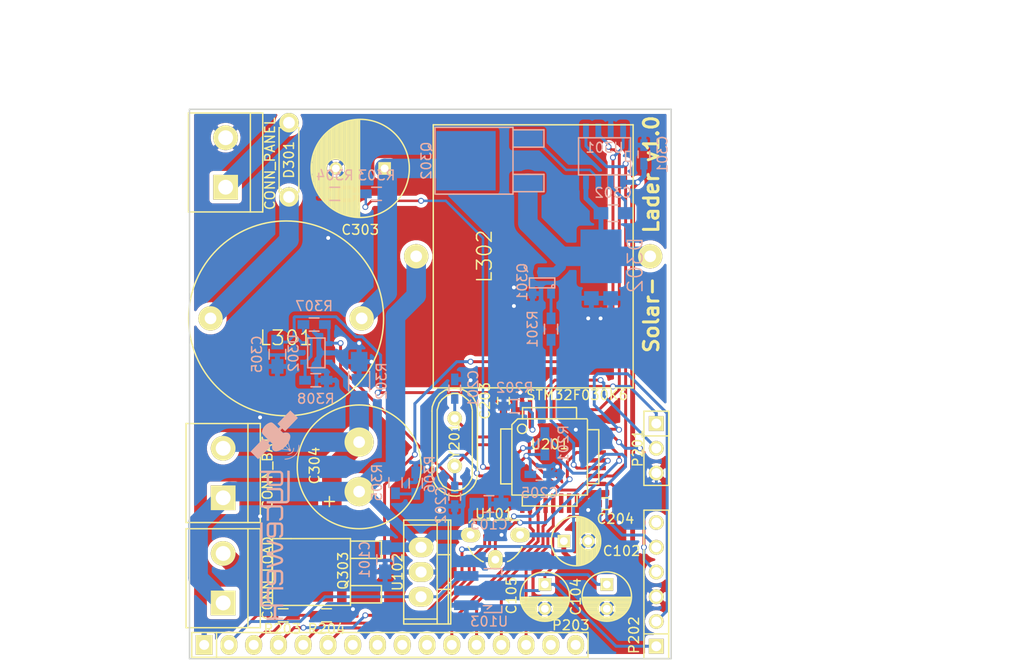
<source format=kicad_pcb>
(kicad_pcb (version 4) (host pcbnew 4.0.2-stable)

  (general
    (links 0)
    (no_connects 0)
    (area 18.720999 15.926999 68.274001 72.465001)
    (thickness 1.6)
    (drawings 9)
    (tracks 465)
    (zones 0)
    (modules 48)
    (nets 52)
  )

  (page A4)
  (layers
    (0 F.Cu signal)
    (31 B.Cu signal)
    (32 B.Adhes user)
    (33 F.Adhes user)
    (34 B.Paste user)
    (35 F.Paste user)
    (36 B.SilkS user)
    (37 F.SilkS user)
    (38 B.Mask user)
    (39 F.Mask user)
    (40 Dwgs.User user)
    (41 Cmts.User user)
    (42 Eco1.User user)
    (43 Eco2.User user)
    (44 Edge.Cuts user)
    (45 Margin user)
    (46 B.CrtYd user)
    (47 F.CrtYd user)
    (48 B.Fab user hide)
    (49 F.Fab user hide)
  )

  (setup
    (last_trace_width 0.3)
    (user_trace_width 0.5)
    (user_trace_width 1)
    (trace_clearance 0.2)
    (zone_clearance 0.4)
    (zone_45_only no)
    (trace_min 0.25)
    (segment_width 0.2)
    (edge_width 0.15)
    (via_size 0.6)
    (via_drill 0.4)
    (via_min_size 0.4)
    (via_min_drill 0.3)
    (uvia_size 0.3)
    (uvia_drill 0.1)
    (uvias_allowed no)
    (uvia_min_size 0.2)
    (uvia_min_drill 0.1)
    (pcb_text_width 0.3)
    (pcb_text_size 1.5 1.5)
    (mod_edge_width 0.15)
    (mod_text_size 1 1)
    (mod_text_width 0.15)
    (pad_size 2 2)
    (pad_drill 1.2)
    (pad_to_mask_clearance 0.2)
    (aux_axis_origin 0 0)
    (visible_elements FFFFFF7F)
    (pcbplotparams
      (layerselection 0x00030_80000001)
      (usegerberextensions false)
      (excludeedgelayer true)
      (linewidth 0.100000)
      (plotframeref false)
      (viasonmask false)
      (mode 1)
      (useauxorigin false)
      (hpglpennumber 1)
      (hpglpenspeed 20)
      (hpglpendiameter 15)
      (hpglpenoverlay 2)
      (psnegative false)
      (psa4output false)
      (plotreference true)
      (plotvalue true)
      (plotinvisibletext false)
      (padsonsilk false)
      (subtractmaskfromsilk false)
      (outputformat 1)
      (mirror false)
      (drillshape 1)
      (scaleselection 1)
      (outputdirectory ""))
  )

  (net 0 "")
  (net 1 +BATT)
  (net 2 GND)
  (net 3 +12V)
  (net 4 +5V)
  (net 5 +3V3)
  (net 6 "Net-(C201-Pad1)")
  (net 7 "Net-(C202-Pad1)")
  (net 8 "Net-(C302-Pad1)")
  (net 9 "Net-(C302-Pad2)")
  (net 10 "/Power Converter/VInDirect")
  (net 11 "/Power Converter/Bat-")
  (net 12 "Net-(D301-Pad1)")
  (net 13 "/Power Converter/Vpanel")
  (net 14 "/Power Converter/Load-")
  (net 15 /Mikrocontroller/UART_TX)
  (net 16 /Mikrocontroller/UART_RX)
  (net 17 /Mikrocontroller/SWCLK)
  (net 18 /Mikrocontroller/SWDIO)
  (net 19 /Mikrocontroller/RST_N)
  (net 20 "Net-(P202-Pad6)")
  (net 21 /Mikrocontroller/DISP_CONTRAST)
  (net 22 /Mikrocontroller/DISP_RS)
  (net 23 /Mikrocontroller/DISP_RW)
  (net 24 /Mikrocontroller/DISP_E)
  (net 25 "Net-(P203-Pad7)")
  (net 26 "Net-(P203-Pad8)")
  (net 27 "Net-(P203-Pad9)")
  (net 28 "Net-(P203-Pad10)")
  (net 29 /Mikrocontroller/DISP_D0)
  (net 30 /Mikrocontroller/DISP_D1)
  (net 31 /Mikrocontroller/DISP_D2)
  (net 32 /Mikrocontroller/DISP_D3)
  (net 33 "Net-(P203-Pad15)")
  (net 34 "Net-(P203-Pad16)")
  (net 35 "Net-(Q301-Pad1)")
  (net 36 "Net-(Q302-Pad1)")
  (net 37 "/Power Converter/LoadDrive")
  (net 38 "Net-(R202-Pad1)")
  (net 39 /Mikrocontroller/BootstrapPulse)
  (net 40 /Mikrocontroller/VInSense)
  (net 41 /Mikrocontroller/VOutSense)
  (net 42 /Mikrocontroller/CurrentSense)
  (net 43 "Net-(R307-Pad2)")
  (net 44 /Mikrocontroller/SW_on)
  (net 45 "Net-(U201-Pad28)")
  (net 46 "Net-(U201-Pad27)")
  (net 47 "Net-(U201-Pad26)")
  (net 48 /Mikrocontroller/LOAD_on)
  (net 49 "Net-(U201-Pad9)")
  (net 50 "Net-(U201-Pad14)")
  (net 51 "Net-(U201-Pad15)")

  (net_class Default "This is the default net class."
    (clearance 0.2)
    (trace_width 0.3)
    (via_dia 0.6)
    (via_drill 0.4)
    (uvia_dia 0.3)
    (uvia_drill 0.1)
    (add_net +12V)
    (add_net +3V3)
    (add_net +5V)
    (add_net /Mikrocontroller/BootstrapPulse)
    (add_net /Mikrocontroller/CurrentSense)
    (add_net /Mikrocontroller/DISP_CONTRAST)
    (add_net /Mikrocontroller/DISP_D0)
    (add_net /Mikrocontroller/DISP_D1)
    (add_net /Mikrocontroller/DISP_D2)
    (add_net /Mikrocontroller/DISP_D3)
    (add_net /Mikrocontroller/DISP_E)
    (add_net /Mikrocontroller/DISP_RS)
    (add_net /Mikrocontroller/DISP_RW)
    (add_net /Mikrocontroller/LOAD_on)
    (add_net /Mikrocontroller/RST_N)
    (add_net /Mikrocontroller/SWCLK)
    (add_net /Mikrocontroller/SWDIO)
    (add_net /Mikrocontroller/SW_on)
    (add_net /Mikrocontroller/UART_RX)
    (add_net /Mikrocontroller/UART_TX)
    (add_net /Mikrocontroller/VInSense)
    (add_net /Mikrocontroller/VOutSense)
    (add_net "/Power Converter/LoadDrive")
    (add_net GND)
    (add_net "Net-(C201-Pad1)")
    (add_net "Net-(C202-Pad1)")
    (add_net "Net-(C302-Pad1)")
    (add_net "Net-(P202-Pad6)")
    (add_net "Net-(P203-Pad10)")
    (add_net "Net-(P203-Pad15)")
    (add_net "Net-(P203-Pad16)")
    (add_net "Net-(P203-Pad7)")
    (add_net "Net-(P203-Pad8)")
    (add_net "Net-(P203-Pad9)")
    (add_net "Net-(Q301-Pad1)")
    (add_net "Net-(Q302-Pad1)")
    (add_net "Net-(R202-Pad1)")
    (add_net "Net-(R307-Pad2)")
    (add_net "Net-(U201-Pad14)")
    (add_net "Net-(U201-Pad15)")
    (add_net "Net-(U201-Pad26)")
    (add_net "Net-(U201-Pad27)")
    (add_net "Net-(U201-Pad28)")
    (add_net "Net-(U201-Pad9)")
  )

  (net_class Power ""
    (clearance 0.3)
    (trace_width 2)
    (via_dia 1)
    (via_drill 0.6)
    (uvia_dia 0.3)
    (uvia_drill 0.1)
    (add_net +BATT)
    (add_net "/Power Converter/Bat-")
    (add_net "/Power Converter/Load-")
    (add_net "/Power Converter/VInDirect")
    (add_net "/Power Converter/Vpanel")
    (add_net "Net-(C302-Pad2)")
    (add_net "Net-(D301-Pad1)")
  )

  (module Capacitors_SMD:C_0805_HandSoldering (layer B.Cu) (tedit 57743424) (tstamp 576C3E1E)
    (at 38.862 62.23 270)
    (descr "Capacitor SMD 0805, hand soldering")
    (tags "capacitor 0805")
    (path /575C889D)
    (attr smd)
    (fp_text reference C101 (at 0 2.1 270) (layer B.SilkS)
      (effects (font (size 1 1) (thickness 0.15)) (justify mirror))
    )
    (fp_text value 10u (at 0 -2.1 270) (layer B.SilkS) hide
      (effects (font (size 1 1) (thickness 0.15)) (justify mirror))
    )
    (fp_line (start -2.3 1) (end 2.3 1) (layer B.CrtYd) (width 0.05))
    (fp_line (start -2.3 -1) (end 2.3 -1) (layer B.CrtYd) (width 0.05))
    (fp_line (start -2.3 1) (end -2.3 -1) (layer B.CrtYd) (width 0.05))
    (fp_line (start 2.3 1) (end 2.3 -1) (layer B.CrtYd) (width 0.05))
    (fp_line (start 0.5 0.85) (end -0.5 0.85) (layer B.SilkS) (width 0.15))
    (fp_line (start -0.5 -0.85) (end 0.5 -0.85) (layer B.SilkS) (width 0.15))
    (pad 1 smd rect (at -1.25 0 270) (size 1.5 1.25) (layers B.Cu B.Paste B.Mask)
      (net 1 +BATT))
    (pad 2 smd rect (at 1.25 0 270) (size 1.5 1.25) (layers B.Cu B.Paste B.Mask)
      (net 2 GND))
    (model Capacitors_SMD/C_0805_HandSoldering.wrl
      (at (xyz 0 0 0))
      (scale (xyz 1 1 1))
      (rotate (xyz 0 0 0))
    )
  )

  (module Capacitors_SMD:C_0805_HandSoldering (layer B.Cu) (tedit 5774341A) (tstamp 576C3E2A)
    (at 49.51 56.515)
    (descr "Capacitor SMD 0805, hand soldering")
    (tags "capacitor 0805")
    (path /5761FA3A)
    (attr smd)
    (fp_text reference C103 (at 0 2.1) (layer B.SilkS)
      (effects (font (size 1 1) (thickness 0.15)) (justify mirror))
    )
    (fp_text value 10u (at 0 -2.1) (layer B.SilkS) hide
      (effects (font (size 1 1) (thickness 0.15)) (justify mirror))
    )
    (fp_line (start -2.3 1) (end 2.3 1) (layer B.CrtYd) (width 0.05))
    (fp_line (start -2.3 -1) (end 2.3 -1) (layer B.CrtYd) (width 0.05))
    (fp_line (start -2.3 1) (end -2.3 -1) (layer B.CrtYd) (width 0.05))
    (fp_line (start 2.3 1) (end 2.3 -1) (layer B.CrtYd) (width 0.05))
    (fp_line (start 0.5 0.85) (end -0.5 0.85) (layer B.SilkS) (width 0.15))
    (fp_line (start -0.5 -0.85) (end 0.5 -0.85) (layer B.SilkS) (width 0.15))
    (pad 1 smd rect (at -1.25 0) (size 1.5 1.25) (layers B.Cu B.Paste B.Mask)
      (net 1 +BATT))
    (pad 2 smd rect (at 1.25 0) (size 1.5 1.25) (layers B.Cu B.Paste B.Mask)
      (net 2 GND))
    (model Capacitors_SMD/C_0805_HandSoldering.wrl
      (at (xyz 0 0 0))
      (scale (xyz 1 1 1))
      (rotate (xyz 0 0 0))
    )
  )

  (module Capacitors_SMD:C_0603_HandSoldering (layer B.Cu) (tedit 577433F6) (tstamp 576C3E3C)
    (at 46 44.68 90)
    (descr "Capacitor SMD 0603, hand soldering")
    (tags "capacitor 0603")
    (path /5761A543/5761C5EC)
    (attr smd)
    (fp_text reference C201 (at 0 1.9 90) (layer B.SilkS)
      (effects (font (size 1 1) (thickness 0.15)) (justify mirror))
    )
    (fp_text value 22pF (at 0 -1.9 90) (layer B.SilkS) hide
      (effects (font (size 1 1) (thickness 0.15)) (justify mirror))
    )
    (fp_line (start -1.85 0.75) (end 1.85 0.75) (layer B.CrtYd) (width 0.05))
    (fp_line (start -1.85 -0.75) (end 1.85 -0.75) (layer B.CrtYd) (width 0.05))
    (fp_line (start -1.85 0.75) (end -1.85 -0.75) (layer B.CrtYd) (width 0.05))
    (fp_line (start 1.85 0.75) (end 1.85 -0.75) (layer B.CrtYd) (width 0.05))
    (fp_line (start -0.35 0.6) (end 0.35 0.6) (layer B.SilkS) (width 0.15))
    (fp_line (start 0.35 -0.6) (end -0.35 -0.6) (layer B.SilkS) (width 0.15))
    (pad 1 smd rect (at -0.95 0 90) (size 1.2 0.75) (layers B.Cu B.Paste B.Mask)
      (net 6 "Net-(C201-Pad1)"))
    (pad 2 smd rect (at 0.95 0 90) (size 1.2 0.75) (layers B.Cu B.Paste B.Mask)
      (net 2 GND))
    (model Capacitors_SMD/C_0603_HandSoldering.wrl
      (at (xyz 0 0 0))
      (scale (xyz 1 1 1))
      (rotate (xyz 0 0 0))
    )
  )

  (module Capacitors_SMD:C_0603_HandSoldering (layer B.Cu) (tedit 5774341F) (tstamp 576C3E42)
    (at 46 55.78 270)
    (descr "Capacitor SMD 0603, hand soldering")
    (tags "capacitor 0603")
    (path /5761A543/5761C689)
    (attr smd)
    (fp_text reference C202 (at 0.862 1.423 270) (layer B.SilkS)
      (effects (font (size 1 1) (thickness 0.15)) (justify mirror))
    )
    (fp_text value 22pF (at 0 -1.9 270) (layer B.SilkS) hide
      (effects (font (size 1 1) (thickness 0.15)) (justify mirror))
    )
    (fp_line (start -1.85 0.75) (end 1.85 0.75) (layer B.CrtYd) (width 0.05))
    (fp_line (start -1.85 -0.75) (end 1.85 -0.75) (layer B.CrtYd) (width 0.05))
    (fp_line (start -1.85 0.75) (end -1.85 -0.75) (layer B.CrtYd) (width 0.05))
    (fp_line (start 1.85 0.75) (end 1.85 -0.75) (layer B.CrtYd) (width 0.05))
    (fp_line (start -0.35 0.6) (end 0.35 0.6) (layer B.SilkS) (width 0.15))
    (fp_line (start 0.35 -0.6) (end -0.35 -0.6) (layer B.SilkS) (width 0.15))
    (pad 1 smd rect (at -0.95 0 270) (size 1.2 0.75) (layers B.Cu B.Paste B.Mask)
      (net 7 "Net-(C202-Pad1)"))
    (pad 2 smd rect (at 0.95 0 270) (size 1.2 0.75) (layers B.Cu B.Paste B.Mask)
      (net 2 GND))
    (model Capacitors_SMD/C_0603_HandSoldering.wrl
      (at (xyz 0 0 0))
      (scale (xyz 1 1 1))
      (rotate (xyz 0 0 0))
    )
  )

  (module Capacitors_SMD:C_0603_HandSoldering (layer F.Cu) (tedit 577432F4) (tstamp 576C3E48)
    (at 51 45.93 90)
    (descr "Capacitor SMD 0603, hand soldering")
    (tags "capacitor 0603")
    (path /5761A543/5761AD6C)
    (attr smd)
    (fp_text reference C203 (at 0 -1.9 90) (layer F.SilkS)
      (effects (font (size 1 1) (thickness 0.15)))
    )
    (fp_text value 100nF (at 3.385 -0.2 90) (layer F.SilkS) hide
      (effects (font (size 1 1) (thickness 0.15)))
    )
    (fp_line (start -1.85 -0.75) (end 1.85 -0.75) (layer F.CrtYd) (width 0.05))
    (fp_line (start -1.85 0.75) (end 1.85 0.75) (layer F.CrtYd) (width 0.05))
    (fp_line (start -1.85 -0.75) (end -1.85 0.75) (layer F.CrtYd) (width 0.05))
    (fp_line (start 1.85 -0.75) (end 1.85 0.75) (layer F.CrtYd) (width 0.05))
    (fp_line (start -0.35 -0.6) (end 0.35 -0.6) (layer F.SilkS) (width 0.15))
    (fp_line (start 0.35 0.6) (end -0.35 0.6) (layer F.SilkS) (width 0.15))
    (pad 1 smd rect (at -0.95 0 90) (size 1.2 0.75) (layers F.Cu F.Paste F.Mask)
      (net 5 +3V3))
    (pad 2 smd rect (at 0.95 0 90) (size 1.2 0.75) (layers F.Cu F.Paste F.Mask)
      (net 2 GND))
    (model Capacitors_SMD/C_0603_HandSoldering.wrl
      (at (xyz 0 0 0))
      (scale (xyz 1 1 1))
      (rotate (xyz 0 0 0))
    )
  )

  (module Capacitors_SMD:C_0603_HandSoldering (layer F.Cu) (tedit 57743344) (tstamp 576C3E4E)
    (at 61.45 56.48 180)
    (descr "Capacitor SMD 0603, hand soldering")
    (tags "capacitor 0603")
    (path /5761A543/5761ADD1)
    (attr smd)
    (fp_text reference C204 (at -1.034 -1.559 180) (layer F.SilkS)
      (effects (font (size 1 1) (thickness 0.15)))
    )
    (fp_text value 100nF (at 0 1.9 180) (layer F.SilkS) hide
      (effects (font (size 1 1) (thickness 0.15)))
    )
    (fp_line (start -1.85 -0.75) (end 1.85 -0.75) (layer F.CrtYd) (width 0.05))
    (fp_line (start -1.85 0.75) (end 1.85 0.75) (layer F.CrtYd) (width 0.05))
    (fp_line (start -1.85 -0.75) (end -1.85 0.75) (layer F.CrtYd) (width 0.05))
    (fp_line (start 1.85 -0.75) (end 1.85 0.75) (layer F.CrtYd) (width 0.05))
    (fp_line (start -0.35 -0.6) (end 0.35 -0.6) (layer F.SilkS) (width 0.15))
    (fp_line (start 0.35 0.6) (end -0.35 0.6) (layer F.SilkS) (width 0.15))
    (pad 1 smd rect (at -0.95 0 180) (size 1.2 0.75) (layers F.Cu F.Paste F.Mask)
      (net 5 +3V3))
    (pad 2 smd rect (at 0.95 0 180) (size 1.2 0.75) (layers F.Cu F.Paste F.Mask)
      (net 2 GND))
    (model Capacitors_SMD/C_0603_HandSoldering.wrl
      (at (xyz 0 0 0))
      (scale (xyz 1 1 1))
      (rotate (xyz 0 0 0))
    )
  )

  (module Capacitors_SMD:C_0603_HandSoldering (layer B.Cu) (tedit 57743416) (tstamp 576C3E54)
    (at 54.7 53.48)
    (descr "Capacitor SMD 0603, hand soldering")
    (tags "capacitor 0603")
    (path /5761A543/5761ADF4)
    (attr smd)
    (fp_text reference C205 (at 0 1.9) (layer B.SilkS)
      (effects (font (size 1 1) (thickness 0.15)) (justify mirror))
    )
    (fp_text value 100nF (at 0 -1.9) (layer B.SilkS) hide
      (effects (font (size 1 1) (thickness 0.15)) (justify mirror))
    )
    (fp_line (start -1.85 0.75) (end 1.85 0.75) (layer B.CrtYd) (width 0.05))
    (fp_line (start -1.85 -0.75) (end 1.85 -0.75) (layer B.CrtYd) (width 0.05))
    (fp_line (start -1.85 0.75) (end -1.85 -0.75) (layer B.CrtYd) (width 0.05))
    (fp_line (start 1.85 0.75) (end 1.85 -0.75) (layer B.CrtYd) (width 0.05))
    (fp_line (start -0.35 0.6) (end 0.35 0.6) (layer B.SilkS) (width 0.15))
    (fp_line (start 0.35 -0.6) (end -0.35 -0.6) (layer B.SilkS) (width 0.15))
    (pad 1 smd rect (at -0.95 0) (size 1.2 0.75) (layers B.Cu B.Paste B.Mask)
      (net 5 +3V3))
    (pad 2 smd rect (at 0.95 0) (size 1.2 0.75) (layers B.Cu B.Paste B.Mask)
      (net 2 GND))
    (model Capacitors_SMD/C_0603_HandSoldering.wrl
      (at (xyz 0 0 0))
      (scale (xyz 1 1 1))
      (rotate (xyz 0 0 0))
    )
  )

  (module Capacitors_SMD:C_0603_HandSoldering (layer B.Cu) (tedit 577433D8) (tstamp 576C3E5A)
    (at 65.405 20.635 90)
    (descr "Capacitor SMD 0603, hand soldering")
    (tags "capacitor 0603")
    (path /575B1260/575B423F)
    (attr smd)
    (fp_text reference C301 (at 0 1.9 90) (layer B.SilkS)
      (effects (font (size 1 1) (thickness 0.15)) (justify mirror))
    )
    (fp_text value 100nF (at 0 -1.9 90) (layer B.SilkS) hide
      (effects (font (size 1 1) (thickness 0.15)) (justify mirror))
    )
    (fp_line (start -1.85 0.75) (end 1.85 0.75) (layer B.CrtYd) (width 0.05))
    (fp_line (start -1.85 -0.75) (end 1.85 -0.75) (layer B.CrtYd) (width 0.05))
    (fp_line (start -1.85 0.75) (end -1.85 -0.75) (layer B.CrtYd) (width 0.05))
    (fp_line (start 1.85 0.75) (end 1.85 -0.75) (layer B.CrtYd) (width 0.05))
    (fp_line (start -0.35 0.6) (end 0.35 0.6) (layer B.SilkS) (width 0.15))
    (fp_line (start 0.35 -0.6) (end -0.35 -0.6) (layer B.SilkS) (width 0.15))
    (pad 1 smd rect (at -0.95 0 90) (size 1.2 0.75) (layers B.Cu B.Paste B.Mask)
      (net 3 +12V))
    (pad 2 smd rect (at 0.95 0 90) (size 1.2 0.75) (layers B.Cu B.Paste B.Mask)
      (net 2 GND))
    (model Capacitors_SMD/C_0603_HandSoldering.wrl
      (at (xyz 0 0 0))
      (scale (xyz 1 1 1))
      (rotate (xyz 0 0 0))
    )
  )

  (module Capacitors_SMD:C_0805_HandSoldering (layer B.Cu) (tedit 577433CB) (tstamp 576C3E60)
    (at 62.25 26.67 180)
    (descr "Capacitor SMD 0805, hand soldering")
    (tags "capacitor 0805")
    (path /575B1260/575B40E6)
    (attr smd)
    (fp_text reference C302 (at 0 2.1 180) (layer B.SilkS)
      (effects (font (size 1 1) (thickness 0.15)) (justify mirror))
    )
    (fp_text value 22uF (at 0 -2.1 180) (layer B.SilkS) hide
      (effects (font (size 1 1) (thickness 0.15)) (justify mirror))
    )
    (fp_line (start -2.3 1) (end 2.3 1) (layer B.CrtYd) (width 0.05))
    (fp_line (start -2.3 -1) (end 2.3 -1) (layer B.CrtYd) (width 0.05))
    (fp_line (start -2.3 1) (end -2.3 -1) (layer B.CrtYd) (width 0.05))
    (fp_line (start 2.3 1) (end 2.3 -1) (layer B.CrtYd) (width 0.05))
    (fp_line (start 0.5 0.85) (end -0.5 0.85) (layer B.SilkS) (width 0.15))
    (fp_line (start -0.5 -0.85) (end 0.5 -0.85) (layer B.SilkS) (width 0.15))
    (pad 1 smd rect (at -1.25 0 180) (size 1.5 1.25) (layers B.Cu B.Paste B.Mask)
      (net 8 "Net-(C302-Pad1)"))
    (pad 2 smd rect (at 1.25 0 180) (size 1.5 1.25) (layers B.Cu B.Paste B.Mask)
      (net 9 "Net-(C302-Pad2)"))
    (model Capacitors_SMD/C_0805_HandSoldering.wrl
      (at (xyz 0 0 0))
      (scale (xyz 1 1 1))
      (rotate (xyz 0 0 0))
    )
  )

  (module Capacitors_Elko_ThroughHole:Elko_vert_25x12.5mm_RM5 (layer F.Cu) (tedit 577432FE) (tstamp 576C3E6C)
    (at 36.195 55.245 90)
    (descr "Electrolytic Capacitor, vertical, diameter 12,5mm, RM 5mm")
    (tags "Electrolytic Capacitor, vertical, diameter 12,5mm, RM 5mm, Elko, Electrolytkondensator, Kondensator gepolt, Durchmesser 12,5mm")
    (path /575B1260/575B159B)
    (fp_text reference C304 (at 2.667 -4.572 90) (layer F.SilkS)
      (effects (font (size 1 1) (thickness 0.15)))
    )
    (fp_text value 470uF (at 2.54 7.62 90) (layer F.SilkS) hide
      (effects (font (size 1 1) (thickness 0.15)))
    )
    (fp_line (start -1.016 -3.556) (end -1.016 -2.54) (layer F.SilkS) (width 0.15))
    (fp_line (start -1.524 -3.048) (end -0.508 -3.048) (layer F.SilkS) (width 0.15))
    (fp_line (start -1.016 -3.556) (end -1.016 -2.54) (layer F.Cu) (width 0.15))
    (fp_line (start -1.524 -3.048) (end -0.508 -3.048) (layer F.Cu) (width 0.15))
    (fp_circle (center 2.54 0) (end 8.89 0) (layer F.SilkS) (width 0.15))
    (pad 2 thru_hole circle (at 5.08 0 90) (size 2.99974 2.99974) (drill 1.19888) (layers *.Cu *.Mask F.SilkS)
      (net 11 "/Power Converter/Bat-"))
    (pad 1 thru_hole circle (at 0 0 90) (size 2.99974 2.99974) (drill 1.19888) (layers *.Cu *.Mask F.SilkS)
      (net 1 +BATT))
    (model Capacitors_Elko_ThroughHole/Elko_vert_25x12.5mm_RM5.wrl
      (at (xyz 0 0 0))
      (scale (xyz 1 1 1))
      (rotate (xyz 0 0 0))
    )
  )

  (module TO-SMD:TO-277 (layer B.Cu) (tedit 576C373F) (tstamp 576C3E79)
    (at 61 32.494594 90)
    (path /575B1260/576C4566)
    (fp_text reference D302 (at 0.490594 3.516 90) (layer B.SilkS)
      (effects (font (size 1.5 1.5) (thickness 0.15)) (justify mirror))
    )
    (fp_text value SCH-TO-277 (at 0 3.81 90) (layer B.Fab)
      (effects (font (size 1.5 1.5) (thickness 0.15)) (justify mirror))
    )
    (pad 3 smd rect (at 1.4 0 90) (size 5.5 4.2) (layers B.Cu B.Paste B.Mask)
      (net 9 "Net-(C302-Pad2)"))
    (pad 1 smd rect (at -2.9 -0.985 90) (size 1.45 1.5) (layers B.Cu B.Paste B.Mask)
      (net 2 GND))
    (pad 2 smd rect (at -2.9 0.985 90) (size 1.45 1.5) (layers B.Cu B.Paste B.Mask)
      (net 2 GND))
  )

  (module PowerInductors:LPV2023-101KL (layer F.Cu) (tedit 576C3AC7) (tstamp 576C3E7F)
    (at 28.705 37.465)
    (path /575B1260/575B1760)
    (fp_text reference L301 (at 0 2) (layer F.SilkS)
      (effects (font (size 1.5 1.5) (thickness 0.15)))
    )
    (fp_text value 100uH (at 0 -3) (layer F.Fab)
      (effects (font (size 1.5 1.5) (thickness 0.15)))
    )
    (fp_circle (center 0 0) (end 10 0) (layer F.SilkS) (width 0.15))
    (pad 1 thru_hole circle (at 7.75 0) (size 2.5 2.5) (drill 1.2) (layers *.Cu *.Mask F.SilkS)
      (net 10 "/Power Converter/VInDirect"))
    (pad 2 thru_hole circle (at -7.75 0) (size 2.5 2.5) (drill 1.2) (layers *.Cu *.Mask F.SilkS)
      (net 12 "Net-(D301-Pad1)"))
  )

  (module PowerInductors:CustomCore_27x20.5mm (layer F.Cu) (tedit 576C3CF2) (tstamp 576C3E85)
    (at 54.048306 31.094594 90)
    (path /575B1260/575B1308)
    (fp_text reference L302 (at 0 -5 90) (layer F.SilkS)
      (effects (font (size 1.5 1.5) (thickness 0.15)))
    )
    (fp_text value 1mH (at 0 5 90) (layer F.Fab)
      (effects (font (size 1.5 1.5) (thickness 0.15)))
    )
    (fp_line (start -13.5 -10.25) (end -13.5 10.25) (layer F.SilkS) (width 0.15))
    (fp_line (start 13.5 -10.25) (end -13.5 -10.25) (layer F.SilkS) (width 0.15))
    (fp_line (start 13.5 10.25) (end 13.5 -10.25) (layer F.SilkS) (width 0.15))
    (fp_line (start -13.5 10.25) (end 13.5 10.25) (layer F.SilkS) (width 0.15))
    (pad 1 thru_hole circle (at 0 -12 90) (size 2.5 2.5) (drill 1.2) (layers *.Cu *.Mask F.SilkS)
      (net 1 +BATT))
    (pad 2 thru_hole circle (at 0 12 90) (size 2.5 2.5) (drill 1.2) (layers *.Cu *.Mask F.SilkS)
      (net 9 "Net-(C302-Pad2)"))
  )

  (module Connect:bornier2 (layer F.Cu) (tedit 57743221) (tstamp 576C3E8B)
    (at 22.5 21.46 90)
    (descr "Bornier d'alimentation 2 pins")
    (tags DEV)
    (path /5761A72F)
    (fp_text reference P101 (at 0 -5.08 90) (layer F.SilkS) hide
      (effects (font (size 1 1) (thickness 0.15)))
    )
    (fp_text value CONN_PANEL (at -0.13 4.551 90) (layer F.SilkS)
      (effects (font (size 1 1) (thickness 0.15)))
    )
    (fp_line (start 5.08 2.54) (end -5.08 2.54) (layer F.SilkS) (width 0.15))
    (fp_line (start 5.08 3.81) (end 5.08 -3.81) (layer F.SilkS) (width 0.15))
    (fp_line (start 5.08 -3.81) (end -5.08 -3.81) (layer F.SilkS) (width 0.15))
    (fp_line (start -5.08 -3.81) (end -5.08 3.81) (layer F.SilkS) (width 0.15))
    (fp_line (start -5.08 3.81) (end 5.08 3.81) (layer F.SilkS) (width 0.15))
    (pad 1 thru_hole rect (at -2.54 0 90) (size 2.54 2.54) (drill 1.524) (layers *.Cu *.Mask F.SilkS)
      (net 13 "/Power Converter/Vpanel"))
    (pad 2 thru_hole circle (at 2.54 0 90) (size 2.54 2.54) (drill 1.524) (layers *.Cu *.Mask F.SilkS)
      (net 2 GND))
    (model Connect/bornier2.wrl
      (at (xyz 0 0 0))
      (scale (xyz 1 1 1))
      (rotate (xyz 0 0 0))
    )
  )

  (module Connect:bornier2 (layer F.Cu) (tedit 57743230) (tstamp 576C3E91)
    (at 22.25 53.34 90)
    (descr "Bornier d'alimentation 2 pins")
    (tags DEV)
    (path /575C825E)
    (fp_text reference P102 (at 0 -5.08 90) (layer F.SilkS) hide
      (effects (font (size 1 1) (thickness 0.15)))
    )
    (fp_text value CONN_BAT (at 0 4.547 90) (layer F.SilkS)
      (effects (font (size 1 1) (thickness 0.15)))
    )
    (fp_line (start 5.08 2.54) (end -5.08 2.54) (layer F.SilkS) (width 0.15))
    (fp_line (start 5.08 3.81) (end 5.08 -3.81) (layer F.SilkS) (width 0.15))
    (fp_line (start 5.08 -3.81) (end -5.08 -3.81) (layer F.SilkS) (width 0.15))
    (fp_line (start -5.08 -3.81) (end -5.08 3.81) (layer F.SilkS) (width 0.15))
    (fp_line (start -5.08 3.81) (end 5.08 3.81) (layer F.SilkS) (width 0.15))
    (pad 1 thru_hole rect (at -2.54 0 90) (size 2.54 2.54) (drill 1.524) (layers *.Cu *.Mask F.SilkS)
      (net 1 +BATT))
    (pad 2 thru_hole circle (at 2.54 0 90) (size 2.54 2.54) (drill 1.524) (layers *.Cu *.Mask F.SilkS)
      (net 11 "/Power Converter/Bat-"))
    (model Connect/bornier2.wrl
      (at (xyz 0 0 0))
      (scale (xyz 1 1 1))
      (rotate (xyz 0 0 0))
    )
  )

  (module Connect:bornier2 (layer F.Cu) (tedit 57743234) (tstamp 576C3E97)
    (at 22.25 64.135 90)
    (descr "Bornier d'alimentation 2 pins")
    (tags DEV)
    (path /5769D6B5)
    (fp_text reference P103 (at 0 -5.08 90) (layer F.SilkS) hide
      (effects (font (size 1 1) (thickness 0.15)))
    )
    (fp_text value CONN_LOAD (at 0 4.547 90) (layer F.SilkS)
      (effects (font (size 1 1) (thickness 0.15)))
    )
    (fp_line (start 5.08 2.54) (end -5.08 2.54) (layer F.SilkS) (width 0.15))
    (fp_line (start 5.08 3.81) (end 5.08 -3.81) (layer F.SilkS) (width 0.15))
    (fp_line (start 5.08 -3.81) (end -5.08 -3.81) (layer F.SilkS) (width 0.15))
    (fp_line (start -5.08 -3.81) (end -5.08 3.81) (layer F.SilkS) (width 0.15))
    (fp_line (start -5.08 3.81) (end 5.08 3.81) (layer F.SilkS) (width 0.15))
    (pad 1 thru_hole rect (at -2.54 0 90) (size 2.54 2.54) (drill 1.524) (layers *.Cu *.Mask F.SilkS)
      (net 1 +BATT))
    (pad 2 thru_hole circle (at 2.54 0 90) (size 2.54 2.54) (drill 1.524) (layers *.Cu *.Mask F.SilkS)
      (net 14 "/Power Converter/Load-"))
    (model Connect/bornier2.wrl
      (at (xyz 0 0 0))
      (scale (xyz 1 1 1))
      (rotate (xyz 0 0 0))
    )
  )

  (module Pin_Arrays:pin_array_1x03 (layer F.Cu) (tedit 0) (tstamp 576C3E9E)
    (at 66.675 50.8 270)
    (descr "Connecteur 3 pins")
    (tags "CONN DEV")
    (path /5761A543/5761CA19)
    (fp_text reference P201 (at 0 1.905 270) (layer F.SilkS)
      (effects (font (size 1 1) (thickness 0.15)))
    )
    (fp_text value CONN_UART (at 0 -2.159 270) (layer F.SilkS) hide
      (effects (font (size 1 1) (thickness 0.15)))
    )
    (fp_line (start -3.81 1.27) (end -3.81 -1.27) (layer F.SilkS) (width 0.15))
    (fp_line (start -3.81 -1.27) (end 3.81 -1.27) (layer F.SilkS) (width 0.15))
    (fp_line (start 3.81 -1.27) (end 3.81 1.27) (layer F.SilkS) (width 0.15))
    (fp_line (start 3.81 1.27) (end -3.81 1.27) (layer F.SilkS) (width 0.15))
    (fp_line (start -1.27 -1.27) (end -1.27 1.27) (layer F.SilkS) (width 0.15))
    (pad 1 thru_hole rect (at -2.54 0 270) (size 1.524 1.524) (drill 1.016) (layers *.Cu *.Mask F.SilkS)
      (net 15 /Mikrocontroller/UART_TX))
    (pad 2 thru_hole circle (at 0 0 270) (size 1.524 1.524) (drill 1.016) (layers *.Cu *.Mask F.SilkS)
      (net 16 /Mikrocontroller/UART_RX))
    (pad 3 thru_hole circle (at 2.54 0 270) (size 1.524 1.524) (drill 1.016) (layers *.Cu *.Mask F.SilkS)
      (net 2 GND))
    (model Pin_Arrays/pin_array_1x03.wrl
      (at (xyz 0 0 0))
      (scale (xyz 1 1 1))
      (rotate (xyz 0 0 0))
    )
  )

  (module Pin_Arrays:pin_array_1x06 (layer F.Cu) (tedit 0) (tstamp 576C3EA8)
    (at 66.675 64.77 90)
    (descr "Connecteur 6 pins")
    (tags "CONN DEV")
    (path /5761A543/5761B5EA)
    (fp_text reference P202 (at -5.207 -2.286 90) (layer F.SilkS)
      (effects (font (size 1 1) (thickness 0.15)))
    )
    (fp_text value CONN_SWD (at 0 2.159 90) (layer F.SilkS) hide
      (effects (font (size 1 1) (thickness 0.15)))
    )
    (fp_line (start -7.62 1.27) (end -7.62 -1.27) (layer F.SilkS) (width 0.15))
    (fp_line (start -7.62 -1.27) (end 7.62 -1.27) (layer F.SilkS) (width 0.15))
    (fp_line (start 7.62 -1.27) (end 7.62 1.27) (layer F.SilkS) (width 0.15))
    (fp_line (start 7.62 1.27) (end -7.62 1.27) (layer F.SilkS) (width 0.15))
    (fp_line (start -5.08 1.27) (end -5.08 -1.27) (layer F.SilkS) (width 0.15))
    (pad 1 thru_hole rect (at -6.35 0 90) (size 1.524 1.524) (drill 1.016) (layers *.Cu *.Mask F.SilkS)
      (net 5 +3V3))
    (pad 2 thru_hole circle (at -3.81 0 90) (size 1.524 1.524) (drill 1.016) (layers *.Cu *.Mask F.SilkS)
      (net 17 /Mikrocontroller/SWCLK))
    (pad 3 thru_hole circle (at -1.27 0 90) (size 1.524 1.524) (drill 1.016) (layers *.Cu *.Mask F.SilkS)
      (net 2 GND))
    (pad 4 thru_hole circle (at 1.27 0 90) (size 1.524 1.524) (drill 1.016) (layers *.Cu *.Mask F.SilkS)
      (net 18 /Mikrocontroller/SWDIO))
    (pad 5 thru_hole circle (at 3.81 0 90) (size 1.524 1.524) (drill 1.016) (layers *.Cu *.Mask F.SilkS)
      (net 19 /Mikrocontroller/RST_N))
    (pad 6 thru_hole circle (at 6.35 0 90) (size 1.524 1.524) (drill 1.016) (layers *.Cu *.Mask F.SilkS)
      (net 20 "Net-(P202-Pad6)"))
    (model Pin_Arrays/pin_array_1x06.wrl
      (at (xyz 0 0 0))
      (scale (xyz 1 1 1))
      (rotate (xyz 0 0 0))
    )
  )

  (module Pin_Headers:Pin_Header_Straight_1x16 (layer F.Cu) (tedit 0) (tstamp 576C3EBC)
    (at 39.35 70.98)
    (descr "Through hole pin header")
    (tags "pin header")
    (path /5761A543/5769C283)
    (fp_text reference P203 (at 18.562 -2.019) (layer F.SilkS)
      (effects (font (size 1 1) (thickness 0.15)))
    )
    (fp_text value CONN_DISP (at 0 0) (layer F.SilkS) hide
      (effects (font (size 1 1) (thickness 0.15)))
    )
    (fp_line (start -17.78 1.27) (end 20.32 1.27) (layer F.SilkS) (width 0.15))
    (fp_line (start 20.32 1.27) (end 20.32 -1.27) (layer F.SilkS) (width 0.15))
    (fp_line (start 20.32 -1.27) (end -17.78 -1.27) (layer F.SilkS) (width 0.15))
    (fp_line (start -20.32 -1.27) (end -17.78 -1.27) (layer F.SilkS) (width 0.15))
    (fp_line (start -17.78 -1.27) (end -17.78 1.27) (layer F.SilkS) (width 0.15))
    (fp_line (start -20.32 -1.27) (end -20.32 1.27) (layer F.SilkS) (width 0.15))
    (fp_line (start -20.32 1.27) (end -17.78 1.27) (layer F.SilkS) (width 0.15))
    (pad 1 thru_hole rect (at -19.05 0) (size 1.7272 2.032) (drill 1.016) (layers *.Cu *.Mask F.SilkS)
      (net 2 GND))
    (pad 2 thru_hole oval (at -16.51 0) (size 1.7272 2.032) (drill 1.016) (layers *.Cu *.Mask F.SilkS)
      (net 4 +5V))
    (pad 3 thru_hole oval (at -13.97 0) (size 1.7272 2.032) (drill 1.016) (layers *.Cu *.Mask F.SilkS)
      (net 21 /Mikrocontroller/DISP_CONTRAST))
    (pad 4 thru_hole oval (at -11.43 0) (size 1.7272 2.032) (drill 1.016) (layers *.Cu *.Mask F.SilkS)
      (net 22 /Mikrocontroller/DISP_RS))
    (pad 5 thru_hole oval (at -8.89 0) (size 1.7272 2.032) (drill 1.016) (layers *.Cu *.Mask F.SilkS)
      (net 23 /Mikrocontroller/DISP_RW))
    (pad 6 thru_hole oval (at -6.35 0) (size 1.7272 2.032) (drill 1.016) (layers *.Cu *.Mask F.SilkS)
      (net 24 /Mikrocontroller/DISP_E))
    (pad 7 thru_hole oval (at -3.81 0) (size 1.7272 2.032) (drill 1.016) (layers *.Cu *.Mask F.SilkS)
      (net 25 "Net-(P203-Pad7)"))
    (pad 8 thru_hole oval (at -1.27 0) (size 1.7272 2.032) (drill 1.016) (layers *.Cu *.Mask F.SilkS)
      (net 26 "Net-(P203-Pad8)"))
    (pad 9 thru_hole oval (at 1.27 0) (size 1.7272 2.032) (drill 1.016) (layers *.Cu *.Mask F.SilkS)
      (net 27 "Net-(P203-Pad9)"))
    (pad 10 thru_hole oval (at 3.81 0) (size 1.7272 2.032) (drill 1.016) (layers *.Cu *.Mask F.SilkS)
      (net 28 "Net-(P203-Pad10)"))
    (pad 11 thru_hole oval (at 6.35 0) (size 1.7272 2.032) (drill 1.016) (layers *.Cu *.Mask F.SilkS)
      (net 29 /Mikrocontroller/DISP_D0))
    (pad 12 thru_hole oval (at 8.89 0) (size 1.7272 2.032) (drill 1.016) (layers *.Cu *.Mask F.SilkS)
      (net 30 /Mikrocontroller/DISP_D1))
    (pad 13 thru_hole oval (at 11.43 0) (size 1.7272 2.032) (drill 1.016) (layers *.Cu *.Mask F.SilkS)
      (net 31 /Mikrocontroller/DISP_D2))
    (pad 14 thru_hole oval (at 13.97 0) (size 1.7272 2.032) (drill 1.016) (layers *.Cu *.Mask F.SilkS)
      (net 32 /Mikrocontroller/DISP_D3))
    (pad 15 thru_hole oval (at 16.51 0) (size 1.7272 2.032) (drill 1.016) (layers *.Cu *.Mask F.SilkS)
      (net 33 "Net-(P203-Pad15)"))
    (pad 16 thru_hole oval (at 19.05 0) (size 1.7272 2.032) (drill 1.016) (layers *.Cu *.Mask F.SilkS)
      (net 34 "Net-(P203-Pad16)"))
    (model Pin_Headers/Pin_Header_Straight_1x16.wrl
      (at (xyz 0 0 0))
      (scale (xyz 1 1 1))
      (rotate (xyz 0 0 0))
    )
  )

  (module SMD_Packages:SOT-23 (layer B.Cu) (tedit 577433FF) (tstamp 576C3EC3)
    (at 54.9275 33.82518 180)
    (tags SOT23)
    (path /575B1260/576AFC6F)
    (fp_text reference Q301 (at 1.99898 0.09906 450) (layer B.SilkS)
      (effects (font (size 1 1) (thickness 0.15)) (justify mirror))
    )
    (fp_text value Q_NPN_BEC (at 0.0635 0 180) (layer B.SilkS) hide
      (effects (font (size 1 1) (thickness 0.15)) (justify mirror))
    )
    (fp_circle (center -1.17602 -0.35052) (end -1.30048 -0.44958) (layer B.SilkS) (width 0.15))
    (fp_line (start 1.27 0.508) (end 1.27 -0.508) (layer B.SilkS) (width 0.15))
    (fp_line (start -1.3335 0.508) (end -1.3335 -0.508) (layer B.SilkS) (width 0.15))
    (fp_line (start 1.27 -0.508) (end -1.3335 -0.508) (layer B.SilkS) (width 0.15))
    (fp_line (start -1.3335 0.508) (end 1.27 0.508) (layer B.SilkS) (width 0.15))
    (pad 3 smd rect (at 0 1.09982 180) (size 0.8001 1.00076) (layers B.Cu B.Paste B.Mask)
      (net 9 "Net-(C302-Pad2)"))
    (pad 2 smd rect (at 0.9525 -1.09982 180) (size 0.8001 1.00076) (layers B.Cu B.Paste B.Mask)
      (net 2 GND))
    (pad 1 smd rect (at -0.9525 -1.09982 180) (size 0.8001 1.00076) (layers B.Cu B.Paste B.Mask)
      (net 35 "Net-(Q301-Pad1)"))
    (model SMD_Packages/SOT-23.wrl
      (at (xyz 0 0 0))
      (scale (xyz 0.4 0.4 0.4))
      (rotate (xyz 0 0 180))
    )
  )

  (module SMD_Packages:DPAK-2 (layer B.Cu) (tedit 577433BD) (tstamp 576C3ECA)
    (at 53.5 21.286 270)
    (descr "MOS boitier DPACK G-D-S")
    (tags "CMD DPACK")
    (path /575B1260/575B16B6)
    (attr smd)
    (fp_text reference Q302 (at 0 10.414 270) (layer B.SilkS)
      (effects (font (size 1 1) (thickness 0.15)) (justify mirror))
    )
    (fp_text value Q_NMOS_GDS (at 0 2.413 270) (layer B.SilkS) hide
      (effects (font (size 1 1) (thickness 0.15)) (justify mirror))
    )
    (fp_line (start 1.397 1.524) (end 1.397 -1.651) (layer B.SilkS) (width 0.15))
    (fp_line (start 1.397 -1.651) (end 3.175 -1.651) (layer B.SilkS) (width 0.15))
    (fp_line (start 3.175 -1.651) (end 3.175 1.524) (layer B.SilkS) (width 0.15))
    (fp_line (start -3.175 1.524) (end -3.175 -1.651) (layer B.SilkS) (width 0.15))
    (fp_line (start -3.175 -1.651) (end -1.397 -1.651) (layer B.SilkS) (width 0.15))
    (fp_line (start -1.397 -1.651) (end -1.397 1.524) (layer B.SilkS) (width 0.15))
    (fp_line (start 3.429 7.62) (end 3.429 1.524) (layer B.SilkS) (width 0.15))
    (fp_line (start 3.429 1.524) (end -3.429 1.524) (layer B.SilkS) (width 0.15))
    (fp_line (start -3.429 1.524) (end -3.429 9.398) (layer B.SilkS) (width 0.15))
    (fp_line (start -3.429 9.525) (end 3.429 9.525) (layer B.SilkS) (width 0.15))
    (fp_line (start 3.429 9.398) (end 3.429 7.62) (layer B.SilkS) (width 0.15))
    (pad 1 smd rect (at -2.286 0 270) (size 1.651 3.048) (layers B.Cu B.Paste B.Mask)
      (net 36 "Net-(Q302-Pad1)"))
    (pad 2 smd rect (at 0 6.35 270) (size 6.096 6.096) (layers B.Cu B.Paste B.Mask)
      (net 10 "/Power Converter/VInDirect"))
    (pad 3 smd rect (at 2.286 0 270) (size 1.651 3.048) (layers B.Cu B.Paste B.Mask)
      (net 9 "Net-(C302-Pad2)"))
    (model SMD_Packages/DPAK-2.wrl
      (at (xyz 0 0 0))
      (scale (xyz 1 1 1))
      (rotate (xyz 0 0 0))
    )
  )

  (module SMD_Packages:DPAK-2 (layer F.Cu) (tedit 5774326C) (tstamp 576C3ED1)
    (at 36.83 63.5 90)
    (descr "MOS boitier DPACK G-D-S")
    (tags "CMD DPACK")
    (path /575B1260/5769CC83)
    (attr smd)
    (fp_text reference Q303 (at 0.127 -2.286 90) (layer F.SilkS)
      (effects (font (size 1 1) (thickness 0.15)))
    )
    (fp_text value Q_NMOS_GDS (at 0 -2.413 90) (layer F.SilkS) hide
      (effects (font (size 1 1) (thickness 0.15)))
    )
    (fp_line (start 1.397 -1.524) (end 1.397 1.651) (layer F.SilkS) (width 0.15))
    (fp_line (start 1.397 1.651) (end 3.175 1.651) (layer F.SilkS) (width 0.15))
    (fp_line (start 3.175 1.651) (end 3.175 -1.524) (layer F.SilkS) (width 0.15))
    (fp_line (start -3.175 -1.524) (end -3.175 1.651) (layer F.SilkS) (width 0.15))
    (fp_line (start -3.175 1.651) (end -1.397 1.651) (layer F.SilkS) (width 0.15))
    (fp_line (start -1.397 1.651) (end -1.397 -1.524) (layer F.SilkS) (width 0.15))
    (fp_line (start 3.429 -7.62) (end 3.429 -1.524) (layer F.SilkS) (width 0.15))
    (fp_line (start 3.429 -1.524) (end -3.429 -1.524) (layer F.SilkS) (width 0.15))
    (fp_line (start -3.429 -1.524) (end -3.429 -9.398) (layer F.SilkS) (width 0.15))
    (fp_line (start -3.429 -9.525) (end 3.429 -9.525) (layer F.SilkS) (width 0.15))
    (fp_line (start 3.429 -9.398) (end 3.429 -7.62) (layer F.SilkS) (width 0.15))
    (pad 1 smd rect (at -2.286 0 90) (size 1.651 3.048) (layers F.Cu F.Paste F.Mask)
      (net 37 "/Power Converter/LoadDrive"))
    (pad 2 smd rect (at 0 -6.35 90) (size 6.096 6.096) (layers F.Cu F.Paste F.Mask)
      (net 14 "/Power Converter/Load-"))
    (pad 3 smd rect (at 2.286 0 90) (size 1.651 3.048) (layers F.Cu F.Paste F.Mask)
      (net 11 "/Power Converter/Bat-"))
    (model SMD_Packages/DPAK-2.wrl
      (at (xyz 0 0 0))
      (scale (xyz 1 1 1))
      (rotate (xyz 0 0 0))
    )
  )

  (module Resistors_SMD:R_0603_HandSoldering (layer B.Cu) (tedit 5774340D) (tstamp 576C3ED7)
    (at 55.245 50.335 90)
    (descr "Resistor SMD 0603, hand soldering")
    (tags "resistor 0603")
    (path /5761A543/5761B9EF)
    (attr smd)
    (fp_text reference R201 (at 0 1.9 90) (layer B.SilkS)
      (effects (font (size 1 1) (thickness 0.15)) (justify mirror))
    )
    (fp_text value 10k (at 0 -1.9 90) (layer B.SilkS) hide
      (effects (font (size 1 1) (thickness 0.15)) (justify mirror))
    )
    (fp_line (start -2 0.8) (end 2 0.8) (layer B.CrtYd) (width 0.05))
    (fp_line (start -2 -0.8) (end 2 -0.8) (layer B.CrtYd) (width 0.05))
    (fp_line (start -2 0.8) (end -2 -0.8) (layer B.CrtYd) (width 0.05))
    (fp_line (start 2 0.8) (end 2 -0.8) (layer B.CrtYd) (width 0.05))
    (fp_line (start 0.5 -0.675) (end -0.5 -0.675) (layer B.SilkS) (width 0.15))
    (fp_line (start -0.5 0.675) (end 0.5 0.675) (layer B.SilkS) (width 0.15))
    (pad 1 smd rect (at -1.1 0 90) (size 1.2 0.9) (layers B.Cu B.Paste B.Mask)
      (net 5 +3V3))
    (pad 2 smd rect (at 1.1 0 90) (size 1.2 0.9) (layers B.Cu B.Paste B.Mask)
      (net 19 /Mikrocontroller/RST_N))
    (model Resistors_SMD/R_0603_HandSoldering.wrl
      (at (xyz 0 0 0))
      (scale (xyz 1 1 1))
      (rotate (xyz 0 0 0))
    )
  )

  (module Resistors_SMD:R_0603_HandSoldering (layer B.Cu) (tedit 57743409) (tstamp 576C3EDD)
    (at 52.15 46.48 180)
    (descr "Resistor SMD 0603, hand soldering")
    (tags "resistor 0603")
    (path /5761A543/5761C479)
    (attr smd)
    (fp_text reference R202 (at 0 1.9 180) (layer B.SilkS)
      (effects (font (size 1 1) (thickness 0.15)) (justify mirror))
    )
    (fp_text value 10k (at 0 -1.9 180) (layer B.SilkS) hide
      (effects (font (size 1 1) (thickness 0.15)) (justify mirror))
    )
    (fp_line (start -2 0.8) (end 2 0.8) (layer B.CrtYd) (width 0.05))
    (fp_line (start -2 -0.8) (end 2 -0.8) (layer B.CrtYd) (width 0.05))
    (fp_line (start -2 0.8) (end -2 -0.8) (layer B.CrtYd) (width 0.05))
    (fp_line (start 2 0.8) (end 2 -0.8) (layer B.CrtYd) (width 0.05))
    (fp_line (start 0.5 -0.675) (end -0.5 -0.675) (layer B.SilkS) (width 0.15))
    (fp_line (start -0.5 0.675) (end 0.5 0.675) (layer B.SilkS) (width 0.15))
    (pad 1 smd rect (at -1.1 0 180) (size 1.2 0.9) (layers B.Cu B.Paste B.Mask)
      (net 38 "Net-(R202-Pad1)"))
    (pad 2 smd rect (at 1.1 0 180) (size 1.2 0.9) (layers B.Cu B.Paste B.Mask)
      (net 2 GND))
    (model Resistors_SMD/R_0603_HandSoldering.wrl
      (at (xyz 0 0 0))
      (scale (xyz 1 1 1))
      (rotate (xyz 0 0 0))
    )
  )

  (module Resistors_SMD:R_0603_HandSoldering (layer F.Cu) (tedit 57743341) (tstamp 576C3EE3)
    (at 28.405 67.945 180)
    (descr "Resistor SMD 0603, hand soldering")
    (tags "resistor 0603")
    (path /5761A543/5769B472)
    (attr smd)
    (fp_text reference R203 (at 0.084 -1.397 180) (layer F.SilkS)
      (effects (font (size 1 1) (thickness 0.15)))
    )
    (fp_text value N.B. (at -0.17 1.524 180) (layer F.SilkS) hide
      (effects (font (size 1 1) (thickness 0.15)))
    )
    (fp_line (start -2 -0.8) (end 2 -0.8) (layer F.CrtYd) (width 0.05))
    (fp_line (start -2 0.8) (end 2 0.8) (layer F.CrtYd) (width 0.05))
    (fp_line (start -2 -0.8) (end -2 0.8) (layer F.CrtYd) (width 0.05))
    (fp_line (start 2 -0.8) (end 2 0.8) (layer F.CrtYd) (width 0.05))
    (fp_line (start 0.5 0.675) (end -0.5 0.675) (layer F.SilkS) (width 0.15))
    (fp_line (start -0.5 -0.675) (end 0.5 -0.675) (layer F.SilkS) (width 0.15))
    (pad 1 smd rect (at -1.1 0 180) (size 1.2 0.9) (layers F.Cu F.Paste F.Mask)
      (net 21 /Mikrocontroller/DISP_CONTRAST))
    (pad 2 smd rect (at 1.1 0 180) (size 1.2 0.9) (layers F.Cu F.Paste F.Mask)
      (net 4 +5V))
    (model Resistors_SMD/R_0603_HandSoldering.wrl
      (at (xyz 0 0 0))
      (scale (xyz 1 1 1))
      (rotate (xyz 0 0 0))
    )
  )

  (module Resistors_SMD:R_0603_HandSoldering (layer F.Cu) (tedit 57743335) (tstamp 576C3EE9)
    (at 32.85 67.945 180)
    (descr "Resistor SMD 0603, hand soldering")
    (tags "resistor 0603")
    (path /5761A543/5769B5EC)
    (attr smd)
    (fp_text reference R204 (at 0 -1.397 180) (layer F.SilkS)
      (effects (font (size 1 1) (thickness 0.15)))
    )
    (fp_text value 470 (at 0 1.9 180) (layer F.SilkS) hide
      (effects (font (size 1 1) (thickness 0.15)))
    )
    (fp_line (start -2 -0.8) (end 2 -0.8) (layer F.CrtYd) (width 0.05))
    (fp_line (start -2 0.8) (end 2 0.8) (layer F.CrtYd) (width 0.05))
    (fp_line (start -2 -0.8) (end -2 0.8) (layer F.CrtYd) (width 0.05))
    (fp_line (start 2 -0.8) (end 2 0.8) (layer F.CrtYd) (width 0.05))
    (fp_line (start 0.5 0.675) (end -0.5 0.675) (layer F.SilkS) (width 0.15))
    (fp_line (start -0.5 -0.675) (end 0.5 -0.675) (layer F.SilkS) (width 0.15))
    (pad 1 smd rect (at -1.1 0 180) (size 1.2 0.9) (layers F.Cu F.Paste F.Mask)
      (net 2 GND))
    (pad 2 smd rect (at 1.1 0 180) (size 1.2 0.9) (layers F.Cu F.Paste F.Mask)
      (net 21 /Mikrocontroller/DISP_CONTRAST))
    (model Resistors_SMD/R_0603_HandSoldering.wrl
      (at (xyz 0 0 0))
      (scale (xyz 1 1 1))
      (rotate (xyz 0 0 0))
    )
  )

  (module Resistors_SMD:R_0603_HandSoldering (layer B.Cu) (tedit 57743403) (tstamp 576C3EEF)
    (at 55.88 38.565 270)
    (descr "Resistor SMD 0603, hand soldering")
    (tags "resistor 0603")
    (path /575B1260/575DD02D)
    (attr smd)
    (fp_text reference R301 (at 0 1.9 270) (layer B.SilkS)
      (effects (font (size 1 1) (thickness 0.15)) (justify mirror))
    )
    (fp_text value 1k (at 0 -1.9 270) (layer B.SilkS) hide
      (effects (font (size 1 1) (thickness 0.15)) (justify mirror))
    )
    (fp_line (start -2 0.8) (end 2 0.8) (layer B.CrtYd) (width 0.05))
    (fp_line (start -2 -0.8) (end 2 -0.8) (layer B.CrtYd) (width 0.05))
    (fp_line (start -2 0.8) (end -2 -0.8) (layer B.CrtYd) (width 0.05))
    (fp_line (start 2 0.8) (end 2 -0.8) (layer B.CrtYd) (width 0.05))
    (fp_line (start 0.5 -0.675) (end -0.5 -0.675) (layer B.SilkS) (width 0.15))
    (fp_line (start -0.5 0.675) (end 0.5 0.675) (layer B.SilkS) (width 0.15))
    (pad 1 smd rect (at -1.1 0 270) (size 1.2 0.9) (layers B.Cu B.Paste B.Mask)
      (net 35 "Net-(Q301-Pad1)"))
    (pad 2 smd rect (at 1.1 0 270) (size 1.2 0.9) (layers B.Cu B.Paste B.Mask)
      (net 39 /Mikrocontroller/BootstrapPulse))
    (model Resistors_SMD/R_0603_HandSoldering.wrl
      (at (xyz 0 0 0))
      (scale (xyz 1 1 1))
      (rotate (xyz 0 0 0))
    )
  )

  (module Resistors_SMD:R_1206_HandSoldering (layer B.Cu) (tedit 577433F3) (tstamp 576C3EF5)
    (at 36.195 43.91 90)
    (descr "Resistor SMD 1206, hand soldering")
    (tags "resistor 1206")
    (path /575B1260/575B14F1)
    (attr smd)
    (fp_text reference R302 (at 0 2.3 90) (layer B.SilkS)
      (effects (font (size 1 1) (thickness 0.15)) (justify mirror))
    )
    (fp_text value R010 (at 0 -2.3 90) (layer B.SilkS) hide
      (effects (font (size 1 1) (thickness 0.15)) (justify mirror))
    )
    (fp_line (start -3.3 1.2) (end 3.3 1.2) (layer B.CrtYd) (width 0.05))
    (fp_line (start -3.3 -1.2) (end 3.3 -1.2) (layer B.CrtYd) (width 0.05))
    (fp_line (start -3.3 1.2) (end -3.3 -1.2) (layer B.CrtYd) (width 0.05))
    (fp_line (start 3.3 1.2) (end 3.3 -1.2) (layer B.CrtYd) (width 0.05))
    (fp_line (start 1 -1.075) (end -1 -1.075) (layer B.SilkS) (width 0.15))
    (fp_line (start -1 1.075) (end 1 1.075) (layer B.SilkS) (width 0.15))
    (pad 1 smd rect (at -2 0 90) (size 2 1.7) (layers B.Cu B.Paste B.Mask)
      (net 11 "/Power Converter/Bat-"))
    (pad 2 smd rect (at 2 0 90) (size 2 1.7) (layers B.Cu B.Paste B.Mask)
      (net 2 GND))
    (model Resistors_SMD/R_1206_HandSoldering.wrl
      (at (xyz 0 0 0))
      (scale (xyz 1 1 1))
      (rotate (xyz 0 0 0))
    )
  )

  (module Resistors_SMD:R_0603_HandSoldering (layer B.Cu) (tedit 577433C0) (tstamp 576C3EFB)
    (at 37.979466 24.681678 180)
    (descr "Resistor SMD 0603, hand soldering")
    (tags "resistor 0603")
    (path /575B1260/575B25FD)
    (attr smd)
    (fp_text reference R303 (at 0 1.9 180) (layer B.SilkS)
      (effects (font (size 1 1) (thickness 0.15)) (justify mirror))
    )
    (fp_text value 100k (at 0 -1.9 180) (layer B.SilkS) hide
      (effects (font (size 1 1) (thickness 0.15)) (justify mirror))
    )
    (fp_line (start -2 0.8) (end 2 0.8) (layer B.CrtYd) (width 0.05))
    (fp_line (start -2 -0.8) (end 2 -0.8) (layer B.CrtYd) (width 0.05))
    (fp_line (start -2 0.8) (end -2 -0.8) (layer B.CrtYd) (width 0.05))
    (fp_line (start 2 0.8) (end 2 -0.8) (layer B.CrtYd) (width 0.05))
    (fp_line (start 0.5 -0.675) (end -0.5 -0.675) (layer B.SilkS) (width 0.15))
    (fp_line (start -0.5 0.675) (end 0.5 0.675) (layer B.SilkS) (width 0.15))
    (pad 1 smd rect (at -1.1 0 180) (size 1.2 0.9) (layers B.Cu B.Paste B.Mask)
      (net 10 "/Power Converter/VInDirect"))
    (pad 2 smd rect (at 1.1 0 180) (size 1.2 0.9) (layers B.Cu B.Paste B.Mask)
      (net 40 /Mikrocontroller/VInSense))
    (model Resistors_SMD/R_0603_HandSoldering.wrl
      (at (xyz 0 0 0))
      (scale (xyz 1 1 1))
      (rotate (xyz 0 0 0))
    )
  )

  (module Resistors_SMD:R_0603_HandSoldering (layer B.Cu) (tedit 577433C3) (tstamp 576C3F01)
    (at 33.704466 24.681678 180)
    (descr "Resistor SMD 0603, hand soldering")
    (tags "resistor 0603")
    (path /575B1260/575B26C0)
    (attr smd)
    (fp_text reference R304 (at 0 1.9 180) (layer B.SilkS)
      (effects (font (size 1 1) (thickness 0.15)) (justify mirror))
    )
    (fp_text value 10k (at 0 -1.9 180) (layer B.SilkS) hide
      (effects (font (size 1 1) (thickness 0.15)) (justify mirror))
    )
    (fp_line (start -2 0.8) (end 2 0.8) (layer B.CrtYd) (width 0.05))
    (fp_line (start -2 -0.8) (end 2 -0.8) (layer B.CrtYd) (width 0.05))
    (fp_line (start -2 0.8) (end -2 -0.8) (layer B.CrtYd) (width 0.05))
    (fp_line (start 2 0.8) (end 2 -0.8) (layer B.CrtYd) (width 0.05))
    (fp_line (start 0.5 -0.675) (end -0.5 -0.675) (layer B.SilkS) (width 0.15))
    (fp_line (start -0.5 0.675) (end 0.5 0.675) (layer B.SilkS) (width 0.15))
    (pad 1 smd rect (at -1.1 0 180) (size 1.2 0.9) (layers B.Cu B.Paste B.Mask)
      (net 40 /Mikrocontroller/VInSense))
    (pad 2 smd rect (at 1.1 0 180) (size 1.2 0.9) (layers B.Cu B.Paste B.Mask)
      (net 2 GND))
    (model Resistors_SMD/R_0603_HandSoldering.wrl
      (at (xyz 0 0 0))
      (scale (xyz 1 1 1))
      (rotate (xyz 0 0 0))
    )
  )

  (module Resistors_SMD:R_0603_HandSoldering (layer B.Cu) (tedit 57743428) (tstamp 576C3F07)
    (at 39.924664 54.315222 270)
    (descr "Resistor SMD 0603, hand soldering")
    (tags "resistor 0603")
    (path /575B1260/575B31F0)
    (attr smd)
    (fp_text reference R305 (at 0 1.9 270) (layer B.SilkS)
      (effects (font (size 1 1) (thickness 0.15)) (justify mirror))
    )
    (fp_text value 100k (at 0 -1.9 270) (layer B.SilkS) hide
      (effects (font (size 1 1) (thickness 0.15)) (justify mirror))
    )
    (fp_line (start -2 0.8) (end 2 0.8) (layer B.CrtYd) (width 0.05))
    (fp_line (start -2 -0.8) (end 2 -0.8) (layer B.CrtYd) (width 0.05))
    (fp_line (start -2 0.8) (end -2 -0.8) (layer B.CrtYd) (width 0.05))
    (fp_line (start 2 0.8) (end 2 -0.8) (layer B.CrtYd) (width 0.05))
    (fp_line (start 0.5 -0.675) (end -0.5 -0.675) (layer B.SilkS) (width 0.15))
    (fp_line (start -0.5 0.675) (end 0.5 0.675) (layer B.SilkS) (width 0.15))
    (pad 1 smd rect (at -1.1 0 270) (size 1.2 0.9) (layers B.Cu B.Paste B.Mask)
      (net 1 +BATT))
    (pad 2 smd rect (at 1.1 0 270) (size 1.2 0.9) (layers B.Cu B.Paste B.Mask)
      (net 41 /Mikrocontroller/VOutSense))
    (model Resistors_SMD/R_0603_HandSoldering.wrl
      (at (xyz 0 0 0))
      (scale (xyz 1 1 1))
      (rotate (xyz 0 0 0))
    )
  )

  (module Resistors_SMD:R_0603_HandSoldering (layer B.Cu) (tedit 5774342B) (tstamp 576C3F0D)
    (at 42 54.38 90)
    (descr "Resistor SMD 0603, hand soldering")
    (tags "resistor 0603")
    (path /575B1260/575B318A)
    (attr smd)
    (fp_text reference R306 (at 0.913 1.434 90) (layer B.SilkS)
      (effects (font (size 1 1) (thickness 0.15)) (justify mirror))
    )
    (fp_text value 12k (at 0 -1.9 90) (layer B.SilkS) hide
      (effects (font (size 1 1) (thickness 0.15)) (justify mirror))
    )
    (fp_line (start -2 0.8) (end 2 0.8) (layer B.CrtYd) (width 0.05))
    (fp_line (start -2 -0.8) (end 2 -0.8) (layer B.CrtYd) (width 0.05))
    (fp_line (start -2 0.8) (end -2 -0.8) (layer B.CrtYd) (width 0.05))
    (fp_line (start 2 0.8) (end 2 -0.8) (layer B.CrtYd) (width 0.05))
    (fp_line (start 0.5 -0.675) (end -0.5 -0.675) (layer B.SilkS) (width 0.15))
    (fp_line (start -0.5 0.675) (end 0.5 0.675) (layer B.SilkS) (width 0.15))
    (pad 1 smd rect (at -1.1 0 90) (size 1.2 0.9) (layers B.Cu B.Paste B.Mask)
      (net 41 /Mikrocontroller/VOutSense))
    (pad 2 smd rect (at 1.1 0 90) (size 1.2 0.9) (layers B.Cu B.Paste B.Mask)
      (net 2 GND))
    (model Resistors_SMD/R_0603_HandSoldering.wrl
      (at (xyz 0 0 0))
      (scale (xyz 1 1 1))
      (rotate (xyz 0 0 0))
    )
  )

  (module Resistors_SMD:R_0603_HandSoldering (layer B.Cu) (tedit 577433EA) (tstamp 576C3F13)
    (at 31.58 38.1 180)
    (descr "Resistor SMD 0603, hand soldering")
    (tags "resistor 0603")
    (path /575B1260/575B5038)
    (attr smd)
    (fp_text reference R307 (at 0 1.9 180) (layer B.SilkS)
      (effects (font (size 1 1) (thickness 0.15)) (justify mirror))
    )
    (fp_text value 33k (at 0 -1.9 180) (layer B.SilkS) hide
      (effects (font (size 1 1) (thickness 0.15)) (justify mirror))
    )
    (fp_line (start -2 0.8) (end 2 0.8) (layer B.CrtYd) (width 0.05))
    (fp_line (start -2 -0.8) (end 2 -0.8) (layer B.CrtYd) (width 0.05))
    (fp_line (start -2 0.8) (end -2 -0.8) (layer B.CrtYd) (width 0.05))
    (fp_line (start 2 0.8) (end 2 -0.8) (layer B.CrtYd) (width 0.05))
    (fp_line (start 0.5 -0.675) (end -0.5 -0.675) (layer B.SilkS) (width 0.15))
    (fp_line (start -0.5 0.675) (end 0.5 0.675) (layer B.SilkS) (width 0.15))
    (pad 1 smd rect (at -1.1 0 180) (size 1.2 0.9) (layers B.Cu B.Paste B.Mask)
      (net 42 /Mikrocontroller/CurrentSense))
    (pad 2 smd rect (at 1.1 0 180) (size 1.2 0.9) (layers B.Cu B.Paste B.Mask)
      (net 43 "Net-(R307-Pad2)"))
    (model Resistors_SMD/R_0603_HandSoldering.wrl
      (at (xyz 0 0 0))
      (scale (xyz 1 1 1))
      (rotate (xyz 0 0 0))
    )
  )

  (module Resistors_SMD:R_0603_HandSoldering (layer B.Cu) (tedit 577433ED) (tstamp 576C3F19)
    (at 31.75 43.815)
    (descr "Resistor SMD 0603, hand soldering")
    (tags "resistor 0603")
    (path /575B1260/575B50AB)
    (attr smd)
    (fp_text reference R308 (at 0 1.9) (layer B.SilkS)
      (effects (font (size 1 1) (thickness 0.15)) (justify mirror))
    )
    (fp_text value 1k (at 0 -1.9) (layer B.SilkS) hide
      (effects (font (size 1 1) (thickness 0.15)) (justify mirror))
    )
    (fp_line (start -2 0.8) (end 2 0.8) (layer B.CrtYd) (width 0.05))
    (fp_line (start -2 -0.8) (end 2 -0.8) (layer B.CrtYd) (width 0.05))
    (fp_line (start -2 0.8) (end -2 -0.8) (layer B.CrtYd) (width 0.05))
    (fp_line (start 2 0.8) (end 2 -0.8) (layer B.CrtYd) (width 0.05))
    (fp_line (start 0.5 -0.675) (end -0.5 -0.675) (layer B.SilkS) (width 0.15))
    (fp_line (start -0.5 0.675) (end 0.5 0.675) (layer B.SilkS) (width 0.15))
    (pad 1 smd rect (at -1.1 0) (size 1.2 0.9) (layers B.Cu B.Paste B.Mask)
      (net 43 "Net-(R307-Pad2)"))
    (pad 2 smd rect (at 1.1 0) (size 1.2 0.9) (layers B.Cu B.Paste B.Mask)
      (net 2 GND))
    (model Resistors_SMD/R_0603_HandSoldering.wrl
      (at (xyz 0 0 0))
      (scale (xyz 1 1 1))
      (rotate (xyz 0 0 0))
    )
  )

  (module Housings_TO-92:TO-92-Free-molded-wide-oval (layer F.Cu) (tedit 57743374) (tstamp 576C3F20)
    (at 50.165 59.69 270)
    (descr "TO-92 allgemein free molded wide oval drill 0,8mm")
    (tags "TO-92 allgemein free molded wide oval drill 0,8mm")
    (path /575C88BC)
    (fp_text reference U101 (at -2.159 0.127 360) (layer F.SilkS)
      (effects (font (size 1 1) (thickness 0.15)))
    )
    (fp_text value LM78L12ACZ (at 2.032 4.191 270) (layer F.SilkS) hide
      (effects (font (size 1 1) (thickness 0.15)))
    )
    (fp_line (start -1.524 2.413) (end -1.27 2.667) (layer F.SilkS) (width 0.15))
    (fp_line (start 1.3589 2.7178) (end 1.2319 2.7813) (layer F.SilkS) (width 0.15))
    (fp_line (start 1.4986 -2.6035) (end 1.2446 -2.7432) (layer F.SilkS) (width 0.15))
    (fp_line (start 1.2446 -2.7432) (end 1.2446 -2.6924) (layer F.SilkS) (width 0.15))
    (fp_line (start 2.6289 1.5367) (end 2.7305 1.3081) (layer F.SilkS) (width 0.15))
    (fp_line (start 2.7305 1.3081) (end 2.7559 1.2319) (layer F.SilkS) (width 0.15))
    (fp_line (start 2.6543 -1.4605) (end 2.7432 -1.2446) (layer F.SilkS) (width 0.15))
    (fp_line (start 2.6035 1.524) (end 2.3495 1.905) (layer F.SilkS) (width 0.15))
    (fp_line (start 2.3495 1.905) (end 2.032 2.286) (layer F.SilkS) (width 0.15))
    (fp_line (start 2.032 2.286) (end 1.651 2.54) (layer F.SilkS) (width 0.15))
    (fp_line (start 1.651 2.54) (end 1.3335 2.7305) (layer F.SilkS) (width 0.15))
    (fp_line (start -1.524 -2.413) (end -1.2065 -2.6035) (layer F.SilkS) (width 0.15))
    (fp_line (start 1.524 -2.6035) (end 1.7145 -2.4765) (layer F.SilkS) (width 0.15))
    (fp_line (start 1.7145 -2.4765) (end 1.9685 -2.286) (layer F.SilkS) (width 0.15))
    (fp_line (start 1.9685 -2.286) (end 2.3495 -1.905) (layer F.SilkS) (width 0.15))
    (fp_line (start 2.3495 -1.905) (end 2.667 -1.4605) (layer F.SilkS) (width 0.15))
    (fp_line (start -1.524 0) (end -1.524 2.413) (layer F.SilkS) (width 0.15))
    (fp_line (start -1.524 0) (end -1.524 -2.413) (layer F.SilkS) (width 0.15))
    (pad 2 thru_hole oval (at 2.54 0 270) (size 1.99898 1.50114) (drill 0.8001) (layers *.Cu *.Mask F.SilkS)
      (net 2 GND))
    (pad 1 thru_hole oval (at 0 -2.54 270) (size 1.50114 1.99898) (drill 0.8001) (layers *.Cu *.Mask F.SilkS)
      (net 3 +12V))
    (pad 3 thru_hole oval (at 0 2.54 270) (size 1.50114 1.99898) (drill 0.8001) (layers *.Cu *.Mask F.SilkS)
      (net 1 +BATT))
  )

  (module Power_Integrations:TO-220 (layer F.Cu) (tedit 0) (tstamp 576C3F27)
    (at 42.545 63.5 270)
    (descr "Non Isolated JEDEC TO-220 Package")
    (tags "Power Integration YN Package")
    (path /5761F664)
    (fp_text reference U102 (at 0 2.413 270) (layer F.SilkS)
      (effects (font (size 1 1) (thickness 0.15)))
    )
    (fp_text value LM7805CT (at 0 -4.318 270) (layer F.SilkS) hide
      (effects (font (size 1 1) (thickness 0.15)))
    )
    (fp_line (start 4.826 -1.651) (end 4.826 1.778) (layer F.SilkS) (width 0.15))
    (fp_line (start -4.826 -1.651) (end -4.826 1.778) (layer F.SilkS) (width 0.15))
    (fp_line (start 5.334 -2.794) (end -5.334 -2.794) (layer F.SilkS) (width 0.15))
    (fp_line (start 1.778 -1.778) (end 1.778 -3.048) (layer F.SilkS) (width 0.15))
    (fp_line (start -1.778 -1.778) (end -1.778 -3.048) (layer F.SilkS) (width 0.15))
    (fp_line (start -5.334 -1.651) (end 5.334 -1.651) (layer F.SilkS) (width 0.15))
    (fp_line (start 5.334 1.778) (end -5.334 1.778) (layer F.SilkS) (width 0.15))
    (fp_line (start -5.334 -3.048) (end -5.334 1.778) (layer F.SilkS) (width 0.15))
    (fp_line (start 5.334 -3.048) (end 5.334 1.778) (layer F.SilkS) (width 0.15))
    (fp_line (start 5.334 -3.048) (end -5.334 -3.048) (layer F.SilkS) (width 0.15))
    (pad 2 thru_hole oval (at 0 0 270) (size 2.032 2.54) (drill 1.143) (layers *.Cu *.Mask F.SilkS)
      (net 2 GND))
    (pad 3 thru_hole oval (at 2.54 0 270) (size 2.032 2.54) (drill 1.143) (layers *.Cu *.Mask F.SilkS)
      (net 4 +5V))
    (pad 1 thru_hole oval (at -2.54 0 270) (size 2.032 2.54) (drill 1.143) (layers *.Cu *.Mask F.SilkS)
      (net 1 +BATT))
  )

  (module SMD_Packages:TQFP-32 (layer F.Cu) (tedit 0) (tstamp 576C3F53)
    (at 55.7502 51.6618)
    (path /5761A543/5761A64E)
    (fp_text reference U201 (at 0 -1.27) (layer F.SilkS)
      (effects (font (size 1 1) (thickness 0.15)))
    )
    (fp_text value STM32F030K6 (at 2.7968 -6.3228) (layer F.SilkS)
      (effects (font (size 1 1) (thickness 0.15)))
    )
    (fp_line (start 5.0292 2.7686) (end 3.8862 2.7686) (layer F.SilkS) (width 0.15))
    (fp_line (start 5.0292 -2.7686) (end 3.9116 -2.7686) (layer F.SilkS) (width 0.15))
    (fp_line (start 5.0292 2.7686) (end 5.0292 -2.7686) (layer F.SilkS) (width 0.15))
    (fp_line (start 2.794 3.9624) (end 2.794 5.0546) (layer F.SilkS) (width 0.15))
    (fp_line (start -2.8194 3.9878) (end -2.8194 5.0546) (layer F.SilkS) (width 0.15))
    (fp_line (start -2.8448 5.0546) (end 2.794 5.08) (layer F.SilkS) (width 0.15))
    (fp_line (start -2.794 -5.0292) (end 2.7178 -5.0546) (layer F.SilkS) (width 0.15))
    (fp_line (start -3.8862 -3.2766) (end -3.8862 3.9116) (layer F.SilkS) (width 0.15))
    (fp_line (start 2.7432 -5.0292) (end 2.7432 -3.9878) (layer F.SilkS) (width 0.15))
    (fp_line (start -3.2512 -3.8862) (end 3.81 -3.8862) (layer F.SilkS) (width 0.15))
    (fp_line (start 3.8608 3.937) (end 3.8608 -3.7846) (layer F.SilkS) (width 0.15))
    (fp_line (start -3.8862 3.937) (end 3.7338 3.937) (layer F.SilkS) (width 0.15))
    (fp_line (start -5.0292 -2.8448) (end -5.0292 2.794) (layer F.SilkS) (width 0.15))
    (fp_line (start -5.0292 2.794) (end -3.8862 2.794) (layer F.SilkS) (width 0.15))
    (fp_line (start -3.87604 -3.302) (end -3.29184 -3.8862) (layer F.SilkS) (width 0.15))
    (fp_line (start -5.02412 -2.8448) (end -3.87604 -2.8448) (layer F.SilkS) (width 0.15))
    (fp_line (start -2.794 -3.8862) (end -2.794 -5.03428) (layer F.SilkS) (width 0.15))
    (fp_circle (center -2.83972 -2.86004) (end -2.43332 -2.60604) (layer F.SilkS) (width 0.15))
    (pad 8 smd rect (at -4.81584 2.77622) (size 1.99898 0.44958) (layers F.Cu F.Paste F.Mask)
      (net 42 /Mikrocontroller/CurrentSense))
    (pad 7 smd rect (at -4.81584 1.97612) (size 1.99898 0.44958) (layers F.Cu F.Paste F.Mask)
      (net 41 /Mikrocontroller/VOutSense))
    (pad 6 smd rect (at -4.81584 1.17602) (size 1.99898 0.44958) (layers F.Cu F.Paste F.Mask)
      (net 40 /Mikrocontroller/VInSense))
    (pad 5 smd rect (at -4.81584 0.37592) (size 1.99898 0.44958) (layers F.Cu F.Paste F.Mask)
      (net 5 +3V3))
    (pad 4 smd rect (at -4.81584 -0.42418) (size 1.99898 0.44958) (layers F.Cu F.Paste F.Mask)
      (net 19 /Mikrocontroller/RST_N))
    (pad 3 smd rect (at -4.81584 -1.22428) (size 1.99898 0.44958) (layers F.Cu F.Paste F.Mask)
      (net 7 "Net-(C202-Pad1)"))
    (pad 2 smd rect (at -4.81584 -2.02438) (size 1.99898 0.44958) (layers F.Cu F.Paste F.Mask)
      (net 6 "Net-(C201-Pad1)"))
    (pad 1 smd rect (at -4.81584 -2.82448) (size 1.99898 0.44958) (layers F.Cu F.Paste F.Mask)
      (net 5 +3V3))
    (pad 24 smd rect (at 4.7498 -2.8194) (size 1.99898 0.44958) (layers F.Cu F.Paste F.Mask)
      (net 17 /Mikrocontroller/SWCLK))
    (pad 17 smd rect (at 4.7498 2.794) (size 1.99898 0.44958) (layers F.Cu F.Paste F.Mask)
      (net 5 +3V3))
    (pad 18 smd rect (at 4.7498 1.9812) (size 1.99898 0.44958) (layers F.Cu F.Paste F.Mask)
      (net 44 /Mikrocontroller/SW_on))
    (pad 19 smd rect (at 4.7498 1.1684) (size 1.99898 0.44958) (layers F.Cu F.Paste F.Mask)
      (net 39 /Mikrocontroller/BootstrapPulse))
    (pad 20 smd rect (at 4.7498 0.381) (size 1.99898 0.44958) (layers F.Cu F.Paste F.Mask)
      (net 24 /Mikrocontroller/DISP_E))
    (pad 21 smd rect (at 4.7498 -0.4318) (size 1.99898 0.44958) (layers F.Cu F.Paste F.Mask)
      (net 23 /Mikrocontroller/DISP_RW))
    (pad 22 smd rect (at 4.7498 -1.2192) (size 1.99898 0.44958) (layers F.Cu F.Paste F.Mask)
      (net 22 /Mikrocontroller/DISP_RS))
    (pad 23 smd rect (at 4.7498 -2.032) (size 1.99898 0.44958) (layers F.Cu F.Paste F.Mask)
      (net 18 /Mikrocontroller/SWDIO))
    (pad 32 smd rect (at -2.82448 -4.826) (size 0.44958 1.99898) (layers F.Cu F.Paste F.Mask)
      (net 2 GND))
    (pad 31 smd rect (at -2.02692 -4.826) (size 0.44958 1.99898) (layers F.Cu F.Paste F.Mask)
      (net 38 "Net-(R202-Pad1)"))
    (pad 30 smd rect (at -1.22428 -4.826) (size 0.44958 1.99898) (layers F.Cu F.Paste F.Mask)
      (net 16 /Mikrocontroller/UART_RX))
    (pad 29 smd rect (at -0.42672 -4.826) (size 0.44958 1.99898) (layers F.Cu F.Paste F.Mask)
      (net 15 /Mikrocontroller/UART_TX))
    (pad 28 smd rect (at 0.37592 -4.826) (size 0.44958 1.99898) (layers F.Cu F.Paste F.Mask)
      (net 45 "Net-(U201-Pad28)"))
    (pad 27 smd rect (at 1.17348 -4.826) (size 0.44958 1.99898) (layers F.Cu F.Paste F.Mask)
      (net 46 "Net-(U201-Pad27)"))
    (pad 26 smd rect (at 1.97612 -4.826) (size 0.44958 1.99898) (layers F.Cu F.Paste F.Mask)
      (net 47 "Net-(U201-Pad26)"))
    (pad 25 smd rect (at 2.77368 -4.826) (size 0.44958 1.99898) (layers F.Cu F.Paste F.Mask)
      (net 48 /Mikrocontroller/LOAD_on))
    (pad 9 smd rect (at -2.8194 4.7752) (size 0.44958 1.99898) (layers F.Cu F.Paste F.Mask)
      (net 49 "Net-(U201-Pad9)"))
    (pad 10 smd rect (at -2.032 4.7752) (size 0.44958 1.99898) (layers F.Cu F.Paste F.Mask)
      (net 29 /Mikrocontroller/DISP_D0))
    (pad 11 smd rect (at -1.2192 4.7752) (size 0.44958 1.99898) (layers F.Cu F.Paste F.Mask)
      (net 30 /Mikrocontroller/DISP_D1))
    (pad 12 smd rect (at -0.4318 4.7752) (size 0.44958 1.99898) (layers F.Cu F.Paste F.Mask)
      (net 31 /Mikrocontroller/DISP_D2))
    (pad 13 smd rect (at 0.3556 4.7752) (size 0.44958 1.99898) (layers F.Cu F.Paste F.Mask)
      (net 32 /Mikrocontroller/DISP_D3))
    (pad 14 smd rect (at 1.1684 4.7752) (size 0.44958 1.99898) (layers F.Cu F.Paste F.Mask)
      (net 50 "Net-(U201-Pad14)"))
    (pad 15 smd rect (at 1.9812 4.7752) (size 0.44958 1.99898) (layers F.Cu F.Paste F.Mask)
      (net 51 "Net-(U201-Pad15)"))
    (pad 16 smd rect (at 2.794 4.7752) (size 0.44958 1.99898) (layers F.Cu F.Paste F.Mask)
      (net 2 GND))
    (model SMD_Packages/TQFP-32.wrl
      (at (xyz 0 0 0))
      (scale (xyz 1 1 1))
      (rotate (xyz 0 0 0))
    )
  )

  (module SMD_Packages:SOIC-8-W (layer B.Cu) (tedit 577433D3) (tstamp 576C3F5F)
    (at 61.365 20.833 180)
    (descr "module SMD SOIC SOJ 8 pins etroit")
    (tags "CMS SOJ")
    (path /575B1260/575B3D7F)
    (attr smd)
    (fp_text reference U301 (at 0 0.889 180) (layer B.SilkS)
      (effects (font (size 1 1) (thickness 0.15)) (justify mirror))
    )
    (fp_text value MIC4604YM (at 0 -1.016 180) (layer B.SilkS) hide
      (effects (font (size 1 1) (thickness 0.15)) (justify mirror))
    )
    (fp_line (start -2.667 -1.778) (end -2.667 -1.905) (layer B.SilkS) (width 0.15))
    (fp_line (start -2.667 -1.905) (end 2.667 -1.905) (layer B.SilkS) (width 0.15))
    (fp_line (start 2.667 1.905) (end -2.667 1.905) (layer B.SilkS) (width 0.15))
    (fp_line (start -2.667 1.905) (end -2.667 -1.778) (layer B.SilkS) (width 0.15))
    (fp_line (start -2.667 0.508) (end -2.159 0.508) (layer B.SilkS) (width 0.15))
    (fp_line (start -2.159 0.508) (end -2.159 -0.508) (layer B.SilkS) (width 0.15))
    (fp_line (start -2.159 -0.508) (end -2.667 -0.508) (layer B.SilkS) (width 0.15))
    (fp_line (start 2.667 1.905) (end 2.667 -1.905) (layer B.SilkS) (width 0.15))
    (pad 8 smd rect (at -1.905 2.667 180) (size 0.59944 1.39954) (layers B.Cu B.Paste B.Mask)
      (net 37 "/Power Converter/LoadDrive"))
    (pad 1 smd rect (at -1.905 -2.667 180) (size 0.59944 1.39954) (layers B.Cu B.Paste B.Mask)
      (net 3 +12V))
    (pad 7 smd rect (at -0.635 2.667 180) (size 0.59944 1.39954) (layers B.Cu B.Paste B.Mask)
      (net 2 GND))
    (pad 6 smd rect (at 0.635 2.667 180) (size 0.59944 1.39954) (layers B.Cu B.Paste B.Mask)
      (net 48 /Mikrocontroller/LOAD_on))
    (pad 5 smd rect (at 1.905 2.667 180) (size 0.59944 1.39954) (layers B.Cu B.Paste B.Mask)
      (net 44 /Mikrocontroller/SW_on))
    (pad 2 smd rect (at -0.635 -2.667 180) (size 0.59944 1.39954) (layers B.Cu B.Paste B.Mask)
      (net 8 "Net-(C302-Pad1)"))
    (pad 3 smd rect (at 0.635 -2.667 180) (size 0.59944 1.39954) (layers B.Cu B.Paste B.Mask)
      (net 36 "Net-(Q302-Pad1)"))
    (pad 4 smd rect (at 1.905 -2.667 180) (size 0.59944 1.39954) (layers B.Cu B.Paste B.Mask)
      (net 9 "Net-(C302-Pad2)"))
    (model SMD_Packages/SOIC-8-W.wrl
      (at (xyz 0 0 0))
      (scale (xyz 0.5 0.32 0.5))
      (rotate (xyz 0 0 0))
    )
  )

  (module SMD_Packages:SOT-23-5 (layer B.Cu) (tedit 577433E6) (tstamp 576C3F68)
    (at 31.805 41.0075 270)
    (path /575B1260/575B4C3B)
    (attr smd)
    (fp_text reference U302 (at 0.0135 2.341 270) (layer B.SilkS)
      (effects (font (size 1 1) (thickness 0.15)) (justify mirror))
    )
    (fp_text value MCP6001 (at -0.8755 -6.93 270) (layer B.SilkS) hide
      (effects (font (size 1 1) (thickness 0.15)) (justify mirror))
    )
    (fp_line (start 1.524 0.889) (end 1.524 -0.889) (layer B.SilkS) (width 0.15))
    (fp_line (start 1.524 -0.889) (end -1.524 -0.889) (layer B.SilkS) (width 0.15))
    (fp_line (start -1.524 -0.889) (end -1.524 0.889) (layer B.SilkS) (width 0.15))
    (fp_line (start -1.524 0.889) (end 1.524 0.889) (layer B.SilkS) (width 0.15))
    (pad 1 smd rect (at -0.9525 -1.27 270) (size 0.508 0.762) (layers B.Cu B.Paste B.Mask)
      (net 42 /Mikrocontroller/CurrentSense))
    (pad 3 smd rect (at 0.9525 -1.27 270) (size 0.508 0.762) (layers B.Cu B.Paste B.Mask)
      (net 11 "/Power Converter/Bat-"))
    (pad 5 smd rect (at -0.9525 1.27 270) (size 0.508 0.762) (layers B.Cu B.Paste B.Mask)
      (net 5 +3V3))
    (pad 2 smd rect (at 0 -1.27 270) (size 0.508 0.762) (layers B.Cu B.Paste B.Mask)
      (net 2 GND))
    (pad 4 smd rect (at 0.9525 1.27 270) (size 0.508 0.762) (layers B.Cu B.Paste B.Mask)
      (net 43 "Net-(R307-Pad2)"))
    (model SMD_Packages/SOT-23-5.wrl
      (at (xyz 0 0 0))
      (scale (xyz 0.1 0.1 0.1))
      (rotate (xyz 0 0 0))
    )
  )

  (module Crystals:Crystal_HC49-U_Vertical (layer F.Cu) (tedit 0) (tstamp 576C3F6E)
    (at 46 50.17094 270)
    (descr "Crystal, Quarz, HC49/U, vertical, stehend,")
    (tags "Crystal, Quarz, HC49/U, vertical, stehend,")
    (path /5761A543/5761C583)
    (fp_text reference Y201 (at -0.13294 0.026 270) (layer F.SilkS)
      (effects (font (size 1 1) (thickness 0.15)))
    )
    (fp_text value 8MHz (at 0 3.81 270) (layer F.SilkS) hide
      (effects (font (size 1 1) (thickness 0.15)))
    )
    (fp_line (start 4.699 -1.00076) (end 4.89966 -0.59944) (layer F.SilkS) (width 0.15))
    (fp_line (start 4.89966 -0.59944) (end 5.00126 0) (layer F.SilkS) (width 0.15))
    (fp_line (start 5.00126 0) (end 4.89966 0.50038) (layer F.SilkS) (width 0.15))
    (fp_line (start 4.89966 0.50038) (end 4.50088 1.19888) (layer F.SilkS) (width 0.15))
    (fp_line (start 4.50088 1.19888) (end 3.8989 1.6002) (layer F.SilkS) (width 0.15))
    (fp_line (start 3.8989 1.6002) (end 3.29946 1.80086) (layer F.SilkS) (width 0.15))
    (fp_line (start 3.29946 1.80086) (end -3.29946 1.80086) (layer F.SilkS) (width 0.15))
    (fp_line (start -3.29946 1.80086) (end -4.0005 1.6002) (layer F.SilkS) (width 0.15))
    (fp_line (start -4.0005 1.6002) (end -4.39928 1.30048) (layer F.SilkS) (width 0.15))
    (fp_line (start -4.39928 1.30048) (end -4.8006 0.8001) (layer F.SilkS) (width 0.15))
    (fp_line (start -4.8006 0.8001) (end -5.00126 0.20066) (layer F.SilkS) (width 0.15))
    (fp_line (start -5.00126 0.20066) (end -5.00126 -0.29972) (layer F.SilkS) (width 0.15))
    (fp_line (start -5.00126 -0.29972) (end -4.8006 -0.8001) (layer F.SilkS) (width 0.15))
    (fp_line (start -4.8006 -0.8001) (end -4.30022 -1.39954) (layer F.SilkS) (width 0.15))
    (fp_line (start -4.30022 -1.39954) (end -3.79984 -1.69926) (layer F.SilkS) (width 0.15))
    (fp_line (start -3.79984 -1.69926) (end -3.29946 -1.80086) (layer F.SilkS) (width 0.15))
    (fp_line (start -3.2004 -1.80086) (end 3.40106 -1.80086) (layer F.SilkS) (width 0.15))
    (fp_line (start 3.40106 -1.80086) (end 3.79984 -1.69926) (layer F.SilkS) (width 0.15))
    (fp_line (start 3.79984 -1.69926) (end 4.30022 -1.39954) (layer F.SilkS) (width 0.15))
    (fp_line (start 4.30022 -1.39954) (end 4.8006 -0.89916) (layer F.SilkS) (width 0.15))
    (fp_line (start -3.19024 -2.32918) (end -3.64998 -2.28092) (layer F.SilkS) (width 0.15))
    (fp_line (start -3.64998 -2.28092) (end -4.04876 -2.16916) (layer F.SilkS) (width 0.15))
    (fp_line (start -4.04876 -2.16916) (end -4.48056 -1.95072) (layer F.SilkS) (width 0.15))
    (fp_line (start -4.48056 -1.95072) (end -4.77012 -1.71958) (layer F.SilkS) (width 0.15))
    (fp_line (start -4.77012 -1.71958) (end -5.10032 -1.36906) (layer F.SilkS) (width 0.15))
    (fp_line (start -5.10032 -1.36906) (end -5.38988 -0.83058) (layer F.SilkS) (width 0.15))
    (fp_line (start -5.38988 -0.83058) (end -5.51942 -0.23114) (layer F.SilkS) (width 0.15))
    (fp_line (start -5.51942 -0.23114) (end -5.51942 0.2794) (layer F.SilkS) (width 0.15))
    (fp_line (start -5.51942 0.2794) (end -5.34924 0.98044) (layer F.SilkS) (width 0.15))
    (fp_line (start -5.34924 0.98044) (end -4.95046 1.56972) (layer F.SilkS) (width 0.15))
    (fp_line (start -4.95046 1.56972) (end -4.49072 1.94056) (layer F.SilkS) (width 0.15))
    (fp_line (start -4.49072 1.94056) (end -4.06908 2.14884) (layer F.SilkS) (width 0.15))
    (fp_line (start -4.06908 2.14884) (end -3.6195 2.30886) (layer F.SilkS) (width 0.15))
    (fp_line (start -3.6195 2.30886) (end -3.18008 2.33934) (layer F.SilkS) (width 0.15))
    (fp_line (start 4.16052 2.1209) (end 4.53898 1.89992) (layer F.SilkS) (width 0.15))
    (fp_line (start 4.53898 1.89992) (end 4.85902 1.62052) (layer F.SilkS) (width 0.15))
    (fp_line (start 4.85902 1.62052) (end 5.11048 1.29032) (layer F.SilkS) (width 0.15))
    (fp_line (start 5.11048 1.29032) (end 5.4102 0.73914) (layer F.SilkS) (width 0.15))
    (fp_line (start 5.4102 0.73914) (end 5.51942 0.26924) (layer F.SilkS) (width 0.15))
    (fp_line (start 5.51942 0.26924) (end 5.53974 -0.1905) (layer F.SilkS) (width 0.15))
    (fp_line (start 5.53974 -0.1905) (end 5.45084 -0.65024) (layer F.SilkS) (width 0.15))
    (fp_line (start 5.45084 -0.65024) (end 5.26034 -1.09982) (layer F.SilkS) (width 0.15))
    (fp_line (start 5.26034 -1.09982) (end 4.89966 -1.56972) (layer F.SilkS) (width 0.15))
    (fp_line (start 4.89966 -1.56972) (end 4.54914 -1.88976) (layer F.SilkS) (width 0.15))
    (fp_line (start 4.54914 -1.88976) (end 4.16052 -2.1209) (layer F.SilkS) (width 0.15))
    (fp_line (start 4.16052 -2.1209) (end 3.73126 -2.2606) (layer F.SilkS) (width 0.15))
    (fp_line (start 3.73126 -2.2606) (end 3.2893 -2.32918) (layer F.SilkS) (width 0.15))
    (fp_line (start -3.2004 2.32918) (end 3.2512 2.32918) (layer F.SilkS) (width 0.15))
    (fp_line (start 3.2512 2.32918) (end 3.6703 2.29108) (layer F.SilkS) (width 0.15))
    (fp_line (start 3.6703 2.29108) (end 4.16052 2.1209) (layer F.SilkS) (width 0.15))
    (fp_line (start -3.2004 -2.32918) (end 3.2512 -2.32918) (layer F.SilkS) (width 0.15))
    (pad 1 thru_hole circle (at -2.44094 0 270) (size 1.50114 1.50114) (drill 0.8001) (layers *.Cu *.Mask F.SilkS)
      (net 6 "Net-(C201-Pad1)"))
    (pad 2 thru_hole circle (at 2.44094 0 270) (size 1.50114 1.50114) (drill 0.8001) (layers *.Cu *.Mask F.SilkS)
      (net 7 "Net-(C202-Pad1)"))
  )

  (module Capacitors_ThroughHole:C_Radial_D5_L11_P2.5 (layer F.Cu) (tedit 0) (tstamp 576ED8D9)
    (at 57.19 60.325)
    (descr "Radial Electrolytic Capacitor Diameter 5mm x Length 11mm, Pitch 2.5mm")
    (tags "Electrolytic Capacitor")
    (path /575C88A3)
    (fp_text reference C102 (at 5.929 1.016) (layer F.SilkS)
      (effects (font (size 1 1) (thickness 0.15)))
    )
    (fp_text value 100u (at 1.25 3.8) (layer F.Fab)
      (effects (font (size 1 1) (thickness 0.15)))
    )
    (fp_line (start 1.325 -2.499) (end 1.325 2.499) (layer F.SilkS) (width 0.15))
    (fp_line (start 1.465 -2.491) (end 1.465 2.491) (layer F.SilkS) (width 0.15))
    (fp_line (start 1.605 -2.475) (end 1.605 -0.095) (layer F.SilkS) (width 0.15))
    (fp_line (start 1.605 0.095) (end 1.605 2.475) (layer F.SilkS) (width 0.15))
    (fp_line (start 1.745 -2.451) (end 1.745 -0.49) (layer F.SilkS) (width 0.15))
    (fp_line (start 1.745 0.49) (end 1.745 2.451) (layer F.SilkS) (width 0.15))
    (fp_line (start 1.885 -2.418) (end 1.885 -0.657) (layer F.SilkS) (width 0.15))
    (fp_line (start 1.885 0.657) (end 1.885 2.418) (layer F.SilkS) (width 0.15))
    (fp_line (start 2.025 -2.377) (end 2.025 -0.764) (layer F.SilkS) (width 0.15))
    (fp_line (start 2.025 0.764) (end 2.025 2.377) (layer F.SilkS) (width 0.15))
    (fp_line (start 2.165 -2.327) (end 2.165 -0.835) (layer F.SilkS) (width 0.15))
    (fp_line (start 2.165 0.835) (end 2.165 2.327) (layer F.SilkS) (width 0.15))
    (fp_line (start 2.305 -2.266) (end 2.305 -0.879) (layer F.SilkS) (width 0.15))
    (fp_line (start 2.305 0.879) (end 2.305 2.266) (layer F.SilkS) (width 0.15))
    (fp_line (start 2.445 -2.196) (end 2.445 -0.898) (layer F.SilkS) (width 0.15))
    (fp_line (start 2.445 0.898) (end 2.445 2.196) (layer F.SilkS) (width 0.15))
    (fp_line (start 2.585 -2.114) (end 2.585 -0.896) (layer F.SilkS) (width 0.15))
    (fp_line (start 2.585 0.896) (end 2.585 2.114) (layer F.SilkS) (width 0.15))
    (fp_line (start 2.725 -2.019) (end 2.725 -0.871) (layer F.SilkS) (width 0.15))
    (fp_line (start 2.725 0.871) (end 2.725 2.019) (layer F.SilkS) (width 0.15))
    (fp_line (start 2.865 -1.908) (end 2.865 -0.823) (layer F.SilkS) (width 0.15))
    (fp_line (start 2.865 0.823) (end 2.865 1.908) (layer F.SilkS) (width 0.15))
    (fp_line (start 3.005 -1.78) (end 3.005 -0.745) (layer F.SilkS) (width 0.15))
    (fp_line (start 3.005 0.745) (end 3.005 1.78) (layer F.SilkS) (width 0.15))
    (fp_line (start 3.145 -1.631) (end 3.145 -0.628) (layer F.SilkS) (width 0.15))
    (fp_line (start 3.145 0.628) (end 3.145 1.631) (layer F.SilkS) (width 0.15))
    (fp_line (start 3.285 -1.452) (end 3.285 -0.44) (layer F.SilkS) (width 0.15))
    (fp_line (start 3.285 0.44) (end 3.285 1.452) (layer F.SilkS) (width 0.15))
    (fp_line (start 3.425 -1.233) (end 3.425 1.233) (layer F.SilkS) (width 0.15))
    (fp_line (start 3.565 -0.944) (end 3.565 0.944) (layer F.SilkS) (width 0.15))
    (fp_line (start 3.705 -0.472) (end 3.705 0.472) (layer F.SilkS) (width 0.15))
    (fp_circle (center 2.5 0) (end 2.5 -0.9) (layer F.SilkS) (width 0.15))
    (fp_circle (center 1.25 0) (end 1.25 -2.5375) (layer F.SilkS) (width 0.15))
    (fp_circle (center 1.25 0) (end 1.25 -2.8) (layer F.CrtYd) (width 0.05))
    (pad 1 thru_hole rect (at 0 0) (size 1.3 1.3) (drill 0.8) (layers *.Cu *.Mask F.SilkS)
      (net 3 +12V))
    (pad 2 thru_hole circle (at 2.5 0) (size 1.3 1.3) (drill 0.8) (layers *.Cu *.Mask F.SilkS)
      (net 2 GND))
    (model Capacitors_ThroughHole.3dshapes/C_Radial_D5_L11_P2.5.wrl
      (at (xyz 0.049213 0 0))
      (scale (xyz 1 1 1))
      (rotate (xyz 0 0 90))
    )
  )

  (module Capacitors_ThroughHole:C_Radial_D5_L11_P2.5 (layer F.Cu) (tedit 0) (tstamp 576ED8DE)
    (at 61.595 64.77 270)
    (descr "Radial Electrolytic Capacitor Diameter 5mm x Length 11mm, Pitch 2.5mm")
    (tags "Electrolytic Capacitor")
    (path /5761FB5A)
    (fp_text reference C104 (at 1.27 3.175 270) (layer F.SilkS)
      (effects (font (size 1 1) (thickness 0.15)))
    )
    (fp_text value 100u (at 1.25 3.8 270) (layer F.Fab)
      (effects (font (size 1 1) (thickness 0.15)))
    )
    (fp_line (start 1.325 -2.499) (end 1.325 2.499) (layer F.SilkS) (width 0.15))
    (fp_line (start 1.465 -2.491) (end 1.465 2.491) (layer F.SilkS) (width 0.15))
    (fp_line (start 1.605 -2.475) (end 1.605 -0.095) (layer F.SilkS) (width 0.15))
    (fp_line (start 1.605 0.095) (end 1.605 2.475) (layer F.SilkS) (width 0.15))
    (fp_line (start 1.745 -2.451) (end 1.745 -0.49) (layer F.SilkS) (width 0.15))
    (fp_line (start 1.745 0.49) (end 1.745 2.451) (layer F.SilkS) (width 0.15))
    (fp_line (start 1.885 -2.418) (end 1.885 -0.657) (layer F.SilkS) (width 0.15))
    (fp_line (start 1.885 0.657) (end 1.885 2.418) (layer F.SilkS) (width 0.15))
    (fp_line (start 2.025 -2.377) (end 2.025 -0.764) (layer F.SilkS) (width 0.15))
    (fp_line (start 2.025 0.764) (end 2.025 2.377) (layer F.SilkS) (width 0.15))
    (fp_line (start 2.165 -2.327) (end 2.165 -0.835) (layer F.SilkS) (width 0.15))
    (fp_line (start 2.165 0.835) (end 2.165 2.327) (layer F.SilkS) (width 0.15))
    (fp_line (start 2.305 -2.266) (end 2.305 -0.879) (layer F.SilkS) (width 0.15))
    (fp_line (start 2.305 0.879) (end 2.305 2.266) (layer F.SilkS) (width 0.15))
    (fp_line (start 2.445 -2.196) (end 2.445 -0.898) (layer F.SilkS) (width 0.15))
    (fp_line (start 2.445 0.898) (end 2.445 2.196) (layer F.SilkS) (width 0.15))
    (fp_line (start 2.585 -2.114) (end 2.585 -0.896) (layer F.SilkS) (width 0.15))
    (fp_line (start 2.585 0.896) (end 2.585 2.114) (layer F.SilkS) (width 0.15))
    (fp_line (start 2.725 -2.019) (end 2.725 -0.871) (layer F.SilkS) (width 0.15))
    (fp_line (start 2.725 0.871) (end 2.725 2.019) (layer F.SilkS) (width 0.15))
    (fp_line (start 2.865 -1.908) (end 2.865 -0.823) (layer F.SilkS) (width 0.15))
    (fp_line (start 2.865 0.823) (end 2.865 1.908) (layer F.SilkS) (width 0.15))
    (fp_line (start 3.005 -1.78) (end 3.005 -0.745) (layer F.SilkS) (width 0.15))
    (fp_line (start 3.005 0.745) (end 3.005 1.78) (layer F.SilkS) (width 0.15))
    (fp_line (start 3.145 -1.631) (end 3.145 -0.628) (layer F.SilkS) (width 0.15))
    (fp_line (start 3.145 0.628) (end 3.145 1.631) (layer F.SilkS) (width 0.15))
    (fp_line (start 3.285 -1.452) (end 3.285 -0.44) (layer F.SilkS) (width 0.15))
    (fp_line (start 3.285 0.44) (end 3.285 1.452) (layer F.SilkS) (width 0.15))
    (fp_line (start 3.425 -1.233) (end 3.425 1.233) (layer F.SilkS) (width 0.15))
    (fp_line (start 3.565 -0.944) (end 3.565 0.944) (layer F.SilkS) (width 0.15))
    (fp_line (start 3.705 -0.472) (end 3.705 0.472) (layer F.SilkS) (width 0.15))
    (fp_circle (center 2.5 0) (end 2.5 -0.9) (layer F.SilkS) (width 0.15))
    (fp_circle (center 1.25 0) (end 1.25 -2.5375) (layer F.SilkS) (width 0.15))
    (fp_circle (center 1.25 0) (end 1.25 -2.8) (layer F.CrtYd) (width 0.05))
    (pad 1 thru_hole rect (at 0 0 270) (size 1.3 1.3) (drill 0.8) (layers *.Cu *.Mask F.SilkS)
      (net 4 +5V))
    (pad 2 thru_hole circle (at 2.5 0 270) (size 1.3 1.3) (drill 0.8) (layers *.Cu *.Mask F.SilkS)
      (net 2 GND))
    (model Capacitors_ThroughHole.3dshapes/C_Radial_D5_L11_P2.5.wrl
      (at (xyz 0.049213 0 0))
      (scale (xyz 1 1 1))
      (rotate (xyz 0 0 90))
    )
  )

  (module Capacitors_ThroughHole:C_Radial_D5_L11_P2.5 (layer F.Cu) (tedit 0) (tstamp 576ED8E3)
    (at 55.245 64.77 270)
    (descr "Radial Electrolytic Capacitor Diameter 5mm x Length 11mm, Pitch 2.5mm")
    (tags "Electrolytic Capacitor")
    (path /576205C7)
    (fp_text reference C105 (at 1.143 3.429 270) (layer F.SilkS)
      (effects (font (size 1 1) (thickness 0.15)))
    )
    (fp_text value 100u (at 1.25 3.8 270) (layer F.Fab)
      (effects (font (size 1 1) (thickness 0.15)))
    )
    (fp_line (start 1.325 -2.499) (end 1.325 2.499) (layer F.SilkS) (width 0.15))
    (fp_line (start 1.465 -2.491) (end 1.465 2.491) (layer F.SilkS) (width 0.15))
    (fp_line (start 1.605 -2.475) (end 1.605 -0.095) (layer F.SilkS) (width 0.15))
    (fp_line (start 1.605 0.095) (end 1.605 2.475) (layer F.SilkS) (width 0.15))
    (fp_line (start 1.745 -2.451) (end 1.745 -0.49) (layer F.SilkS) (width 0.15))
    (fp_line (start 1.745 0.49) (end 1.745 2.451) (layer F.SilkS) (width 0.15))
    (fp_line (start 1.885 -2.418) (end 1.885 -0.657) (layer F.SilkS) (width 0.15))
    (fp_line (start 1.885 0.657) (end 1.885 2.418) (layer F.SilkS) (width 0.15))
    (fp_line (start 2.025 -2.377) (end 2.025 -0.764) (layer F.SilkS) (width 0.15))
    (fp_line (start 2.025 0.764) (end 2.025 2.377) (layer F.SilkS) (width 0.15))
    (fp_line (start 2.165 -2.327) (end 2.165 -0.835) (layer F.SilkS) (width 0.15))
    (fp_line (start 2.165 0.835) (end 2.165 2.327) (layer F.SilkS) (width 0.15))
    (fp_line (start 2.305 -2.266) (end 2.305 -0.879) (layer F.SilkS) (width 0.15))
    (fp_line (start 2.305 0.879) (end 2.305 2.266) (layer F.SilkS) (width 0.15))
    (fp_line (start 2.445 -2.196) (end 2.445 -0.898) (layer F.SilkS) (width 0.15))
    (fp_line (start 2.445 0.898) (end 2.445 2.196) (layer F.SilkS) (width 0.15))
    (fp_line (start 2.585 -2.114) (end 2.585 -0.896) (layer F.SilkS) (width 0.15))
    (fp_line (start 2.585 0.896) (end 2.585 2.114) (layer F.SilkS) (width 0.15))
    (fp_line (start 2.725 -2.019) (end 2.725 -0.871) (layer F.SilkS) (width 0.15))
    (fp_line (start 2.725 0.871) (end 2.725 2.019) (layer F.SilkS) (width 0.15))
    (fp_line (start 2.865 -1.908) (end 2.865 -0.823) (layer F.SilkS) (width 0.15))
    (fp_line (start 2.865 0.823) (end 2.865 1.908) (layer F.SilkS) (width 0.15))
    (fp_line (start 3.005 -1.78) (end 3.005 -0.745) (layer F.SilkS) (width 0.15))
    (fp_line (start 3.005 0.745) (end 3.005 1.78) (layer F.SilkS) (width 0.15))
    (fp_line (start 3.145 -1.631) (end 3.145 -0.628) (layer F.SilkS) (width 0.15))
    (fp_line (start 3.145 0.628) (end 3.145 1.631) (layer F.SilkS) (width 0.15))
    (fp_line (start 3.285 -1.452) (end 3.285 -0.44) (layer F.SilkS) (width 0.15))
    (fp_line (start 3.285 0.44) (end 3.285 1.452) (layer F.SilkS) (width 0.15))
    (fp_line (start 3.425 -1.233) (end 3.425 1.233) (layer F.SilkS) (width 0.15))
    (fp_line (start 3.565 -0.944) (end 3.565 0.944) (layer F.SilkS) (width 0.15))
    (fp_line (start 3.705 -0.472) (end 3.705 0.472) (layer F.SilkS) (width 0.15))
    (fp_circle (center 2.5 0) (end 2.5 -0.9) (layer F.SilkS) (width 0.15))
    (fp_circle (center 1.25 0) (end 1.25 -2.5375) (layer F.SilkS) (width 0.15))
    (fp_circle (center 1.25 0) (end 1.25 -2.8) (layer F.CrtYd) (width 0.05))
    (pad 1 thru_hole rect (at 0 0 270) (size 1.3 1.3) (drill 0.8) (layers *.Cu *.Mask F.SilkS)
      (net 5 +3V3))
    (pad 2 thru_hole circle (at 2.5 0 270) (size 1.3 1.3) (drill 0.8) (layers *.Cu *.Mask F.SilkS)
      (net 2 GND))
    (model Capacitors_ThroughHole.3dshapes/C_Radial_D5_L11_P2.5.wrl
      (at (xyz 0.049213 0 0))
      (scale (xyz 1 1 1))
      (rotate (xyz 0 0 90))
    )
  )

  (module Capacitors_ThroughHole:C_Radial_D10_L13_P5 (layer F.Cu) (tedit 0) (tstamp 576ED8E8)
    (at 38.807415 22.072097 180)
    (descr "Radial Electrolytic Capacitor Diameter 10mm x Length 13mm, Pitch 5mm")
    (tags "Electrolytic Capacitor")
    (path /575B1260/575B17F1)
    (fp_text reference C303 (at 2.5 -6.3 180) (layer F.SilkS)
      (effects (font (size 1 1) (thickness 0.15)))
    )
    (fp_text value 100uF (at 2.5 6.3 180) (layer F.Fab)
      (effects (font (size 1 1) (thickness 0.15)))
    )
    (fp_line (start 2.575 -4.999) (end 2.575 4.999) (layer F.SilkS) (width 0.15))
    (fp_line (start 2.715 -4.995) (end 2.715 4.995) (layer F.SilkS) (width 0.15))
    (fp_line (start 2.855 -4.987) (end 2.855 4.987) (layer F.SilkS) (width 0.15))
    (fp_line (start 2.995 -4.975) (end 2.995 4.975) (layer F.SilkS) (width 0.15))
    (fp_line (start 3.135 -4.96) (end 3.135 4.96) (layer F.SilkS) (width 0.15))
    (fp_line (start 3.275 -4.94) (end 3.275 4.94) (layer F.SilkS) (width 0.15))
    (fp_line (start 3.415 -4.916) (end 3.415 4.916) (layer F.SilkS) (width 0.15))
    (fp_line (start 3.555 -4.887) (end 3.555 4.887) (layer F.SilkS) (width 0.15))
    (fp_line (start 3.695 -4.855) (end 3.695 4.855) (layer F.SilkS) (width 0.15))
    (fp_line (start 3.835 -4.818) (end 3.835 4.818) (layer F.SilkS) (width 0.15))
    (fp_line (start 3.975 -4.777) (end 3.975 4.777) (layer F.SilkS) (width 0.15))
    (fp_line (start 4.115 -4.732) (end 4.115 -0.466) (layer F.SilkS) (width 0.15))
    (fp_line (start 4.115 0.466) (end 4.115 4.732) (layer F.SilkS) (width 0.15))
    (fp_line (start 4.255 -4.682) (end 4.255 -0.667) (layer F.SilkS) (width 0.15))
    (fp_line (start 4.255 0.667) (end 4.255 4.682) (layer F.SilkS) (width 0.15))
    (fp_line (start 4.395 -4.627) (end 4.395 -0.796) (layer F.SilkS) (width 0.15))
    (fp_line (start 4.395 0.796) (end 4.395 4.627) (layer F.SilkS) (width 0.15))
    (fp_line (start 4.535 -4.567) (end 4.535 -0.885) (layer F.SilkS) (width 0.15))
    (fp_line (start 4.535 0.885) (end 4.535 4.567) (layer F.SilkS) (width 0.15))
    (fp_line (start 4.675 -4.502) (end 4.675 -0.946) (layer F.SilkS) (width 0.15))
    (fp_line (start 4.675 0.946) (end 4.675 4.502) (layer F.SilkS) (width 0.15))
    (fp_line (start 4.815 -4.432) (end 4.815 -0.983) (layer F.SilkS) (width 0.15))
    (fp_line (start 4.815 0.983) (end 4.815 4.432) (layer F.SilkS) (width 0.15))
    (fp_line (start 4.955 -4.356) (end 4.955 -0.999) (layer F.SilkS) (width 0.15))
    (fp_line (start 4.955 0.999) (end 4.955 4.356) (layer F.SilkS) (width 0.15))
    (fp_line (start 5.095 -4.274) (end 5.095 -0.995) (layer F.SilkS) (width 0.15))
    (fp_line (start 5.095 0.995) (end 5.095 4.274) (layer F.SilkS) (width 0.15))
    (fp_line (start 5.235 -4.186) (end 5.235 -0.972) (layer F.SilkS) (width 0.15))
    (fp_line (start 5.235 0.972) (end 5.235 4.186) (layer F.SilkS) (width 0.15))
    (fp_line (start 5.375 -4.091) (end 5.375 -0.927) (layer F.SilkS) (width 0.15))
    (fp_line (start 5.375 0.927) (end 5.375 4.091) (layer F.SilkS) (width 0.15))
    (fp_line (start 5.515 -3.989) (end 5.515 -0.857) (layer F.SilkS) (width 0.15))
    (fp_line (start 5.515 0.857) (end 5.515 3.989) (layer F.SilkS) (width 0.15))
    (fp_line (start 5.655 -3.879) (end 5.655 -0.756) (layer F.SilkS) (width 0.15))
    (fp_line (start 5.655 0.756) (end 5.655 3.879) (layer F.SilkS) (width 0.15))
    (fp_line (start 5.795 -3.761) (end 5.795 -0.607) (layer F.SilkS) (width 0.15))
    (fp_line (start 5.795 0.607) (end 5.795 3.761) (layer F.SilkS) (width 0.15))
    (fp_line (start 5.935 -3.633) (end 5.935 -0.355) (layer F.SilkS) (width 0.15))
    (fp_line (start 5.935 0.355) (end 5.935 3.633) (layer F.SilkS) (width 0.15))
    (fp_line (start 6.075 -3.496) (end 6.075 3.496) (layer F.SilkS) (width 0.15))
    (fp_line (start 6.215 -3.346) (end 6.215 3.346) (layer F.SilkS) (width 0.15))
    (fp_line (start 6.355 -3.184) (end 6.355 3.184) (layer F.SilkS) (width 0.15))
    (fp_line (start 6.495 -3.007) (end 6.495 3.007) (layer F.SilkS) (width 0.15))
    (fp_line (start 6.635 -2.811) (end 6.635 2.811) (layer F.SilkS) (width 0.15))
    (fp_line (start 6.775 -2.593) (end 6.775 2.593) (layer F.SilkS) (width 0.15))
    (fp_line (start 6.915 -2.347) (end 6.915 2.347) (layer F.SilkS) (width 0.15))
    (fp_line (start 7.055 -2.062) (end 7.055 2.062) (layer F.SilkS) (width 0.15))
    (fp_line (start 7.195 -1.72) (end 7.195 1.72) (layer F.SilkS) (width 0.15))
    (fp_line (start 7.335 -1.274) (end 7.335 1.274) (layer F.SilkS) (width 0.15))
    (fp_line (start 7.475 -0.499) (end 7.475 0.499) (layer F.SilkS) (width 0.15))
    (fp_circle (center 5 0) (end 5 -1) (layer F.SilkS) (width 0.15))
    (fp_circle (center 2.5 0) (end 2.5 -5.0375) (layer F.SilkS) (width 0.15))
    (fp_circle (center 2.5 0) (end 2.5 -5.3) (layer F.CrtYd) (width 0.05))
    (pad 1 thru_hole rect (at 0 0 180) (size 1.3 1.3) (drill 0.8) (layers *.Cu *.Mask F.SilkS)
      (net 10 "/Power Converter/VInDirect"))
    (pad 2 thru_hole circle (at 5 0 180) (size 1.3 1.3) (drill 0.8) (layers *.Cu *.Mask F.SilkS)
      (net 2 GND))
    (model Capacitors_ThroughHole.3dshapes/C_Radial_D10_L13_P5.wrl
      (at (xyz 0.0984252 0 0))
      (scale (xyz 1 1 1))
      (rotate (xyz 0 0 90))
    )
  )

  (module Discret:R3-LARGE_PADS (layer F.Cu) (tedit 576EE222) (tstamp 576EE248)
    (at 29 21.19 90)
    (descr "Resitance 3 pas")
    (tags R)
    (path /575B1260/576B0104)
    (fp_text reference D301 (at 0 0 90) (layer F.SilkS)
      (effects (font (size 1 1) (thickness 0.15)))
    )
    (fp_text value D (at 0 0 90) (layer F.Fab)
      (effects (font (size 1 1) (thickness 0.15)))
    )
    (fp_line (start -3.81 0) (end -3.302 0) (layer F.SilkS) (width 0.15))
    (fp_line (start 3.81 0) (end 3.302 0) (layer F.SilkS) (width 0.15))
    (fp_line (start 3.302 0) (end 3.302 -1.016) (layer F.SilkS) (width 0.15))
    (fp_line (start 3.302 -1.016) (end -3.302 -1.016) (layer F.SilkS) (width 0.15))
    (fp_line (start -3.302 -1.016) (end -3.302 1.016) (layer F.SilkS) (width 0.15))
    (fp_line (start -3.302 1.016) (end 3.302 1.016) (layer F.SilkS) (width 0.15))
    (fp_line (start 3.302 1.016) (end 3.302 0) (layer F.SilkS) (width 0.15))
    (fp_line (start -3.302 -0.508) (end -2.794 -1.016) (layer F.SilkS) (width 0.15))
    (pad 1 thru_hole circle (at -3.81 0 90) (size 2 2) (drill 1.2) (layers *.Cu *.Mask F.SilkS)
      (net 12 "Net-(D301-Pad1)"))
    (pad 2 thru_hole circle (at 3.81 0 90) (size 2 2) (drill 1.2) (layers *.Cu *.Mask F.SilkS)
      (net 13 "/Power Converter/Vpanel"))
    (model Discret.3dshapes/R3-LARGE_PADS.wrl
      (at (xyz 0 0 0))
      (scale (xyz 0.3 0.3 0.3))
      (rotate (xyz 0 0 0))
    )
  )

  (module TO_SOT_Packages_SMD:SOT89-3_Housing_Handsoldering (layer B.Cu) (tedit 0) (tstamp 576F3943)
    (at 49.53 65.405 90)
    (descr "SOT89-3, Housing, Handsoldering,")
    (tags "SOT89-3, Housing, Handsoldering,")
    (path /5769F2F6)
    (attr smd)
    (fp_text reference U103 (at -3.175 0 180) (layer B.SilkS)
      (effects (font (size 1 1) (thickness 0.15)) (justify mirror))
    )
    (fp_text value LD1117S33TR (at -0.14986 -5.30098 90) (layer B.Fab)
      (effects (font (size 1 1) (thickness 0.15)) (justify mirror))
    )
    (fp_line (start -1.89992 -0.20066) (end -1.651 0.09906) (layer B.SilkS) (width 0.15))
    (fp_line (start -1.651 0.09906) (end -1.5494 0.24892) (layer B.SilkS) (width 0.15))
    (fp_line (start -1.5494 0.24892) (end -1.5494 -0.59944) (layer B.SilkS) (width 0.15))
    (fp_line (start -2.25044 1.30048) (end -2.25044 -0.50038) (layer B.SilkS) (width 0.15))
    (fp_line (start -2.25044 1.30048) (end -1.6002 1.30048) (layer B.SilkS) (width 0.15))
    (fp_line (start 2.25044 1.30048) (end 2.25044 -0.50038) (layer B.SilkS) (width 0.15))
    (fp_line (start 2.25044 1.30048) (end 1.6002 1.30048) (layer B.SilkS) (width 0.15))
    (pad 1 smd rect (at -1.50114 -2.35204 90) (size 1.00076 2.5019) (layers B.Cu B.Paste B.Mask)
      (net 2 GND))
    (pad 2 smd rect (at 0 -2.35204 90) (size 1.00076 2.5019) (layers B.Cu B.Paste B.Mask)
      (net 5 +3V3))
    (pad 3 smd rect (at 1.50114 -2.35204 90) (size 1.00076 2.5019) (layers B.Cu B.Paste B.Mask)
      (net 4 +5V))
    (pad 2 smd rect (at 0 1.6002 90) (size 1.99898 4.0005) (layers B.Cu B.Paste B.Mask)
      (net 5 +3V3))
    (pad 2 smd trapezoid (at 0 -0.7493 270) (size 1.50114 0.7493) (rect_delta 0 -0.50038 ) (layers B.Cu B.Paste B.Mask)
      (net 5 +3V3))
    (model TO_SOT_Packages_SMD.3dshapes/SOT89-3_Housing_Handsoldering.wrl
      (at (xyz 0 0 0))
      (scale (xyz 0.3937 0.3937 0.3937))
      (rotate (xyz 0 0 0))
    )
  )

  (module Capacitors_SMD:C_0805_HandSoldering (layer B.Cu) (tedit 577433E0) (tstamp 577430A5)
    (at 27.813 41.148 270)
    (descr "Capacitor SMD 0805, hand soldering")
    (tags "capacitor 0805")
    (path /575B1260/57743353)
    (attr smd)
    (fp_text reference C305 (at 0 2.1 270) (layer B.SilkS)
      (effects (font (size 1 1) (thickness 0.15)) (justify mirror))
    )
    (fp_text value 1uF (at 0 -2.1 270) (layer B.SilkS) hide
      (effects (font (size 1 1) (thickness 0.15)) (justify mirror))
    )
    (fp_line (start -2.3 1) (end 2.3 1) (layer B.CrtYd) (width 0.05))
    (fp_line (start -2.3 -1) (end 2.3 -1) (layer B.CrtYd) (width 0.05))
    (fp_line (start -2.3 1) (end -2.3 -1) (layer B.CrtYd) (width 0.05))
    (fp_line (start 2.3 1) (end 2.3 -1) (layer B.CrtYd) (width 0.05))
    (fp_line (start 0.5 0.85) (end -0.5 0.85) (layer B.SilkS) (width 0.15))
    (fp_line (start -0.5 -0.85) (end 0.5 -0.85) (layer B.SilkS) (width 0.15))
    (pad 1 smd rect (at -1.25 0 270) (size 1.5 1.25) (layers B.Cu B.Paste B.Mask)
      (net 5 +3V3))
    (pad 2 smd rect (at 1.25 0 270) (size 1.5 1.25) (layers B.Cu B.Paste B.Mask)
      (net 2 GND))
    (model Capacitors_SMD/C_0805_HandSoldering.wrl
      (at (xyz 0 0 0))
      (scale (xyz 1 1 1))
      (rotate (xyz 0 0 0))
    )
  )

  (module Logos:bytewerk_5mm_with_text (layer B.Cu) (tedit 0) (tstamp 57793280)
    (at 27.559 57.658 270)
    (fp_text reference G*** (at 0 0 270) (layer B.SilkS) hide
      (effects (font (thickness 0.3)) (justify mirror))
    )
    (fp_text value LOGO (at 0.75 0 270) (layer B.SilkS) hide
      (effects (font (thickness 0.3)) (justify mirror))
    )
    (fp_poly (pts (xy -5.720959 -0.988465) (xy -5.713457 -1.002898) (xy -5.707282 -1.050629) (xy -5.710265 -1.128448)
      (xy -5.721212 -1.22547) (xy -5.738931 -1.330806) (xy -5.759432 -1.422736) (xy -5.783787 -1.500371)
      (xy -5.821342 -1.599286) (xy -5.865754 -1.703286) (xy -5.888259 -1.751535) (xy -6.007455 -1.951456)
      (xy -6.157412 -2.123963) (xy -6.334585 -2.266323) (xy -6.535427 -2.375802) (xy -6.756391 -2.449664)
      (xy -6.808718 -2.461135) (xy -6.922519 -2.480031) (xy -7.028213 -2.490814) (xy -7.118365 -2.493429)
      (xy -7.185538 -2.487819) (xy -7.222297 -2.473929) (xy -7.226955 -2.464278) (xy -7.207983 -2.435497)
      (xy -7.150341 -2.41729) (xy -7.052941 -2.409356) (xy -7.026206 -2.408961) (xy -6.850537 -2.390623)
      (xy -6.666016 -2.340647) (xy -6.485364 -2.263734) (xy -6.3213 -2.164589) (xy -6.279048 -2.132676)
      (xy -6.174592 -2.033248) (xy -6.071824 -1.906445) (xy -5.981144 -1.76625) (xy -5.926328 -1.658487)
      (xy -5.887479 -1.556947) (xy -5.85099 -1.437472) (xy -5.820313 -1.314055) (xy -5.798901 -1.20069)
      (xy -5.790207 -1.11137) (xy -5.790165 -1.106705) (xy -5.782978 -1.045986) (xy -5.765346 -1.001029)
      (xy -5.742822 -0.97935) (xy -5.720959 -0.988465)) (layer B.SilkS) (width 0.01))
    (fp_poly (pts (xy -6.129663 2.108234) (xy -5.746098 1.722213) (xy -6.143141 1.335273) (xy -6.270156 1.211808)
      (xy -6.405872 1.080441) (xy -6.541586 0.949555) (xy -6.668598 0.827534) (xy -6.778208 0.722762)
      (xy -6.821238 0.681863) (xy -7.102294 0.415393) (xy -7.23387 0.5458) (xy -7.295314 0.604404)
      (xy -7.346853 0.64936) (xy -7.38037 0.673754) (xy -7.387004 0.676207) (xy -7.412885 0.662163)
      (xy -7.455847 0.626171) (xy -7.486604 0.596284) (xy -7.564646 0.516361) (xy -7.442735 0.381741)
      (xy -7.320825 0.247121) (xy -7.205213 0.275158) (xy -7.032045 0.302602) (xy -6.883163 0.296797)
      (xy -6.759954 0.260017) (xy -6.663808 0.194538) (xy -6.596113 0.102633) (xy -6.558258 -0.013424)
      (xy -6.551631 -0.151358) (xy -6.577622 -0.308895) (xy -6.637618 -0.483759) (xy -6.682661 -0.580673)
      (xy -6.746428 -0.70702) (xy -6.708382 -1.050848) (xy -6.694652 -1.165764) (xy -6.680939 -1.264373)
      (xy -6.668365 -1.339711) (xy -6.658058 -1.384817) (xy -6.652805 -1.394675) (xy -6.617536 -1.412094)
      (xy -6.581175 -1.453678) (xy -6.555751 -1.503417) (xy -6.550749 -1.53052) (xy -6.567103 -1.594829)
      (xy -6.609108 -1.634074) (xy -6.66618 -1.644942) (xy -6.727735 -1.624119) (xy -6.761162 -1.596383)
      (xy -6.789485 -1.573472) (xy -6.833292 -1.551598) (xy -6.898933 -1.528561) (xy -6.992761 -1.502162)
      (xy -7.121125 -1.470202) (xy -7.135636 -1.466727) (xy -7.461382 -1.38894) (xy -7.62416 -1.464888)
      (xy -7.79942 -1.532866) (xy -7.96057 -1.568247) (xy -8.104799 -1.572072) (xy -8.229294 -1.545385)
      (xy -8.331243 -1.489229) (xy -8.407834 -1.404645) (xy -8.431374 -1.350212) (xy -7.350165 -1.350212)
      (xy -7.30392 -1.364033) (xy -7.231789 -1.383606) (xy -7.144236 -1.406316) (xy -7.051726 -1.429552)
      (xy -6.964722 -1.450699) (xy -6.893688 -1.467146) (xy -6.84909 -1.476277) (xy -6.841306 -1.477283)
      (xy -6.810076 -1.466837) (xy -6.804326 -1.453317) (xy -6.818357 -1.428814) (xy -6.855121 -1.383841)
      (xy -6.906623 -1.326703) (xy -6.964872 -1.265702) (xy -7.021872 -1.209145) (xy -7.069631 -1.165336)
      (xy -7.100154 -1.142579) (xy -7.104854 -1.141098) (xy -7.132704 -1.152903) (xy -7.177517 -1.183298)
      (xy -7.230455 -1.224749) (xy -7.282683 -1.269724) (xy -7.325363 -1.310691) (xy -7.349661 -1.340117)
      (xy -7.350165 -1.350212) (xy -8.431374 -1.350212) (xy -8.456256 -1.292678) (xy -8.473695 -1.15437)
      (xy -8.47371 -1.149843) (xy -8.469683 -1.080971) (xy -7.064165 -1.080971) (xy -6.90836 -1.237823)
      (xy -6.842432 -1.302674) (xy -6.786907 -1.354464) (xy -6.748734 -1.386878) (xy -6.735775 -1.394675)
      (xy -6.726507 -1.377338) (xy -6.729045 -1.347129) (xy -6.735354 -1.307146) (xy -6.744588 -1.23605)
      (xy -6.755385 -1.144773) (xy -6.763955 -1.067138) (xy -6.775103 -0.972116) (xy -6.78622 -0.893137)
      (xy -6.795895 -0.839377) (xy -6.801854 -0.820448) (xy -6.820754 -0.828549) (xy -6.860262 -0.86228)
      (xy -6.913318 -0.915324) (xy -6.939528 -0.943588) (xy -7.064165 -1.080971) (xy -8.469683 -1.080971)
      (xy -8.468623 -1.062848) (xy -8.45555 -0.978522) (xy -8.44394 -0.935244) (xy -8.414169 -0.850866)
      (xy -8.560003 -0.70615) (xy -8.705836 -0.561435) (xy -8.801265 -0.655091) (xy -8.896694 -0.748748)
      (xy -8.759162 -0.887342) (xy -8.699003 -0.949381) (xy -8.652202 -1.00034) (xy -8.625427 -1.032822)
      (xy -8.621631 -1.039903) (xy -8.636321 -1.057449) (xy -8.677885 -1.100477) (xy -8.742558 -1.165357)
      (xy -8.826578 -1.248457) (xy -8.92618 -1.346147) (xy -9.037602 -1.454795) (xy -9.157081 -1.570772)
      (xy -9.280852 -1.690445) (xy -9.405153 -1.810185) (xy -9.52622 -1.926359) (xy -9.64029 -2.035339)
      (xy -9.7436 -2.133491) (xy -9.832387 -2.217187) (xy -9.902886 -2.282794) (xy -9.951335 -2.326681)
      (xy -9.973971 -2.345219) (xy -9.974942 -2.34559) (xy -9.993449 -2.330997) (xy -10.037068 -2.289931)
      (xy -10.101699 -2.226459) (xy -10.18324 -2.144651) (xy -10.277591 -2.048574) (xy -10.363629 -1.959941)
      (xy -10.736091 -1.574292) (xy -10.451932 -1.299584) (xy -10.351562 -1.202637) (xy -10.229697 -1.085064)
      (xy -10.095316 -0.95552) (xy -9.957399 -0.822659) (xy -9.824927 -0.695138) (xy -9.773994 -0.64614)
      (xy -9.380216 -0.267406) (xy -9.23353 -0.412969) (xy -9.086843 -0.558531) (xy -8.991633 -0.465089)
      (xy -8.896422 -0.371648) (xy -9.170403 -0.094956) (xy -9.290877 0.029311) (xy -9.382172 0.131464)
      (xy -9.446843 0.217307) (xy -9.487439 0.292643) (xy -9.506514 0.363278) (xy -9.506619 0.435012)
      (xy -9.490307 0.513652) (xy -9.46824 0.582349) (xy -9.397971 0.734818) (xy -9.300278 0.878812)
      (xy -9.181089 1.010071) (xy -9.046335 1.124335) (xy -8.901947 1.217342) (xy -8.753856 1.284832)
      (xy -8.607991 1.322545) (xy -8.470283 1.326221) (xy -8.439247 1.321591) (xy -8.406166 1.311431)
      (xy -8.367945 1.290413) (xy -8.319872 1.254674) (xy -8.257236 1.200353) (xy -8.175323 1.123588)
      (xy -8.069423 1.020515) (xy -8.056944 1.00823) (xy -7.754009 0.709758) (xy -7.665256 0.798511)
      (xy -7.576502 0.887264) (xy -7.871464 1.187188) (xy -7.491098 1.556177) (xy -7.363764 1.679461)
      (xy -7.225397 1.813014) (xy -7.085625 1.947571) (xy -6.954073 2.07387) (xy -6.840368 2.182646)
      (xy -6.81198 2.20971) (xy -6.513229 2.494254) (xy -6.129663 2.108234)) (layer B.SilkS) (width 0.01))
    (fp_poly (pts (xy -6.234171 -1.290007) (xy -6.227941 -1.330175) (xy -6.229343 -1.362978) (xy -6.258167 -1.516307)
      (xy -6.318565 -1.656616) (xy -6.405633 -1.776001) (xy -6.514472 -1.866559) (xy -6.555881 -1.889532)
      (xy -6.640317 -1.924036) (xy -6.727216 -1.948404) (xy -6.806243 -1.960987) (xy -6.867066 -1.960135)
      (xy -6.899268 -1.944335) (xy -6.90009 -1.913803) (xy -6.864809 -1.891705) (xy -6.799258 -1.881233)
      (xy -6.783195 -1.880816) (xy -6.661435 -1.859799) (xy -6.548507 -1.802301) (xy -6.449956 -1.713975)
      (xy -6.371329 -1.600474) (xy -6.318169 -1.46745) (xy -6.302132 -1.390381) (xy -6.286778 -1.317171)
      (xy -6.266655 -1.282483) (xy -6.254617 -1.278452) (xy -6.234171 -1.290007)) (layer B.SilkS) (width 0.01))
    (fp_poly (pts (xy -2.556905 0.171393) (xy -2.556771 -0.015945) (xy -2.556196 -0.165664) (xy -2.554922 -0.282407)
      (xy -2.55269 -0.370819) (xy -2.54924 -0.435543) (xy -2.544313 -0.481222) (xy -2.537652 -0.512501)
      (xy -2.528996 -0.534022) (xy -2.518086 -0.550429) (xy -2.516545 -0.552359) (xy -2.502302 -0.568603)
      (xy -2.485576 -0.580959) (xy -2.460718 -0.590054) (xy -2.42208 -0.596515) (xy -2.364013 -0.60097)
      (xy -2.280869 -0.604047) (xy -2.166999 -0.606371) (xy -2.016756 -0.608572) (xy -2.009572 -0.608671)
      (xy -1.542959 -0.615096) (xy -1.436938 -0.509075) (xy -1.436938 0.845258) (xy -1.204492 0.845258)
      (xy -1.204956 -0.174334) (xy -1.205157 -0.409847) (xy -1.205615 -0.606904) (xy -1.206467 -0.769313)
      (xy -1.207847 -0.900882) (xy -1.209891 -1.005416) (xy -1.212734 -1.086724) (xy -1.216511 -1.148613)
      (xy -1.221358 -1.19489) (xy -1.22741 -1.229362) (xy -1.234801 -1.255837) (xy -1.243668 -1.278122)
      (xy -1.244212 -1.279326) (xy -1.310756 -1.380363) (xy -1.403459 -1.458371) (xy -1.495706 -1.499402)
      (xy -1.528584 -1.502861) (xy -1.598697 -1.506068) (xy -1.701939 -1.509013) (xy -1.834201 -1.511686)
      (xy -1.991379 -1.514075) (xy -2.169366 -1.51617) (xy -2.364054 -1.51796) (xy -2.571337 -1.519434)
      (xy -2.787109 -1.520583) (xy -3.007263 -1.521394) (xy -3.227693 -1.521858) (xy -3.444291 -1.521963)
      (xy -3.652951 -1.521699) (xy -3.849568 -1.521055) (xy -4.030033 -1.52002) (xy -4.19024 -1.518584)
      (xy -4.326084 -1.516736) (xy -4.433456 -1.514466) (xy -4.508252 -1.511761) (xy -4.546363 -1.508613)
      (xy -4.550305 -1.507376) (xy -4.558219 -1.479864) (xy -4.56333 -1.424474) (xy -4.564393 -1.380587)
      (xy -4.564393 -1.267886) (xy -1.528831 -1.267886) (xy -1.482885 -1.218979) (xy -1.459066 -1.187469)
      (xy -1.4451 -1.148174) (xy -1.438535 -1.089542) (xy -1.436919 -1.002381) (xy -1.436901 -0.834692)
      (xy -1.966852 -0.841018) (xy -2.496804 -0.847343) (xy -2.588206 -0.793778) (xy -2.665206 -0.733752)
      (xy -2.724406 -0.649524) (xy -2.734479 -0.6301) (xy -2.789351 -0.519988) (xy -2.789351 0.845258)
      (xy -2.556905 0.845258) (xy -2.556905 0.171393)) (layer B.SilkS) (width 0.01))
    (fp_poly (pts (xy -4.331985 0.834693) (xy -3.808962 0.841158) (xy -3.646804 0.843054) (xy -3.521093 0.843959)
      (xy -3.426016 0.843462) (xy -3.35576 0.84115) (xy -3.304514 0.836612) (xy -3.266466 0.829434)
      (xy -3.235802 0.819205) (xy -3.206711 0.805513) (xy -3.191145 0.797348) (xy -3.12084 0.749839)
      (xy -3.066875 0.685342) (xy -3.036981 0.633426) (xy -2.97761 0.519778) (xy -2.983855 -0.032269)
      (xy -2.9901 -0.584317) (xy -3.048235 -0.672107) (xy -3.083875 -0.722442) (xy -3.120037 -0.761982)
      (xy -3.162164 -0.792019) (xy -3.2157 -0.813846) (xy -3.286086 -0.828759) (xy -3.378767 -0.838049)
      (xy -3.499183 -0.843012) (xy -3.65278 -0.84494) (xy -3.776404 -0.845178) (xy -3.937302 -0.844878)
      (xy -4.061593 -0.843774) (xy -4.154933 -0.841474) (xy -4.222974 -0.837585) (xy -4.271373 -0.831717)
      (xy -4.305783 -0.823477) (xy -4.331859 -0.812474) (xy -4.343413 -0.805891) (xy -4.417073 -0.748198)
      (xy -4.482957 -0.674538) (xy -4.528568 -0.599793) (xy -4.537984 -0.574203) (xy -4.541167 -0.542154)
      (xy -4.544136 -0.472234) (xy -4.546826 -0.368836) (xy -4.549173 -0.236352) (xy -4.551112 -0.079173)
      (xy -4.551141 -0.075617) (xy -4.331963 -0.075617) (xy -4.330659 -0.204242) (xy -4.327783 -0.320785)
      (xy -4.323313 -0.417484) (xy -4.317227 -0.486579) (xy -4.311123 -0.516912) (xy -4.278478 -0.565282)
      (xy -4.242445 -0.590908) (xy -4.207358 -0.596799) (xy -4.137184 -0.602093) (xy -4.039102 -0.606485)
      (xy -3.920286 -0.609669) (xy -3.787914 -0.611341) (xy -3.758964 -0.611472) (xy -3.61185 -0.611689)
      (xy -3.500897 -0.610959) (xy -3.420006 -0.608757) (xy -3.363076 -0.604553) (xy -3.324009 -0.597822)
      (xy -3.296705 -0.588037) (xy -3.275064 -0.574669) (xy -3.267658 -0.569015) (xy -3.21198 -0.525218)
      (xy -3.21198 -0.001741) (xy -3.212117 0.160563) (xy -3.212807 0.285896) (xy -3.214467 0.379549)
      (xy -3.217513 0.446813) (xy -3.222363 0.492981) (xy -3.229433 0.523343) (xy -3.239142 0.543191)
      (xy -3.251905 0.557816) (xy -3.256409 0.561992) (xy -3.274972 0.575711) (xy -3.300246 0.586119)
      (xy -3.338154 0.593796) (xy -3.394617 0.59932) (xy -3.475559 0.603269) (xy -3.5869 0.606222)
      (xy -3.734564 0.608759) (xy -3.73507 0.608766) (xy -3.900166 0.610487) (xy -4.028294 0.609514)
      (xy -4.124706 0.60499) (xy -4.194658 0.596057) (xy -4.243403 0.581859) (xy -4.276195 0.561538)
      (xy -4.298288 0.534238) (xy -4.308074 0.515298) (xy -4.315716 0.477142) (xy -4.321925 0.404507)
      (xy -4.326677 0.305153) (xy -4.329949 0.186841) (xy -4.331719 0.057331) (xy -4.331963 -0.075617)
      (xy -4.551141 -0.075617) (xy -4.552577 0.098308) (xy -4.553504 0.291699) (xy -4.553827 0.496589)
      (xy -4.553827 1.510899) (xy -4.331947 1.523673) (xy -4.331985 0.834693)) (layer B.SilkS) (width 0.01))
    (fp_poly (pts (xy -0.792429 1.510899) (xy -0.786662 1.172796) (xy -0.780894 0.834693) (xy -0.105173 0.840818)
      (xy 0.570549 0.846942) (xy 0.570549 0.612812) (xy -0.049979 0.612812) (xy -0.228564 0.612694)
      (xy -0.369808 0.612128) (xy -0.478634 0.610794) (xy -0.559963 0.608373) (xy -0.618718 0.604548)
      (xy -0.65982 0.598999) (xy -0.688192 0.591408) (xy -0.708755 0.581455) (xy -0.726185 0.569016)
      (xy -0.781863 0.525219) (xy -0.781863 -0.525218) (xy -0.726185 -0.569015) (xy -0.704839 -0.583884)
      (xy -0.6798 -0.594954) (xy -0.64491 -0.602781) (xy -0.59401 -0.607923) (xy -0.52094 -0.610935)
      (xy -0.419542 -0.612375) (xy -0.283657 -0.612799) (xy -0.241537 -0.612812) (xy -0.10623 -0.61178)
      (xy 0.016959 -0.608899) (xy 0.120732 -0.604489) (xy 0.197789 -0.598873) (xy 0.240833 -0.592369)
      (xy 0.243549 -0.591476) (xy 0.293718 -0.554596) (xy 0.323517 -0.50695) (xy 0.340655 -0.470206)
      (xy 0.364679 -0.451408) (xy 0.408529 -0.444593) (xy 0.460638 -0.44376) (xy 0.573907 -0.44376)
      (xy 0.559591 -0.512437) (xy 0.520985 -0.620522) (xy 0.45709 -0.717641) (xy 0.377756 -0.789437)
      (xy 0.363713 -0.797939) (xy 0.335325 -0.812873) (xy 0.306217 -0.824286) (xy 0.270511 -0.83265)
      (xy 0.222332 -0.838436) (xy 0.155804 -0.842118) (xy 0.065051 -0.844167) (xy -0.055802 -0.845056)
      (xy -0.212631 -0.845257) (xy -0.225087 -0.845257) (xy -0.386867 -0.844965) (xy -0.512131 -0.84383)
      (xy -0.606627 -0.841462) (xy -0.676099 -0.837472) (xy -0.726292 -0.831472) (xy -0.762953 -0.823071)
      (xy -0.791827 -0.811881) (xy -0.803325 -0.806091) (xy -0.860404 -0.764467) (xy -0.919024 -0.704846)
      (xy -0.940349 -0.677503) (xy -1.003744 -0.588081) (xy -1.009599 0.467816) (xy -1.015453 1.523713)
      (xy -0.792429 1.510899)) (layer B.SilkS) (width 0.01))
    (fp_poly (pts (xy 1.835324 0.841712) (xy 1.943622 0.83822) (xy 2.026347 0.830466) (xy 2.089059 0.817304)
      (xy 2.13732 0.797589) (xy 2.17669 0.770172) (xy 2.21273 0.733909) (xy 2.248997 0.690158)
      (xy 2.278521 0.650774) (xy 2.297814 0.614236) (xy 2.309473 0.569792) (xy 2.316093 0.50669)
      (xy 2.32027 0.414177) (xy 2.32102 0.391807) (xy 2.323158 0.286628) (xy 2.320548 0.21245)
      (xy 2.311901 0.158152) (xy 2.295924 0.112614) (xy 2.286289 0.092581) (xy 2.252327 0.031284)
      (xy 2.216505 -0.017463) (xy 2.173728 -0.055081) (xy 2.118903 -0.082993) (xy 2.046935 -0.102624)
      (xy 1.95273 -0.115395) (xy 1.831194 -0.12273) (xy 1.677233 -0.126053) (xy 1.501012 -0.126788)
      (xy 0.993178 -0.126788) (xy 0.993502 -0.322254) (xy 0.994735 -0.423525) (xy 0.999765 -0.49147)
      (xy 1.01119 -0.535007) (xy 1.031607 -0.563057) (xy 1.063612 -0.584539) (xy 1.071032 -0.588517)
      (xy 1.109025 -0.597195) (xy 1.181098 -0.604027) (xy 1.279108 -0.609008) (xy 1.39491 -0.612135)
      (xy 1.520363 -0.613405) (xy 1.647322 -0.612813) (xy 1.767645 -0.610356) (xy 1.873189 -0.606031)
      (xy 1.95581 -0.599834) (xy 2.007365 -0.591761) (xy 2.015631 -0.588939) (xy 2.06204 -0.552021)
      (xy 2.093149 -0.504413) (xy 2.112711 -0.467637) (xy 2.14063 -0.449737) (xy 2.190925 -0.44408)
      (xy 2.221366 -0.44376) (xy 2.283092 -0.445548) (xy 2.313529 -0.454699) (xy 2.323619 -0.476891)
      (xy 2.324459 -0.497267) (xy 2.305501 -0.592036) (xy 2.254535 -0.685485) (xy 2.180428 -0.765547)
      (xy 2.092046 -0.82015) (xy 2.085355 -0.822782) (xy 2.043965 -0.83018) (xy 1.965165 -0.836321)
      (xy 1.853795 -0.841005) (xy 1.714697 -0.844036) (xy 1.552709 -0.845216) (xy 1.535937 -0.845225)
      (xy 1.375314 -0.844853) (xy 1.25116 -0.84351) (xy 1.157686 -0.840813) (xy 1.089104 -0.836383)
      (xy 1.039623 -0.829838) (xy 1.003455 -0.820798) (xy 0.97481 -0.808883) (xy 0.973549 -0.808245)
      (xy 0.914932 -0.768048) (xy 0.854543 -0.711404) (xy 0.836195 -0.690135) (xy 0.771298 -0.608973)
      (xy 0.765065 -0.030799) (xy 0.763365 0.14159) (xy 0.762618 0.277108) (xy 0.762953 0.34599)
      (xy 0.993142 0.34599) (xy 0.993178 0.324263) (xy 0.993178 0.126789) (xy 1.507624 0.126789)
      (xy 1.66848 0.126943) (xy 1.792408 0.127684) (xy 1.884744 0.129432) (xy 1.950822 0.132603)
      (xy 1.995977 0.137618) (xy 2.025544 0.144895) (xy 2.044858 0.154852) (xy 2.059255 0.167909)
      (xy 2.061399 0.170248) (xy 2.090422 0.22589) (xy 2.106847 0.316802) (xy 2.109159 0.346104)
      (xy 2.111907 0.422902) (xy 2.105686 0.473024) (xy 2.086984 0.511701) (xy 2.064368 0.540373)
      (xy 2.011147 0.602247) (xy 1.546644 0.602247) (xy 1.379525 0.602267) (xy 1.249905 0.600737)
      (xy 1.15303 0.595268) (xy 1.084145 0.583471) (xy 1.038495 0.562959) (xy 1.011324 0.531343)
      (xy 0.997879 0.486235) (xy 0.993403 0.425247) (xy 0.993142 0.34599) (xy 0.762953 0.34599)
      (xy 0.763124 0.381142) (xy 0.76518 0.459081) (xy 0.769087 0.516311) (xy 0.775144 0.558219)
      (xy 0.783649 0.590194) (xy 0.794903 0.617621) (xy 0.80185 0.631699) (xy 0.847828 0.699898)
      (xy 0.907903 0.76329) (xy 0.922609 0.775357) (xy 1.000351 0.834693) (xy 1.519768 0.840497)
      (xy 1.695893 0.842089) (xy 1.835324 0.841712)) (layer B.SilkS) (width 0.01))
    (fp_poly (pts (xy 2.714081 0.843731) (xy 2.757123 0.839783) (xy 2.76822 0.835797) (xy 2.774185 0.808594)
      (xy 2.790891 0.746944) (xy 2.816553 0.656766) (xy 2.849388 0.543979) (xy 2.88761 0.4145)
      (xy 2.929437 0.274247) (xy 2.973084 0.129139) (xy 3.016766 -0.014907) (xy 3.0587 -0.151971)
      (xy 3.097101 -0.276137) (xy 3.130185 -0.381485) (xy 3.156168 -0.462098) (xy 3.173265 -0.512057)
      (xy 3.178302 -0.524455) (xy 3.22768 -0.579802) (xy 3.295397 -0.605953) (xy 3.36686 -0.598118)
      (xy 3.38178 -0.59128) (xy 3.402174 -0.577169) (xy 3.421855 -0.554941) (xy 3.44225 -0.520676)
      (xy 3.464786 -0.470451) (xy 3.490889 -0.400345) (xy 3.521987 -0.306437) (xy 3.559507 -0.184804)
      (xy 3.604874 -0.031526) (xy 3.659517 0.157319) (xy 3.679481 0.2269) (xy 3.856489 0.844732)
      (xy 4.097711 0.845258) (xy 4.143015 0.693137) (xy 4.161583 0.630371) (xy 4.189758 0.534596)
      (xy 4.225321 0.413376) (xy 4.266054 0.274277) (xy 4.30974 0.124865) (xy 4.3426 0.012327)
      (xy 4.39153 -0.15373) (xy 4.431134 -0.283803) (xy 4.463162 -0.382693) (xy 4.489366 -0.455202)
      (xy 4.511495 -0.50613) (xy 4.5313 -0.540278) (xy 4.550532 -0.562449) (xy 4.552947 -0.564586)
      (xy 4.618198 -0.605125) (xy 4.678391 -0.605524) (xy 4.741607 -0.565813) (xy 4.742223 -0.565266)
      (xy 4.755252 -0.553156) (xy 4.7672 -0.539314) (xy 4.779263 -0.520157) (xy 4.792633 -0.492104)
      (xy 4.808505 -0.451575) (xy 4.828073 -0.394988) (xy 4.852532 -0.318762) (xy 4.883075 -0.219316)
      (xy 4.920897 -0.093069) (xy 4.967192 0.063561) (xy 5.023154 0.254155) (xy 5.078694 0.443761)
      (xy 5.19317 0.834693) (xy 5.314672 0.84111) (xy 5.384873 0.842576) (xy 5.419899 0.836624)
      (xy 5.426385 0.82199) (xy 5.425711 0.819979) (xy 5.417445 0.793701) (xy 5.398813 0.731828)
      (xy 5.371286 0.639331) (xy 5.336337 0.521187) (xy 5.295439 0.382368) (xy 5.250064 0.22785)
      (xy 5.21819 0.119033) (xy 5.155089 -0.094137) (xy 5.100997 -0.270346) (xy 5.054219 -0.413519)
      (xy 5.013059 -0.527581) (xy 4.97582 -0.616456) (xy 4.940807 -0.684068) (xy 4.906324 -0.734341)
      (xy 4.870675 -0.771199) (xy 4.832165 -0.798568) (xy 4.8183 -0.806313) (xy 4.708891 -0.842268)
      (xy 4.593329 -0.842818) (xy 4.484748 -0.808767) (xy 4.443014 -0.783353) (xy 4.402597 -0.749942)
      (xy 4.366365 -0.709112) (xy 4.33225 -0.656081) (xy 4.298186 -0.586071) (xy 4.262103 -0.494301)
      (xy 4.221934 -0.375993) (xy 4.175611 -0.226365) (xy 4.121067 -0.040639) (xy 4.119799 -0.03625)
      (xy 4.081245 0.094527) (xy 4.045863 0.209422) (xy 4.01546 0.302978) (xy 3.991841 0.369738)
      (xy 3.976815 0.404246) (xy 3.972874 0.40751) (xy 3.963049 0.383034) (xy 3.943637 0.324201)
      (xy 3.91659 0.23731) (xy 3.883858 0.128661) (xy 3.847392 0.004555) (xy 3.837414 -0.029904)
      (xy 3.798075 -0.164611) (xy 3.759853 -0.292652) (xy 3.725265 -0.405801) (xy 3.696831 -0.49583)
      (xy 3.677071 -0.554514) (xy 3.675242 -0.55949) (xy 3.62739 -0.654845) (xy 3.562698 -0.740217)
      (xy 3.491298 -0.80366) (xy 3.448811 -0.826476) (xy 3.365517 -0.843566) (xy 3.269155 -0.842457)
      (xy 3.179736 -0.824519) (xy 3.135665 -0.805007) (xy 3.049746 -0.730656) (xy 2.976213 -0.622914)
      (xy 2.947437 -0.562286) (xy 2.935448 -0.527698) (xy 2.913512 -0.458709) (xy 2.883472 -0.361503)
      (xy 2.847168 -0.242265) (xy 2.806442 -0.107179) (xy 2.763133 0.03757) (xy 2.719084 0.185798)
      (xy 2.676134 0.33132) (xy 2.636126 0.467951) (xy 2.600899 0.589507) (xy 2.572295 0.689802)
      (xy 2.552155 0.762654) (xy 2.54576 0.787147) (xy 2.531192 0.845258) (xy 2.649706 0.845258)
      (xy 2.714081 0.843731)) (layer B.SilkS) (width 0.01))
    (fp_poly (pts (xy 6.564112 0.845016) (xy 6.686171 0.843981) (xy 6.778147 0.841689) (xy 6.84613 0.837678)
      (xy 6.896209 0.831485) (xy 6.934474 0.822645) (xy 6.967014 0.810696) (xy 6.988136 0.800966)
      (xy 7.083356 0.733156) (xy 7.15055 0.635019) (xy 7.190243 0.505604) (xy 7.200917 0.415113)
      (xy 7.197672 0.25239) (xy 7.164921 0.119207) (xy 7.102046 0.014259) (xy 7.00843 -0.063762)
      (xy 6.963686 -0.087068) (xy 6.932225 -0.099446) (xy 6.895401 -0.108926) (xy 6.8474 -0.115891)
      (xy 6.78241 -0.120723) (xy 6.694619 -0.123803) (xy 6.578213 -0.125513) (xy 6.427379 -0.126235)
      (xy 6.365849 -0.126324) (xy 5.853411 -0.126788) (xy 5.853411 -0.317932) (xy 5.854398 -0.410702)
      (xy 5.858865 -0.471822) (xy 5.869076 -0.511889) (xy 5.88729 -0.541498) (xy 5.905279 -0.560943)
      (xy 5.92368 -0.578373) (xy 5.943199 -0.591382) (xy 5.969877 -0.600617) (xy 6.009756 -0.606725)
      (xy 6.068878 -0.610352) (xy 6.153284 -0.612144) (xy 6.269015 -0.612749) (xy 6.389927 -0.612812)
      (xy 6.52618 -0.611788) (xy 6.650109 -0.608927) (xy 6.754492 -0.604545) (xy 6.832109 -0.598956)
      (xy 6.875737 -0.592475) (xy 6.878823 -0.591476) (xy 6.928992 -0.554596) (xy 6.958792 -0.50695)
      (xy 6.975929 -0.470206) (xy 6.999954 -0.451408) (xy 7.043803 -0.444593) (xy 7.095913 -0.44376)
      (xy 7.209182 -0.44376) (xy 7.194865 -0.512437) (xy 7.15626 -0.620522) (xy 7.092364 -0.717641)
      (xy 7.01303 -0.789437) (xy 6.998987 -0.797939) (xy 6.9706 -0.812873) (xy 6.941491 -0.824286)
      (xy 6.905785 -0.83265) (xy 6.857606 -0.838436) (xy 6.791078 -0.842118) (xy 6.700326 -0.844167)
      (xy 6.579472 -0.845056) (xy 6.422643 -0.845257) (xy 6.410188 -0.845257) (xy 6.248408 -0.844965)
      (xy 6.123143 -0.84383) (xy 6.028648 -0.841462) (xy 5.959176 -0.837472) (xy 5.908982 -0.831472)
      (xy 5.872321 -0.823071) (xy 5.843447 -0.811881) (xy 5.83195 -0.806091) (xy 5.774883 -0.764469)
      (xy 5.71627 -0.704841) (xy 5.694925 -0.677462) (xy 5.631531 -0.587999) (xy 5.631531 0.314631)
      (xy 5.853411 0.314631) (xy 5.853411 0.126789) (xy 6.885785 0.126789) (xy 6.929581 0.182468)
      (xy 6.959805 0.247033) (xy 6.974488 0.33346) (xy 6.97348 0.42556) (xy 6.956633 0.507145)
      (xy 6.932982 0.55236) (xy 6.919095 0.568395) (xy 6.903118 0.580564) (xy 6.879493 0.589398)
      (xy 6.842663 0.595433) (xy 6.787071 0.599202) (xy 6.707158 0.601238) (xy 6.597368 0.602074)
      (xy 6.452142 0.602245) (xy 6.413394 0.602247) (xy 6.25929 0.602153) (xy 6.14189 0.601515)
      (xy 6.055638 0.599801) (xy 5.994977 0.596475) (xy 5.954349 0.591005) (xy 5.928196 0.582857)
      (xy 5.910961 0.571498) (xy 5.897086 0.556394) (xy 5.893807 0.55236) (xy 5.873392 0.519188)
      (xy 5.861033 0.474566) (xy 5.854962 0.408101) (xy 5.853411 0.314631) (xy 5.631531 0.314631)
      (xy 5.631531 0.584237) (xy 5.689666 0.672067) (xy 5.725726 0.722893) (xy 5.762427 0.762707)
      (xy 5.805284 0.792845) (xy 5.859816 0.814641) (xy 5.931539 0.829428) (xy 6.025972 0.838542)
      (xy 6.148632 0.843315) (xy 6.305035 0.845084) (xy 6.405881 0.845258) (xy 6.564112 0.845016)) (layer B.SilkS) (width 0.01))
    (fp_poly (pts (xy 8.515242 0.841711) (xy 8.605944 0.839687) (xy 8.664926 0.836703) (xy 8.680194 0.8349)
      (xy 8.767532 0.799447) (xy 8.848291 0.733232) (xy 8.913031 0.647659) (xy 8.952309 0.554131)
      (xy 8.959734 0.497268) (xy 8.95625 0.465136) (xy 8.938479 0.449352) (xy 8.89544 0.444172)
      (xy 8.857469 0.443761) (xy 8.79293 0.446859) (xy 8.756662 0.459928) (xy 8.734894 0.488626)
      (xy 8.731642 0.495472) (xy 8.71198 0.533258) (xy 8.68817 0.562112) (xy 8.65473 0.583123)
      (xy 8.606177 0.597377) (xy 8.537027 0.605963) (xy 8.441799 0.609969) (xy 8.315007 0.610482)
      (xy 8.160781 0.608731) (xy 8.011319 0.606241) (xy 7.898271 0.603358) (xy 7.815786 0.599521)
      (xy 7.758015 0.59417) (xy 7.719109 0.586745) (xy 7.693218 0.576685) (xy 7.674493 0.56343)
      (xy 7.672883 0.561992) (xy 7.660667 0.549697) (xy 7.650924 0.534325) (xy 7.643373 0.511326)
      (xy 7.637735 0.476152) (xy 7.633732 0.424253) (xy 7.631084 0.351081) (xy 7.629511 0.252087)
      (xy 7.628735 0.122723) (xy 7.628476 -0.041562) (xy 7.628453 -0.161761) (xy 7.628453 -0.845257)
      (xy 7.396007 -0.845257) (xy 7.396471 -0.153203) (xy 7.396877 0.053112) (xy 7.398314 0.221737)
      (xy 7.401569 0.357244) (xy 7.407428 0.464206) (xy 7.416675 0.547194) (xy 7.430097 0.610781)
      (xy 7.448479 0.659538) (xy 7.472608 0.69804) (xy 7.503269 0.730856) (xy 7.541247 0.76256)
      (xy 7.555773 0.773751) (xy 7.635614 0.834693) (xy 8.12334 0.841225) (xy 8.266888 0.84256)
      (xy 8.399873 0.842695) (xy 8.515242 0.841711)) (layer B.SilkS) (width 0.01))
    (fp_poly (pts (xy 9.382343 0.818844) (xy 9.382322 0.116223) (xy 9.873649 0.1218) (xy 10.016213 0.123857)
      (xy 10.146807 0.12657) (xy 10.258758 0.129733) (xy 10.345395 0.133142) (xy 10.400046 0.136592)
      (xy 10.413913 0.138401) (xy 10.453777 0.157729) (xy 10.483457 0.198329) (xy 10.504085 0.264759)
      (xy 10.516788 0.361577) (xy 10.522697 0.49334) (xy 10.523461 0.580437) (xy 10.523461 0.86639)
      (xy 10.734775 0.86639) (xy 10.734775 0.524393) (xy 10.734215 0.392584) (xy 10.732005 0.29515)
      (xy 10.727354 0.224213) (xy 10.719467 0.171895) (xy 10.707554 0.130315) (xy 10.691336 0.092662)
      (xy 10.647897 0.002928) (xy 10.691336 -0.08222) (xy 10.707961 -0.11909) (xy 10.719764 -0.159241)
      (xy 10.727545 -0.210496) (xy 10.732106 -0.280681) (xy 10.734249 -0.377618) (xy 10.734775 -0.506312)
      (xy 10.734775 -0.845257) (xy 10.526506 -0.845257) (xy 10.519701 -0.530438) (xy 10.517785 -0.409009)
      (xy 10.514746 -0.314601) (xy 10.505825 -0.243836) (xy 10.486262 -0.193334) (xy 10.451298 -0.159717)
      (xy 10.396173 -0.139604) (xy 10.316128 -0.129616) (xy 10.206403 -0.126375) (xy 10.062238 -0.126501)
      (xy 9.951171 -0.126788) (xy 9.469956 -0.126788) (xy 9.426159 -0.182467) (xy 9.40878 -0.208139)
      (xy 9.396687 -0.238592) (xy 9.388941 -0.281545) (xy 9.3846 -0.344718) (xy 9.382723 -0.435828)
      (xy 9.382363 -0.541701) (xy 9.382363 -0.845257) (xy 9.171048 -0.845257) (xy 9.171048 1.267887)
      (xy 0.760732 1.267887) (xy 0.760732 1.521465) (xy 9.382363 1.521465) (xy 9.382343 0.818844)) (layer B.SilkS) (width 0.01))
  )

  (gr_text "Solar-    Lader v1.0" (at 66.167 28.829 90) (layer F.SilkS)
    (effects (font (size 1.5 1.5) (thickness 0.3)))
  )
  (gr_text "C103 löschen?" (at 83.82 54.61) (layer Cmts.User)
    (effects (font (size 1.5 1.5) (thickness 0.3)))
  )
  (gr_text "49.530 mm x 56.515 mm\n= 2799.188 mm²\n= 4.339 in²\n= 21.69 $" (at 74.295 20.32) (layer Cmts.User)
    (effects (font (size 1.5 1.5) (thickness 0.3)) (justify left))
  )
  (gr_line (start 68.199 72.39) (end 18.796 72.39) (layer Edge.Cuts) (width 0.15))
  (gr_line (start 68.199 16.002) (end 68.199 72.39) (layer Edge.Cuts) (width 0.15))
  (dimension 49.403 (width 0.3) (layer Cmts.User)
    (gr_text "49,403 mm" (at 43.4975 6.638853) (layer Cmts.User)
      (effects (font (size 1.5 1.5) (thickness 0.3)))
    )
    (feature1 (pts (xy 68.199 15.24) (xy 68.199 5.288853)))
    (feature2 (pts (xy 18.796 15.24) (xy 18.796 5.288853)))
    (crossbar (pts (xy 18.796 7.988853) (xy 68.199 7.988853)))
    (arrow1a (pts (xy 68.199 7.988853) (xy 67.072496 8.575274)))
    (arrow1b (pts (xy 68.199 7.988853) (xy 67.072496 7.402432)))
    (arrow2a (pts (xy 18.796 7.988853) (xy 19.922504 8.575274)))
    (arrow2b (pts (xy 18.796 7.988853) (xy 19.922504 7.402432)))
  )
  (dimension 56.388 (width 0.3) (layer Cmts.User)
    (gr_text "56,388 mm" (at 5.645 44.196 270) (layer Cmts.User)
      (effects (font (size 1.5 1.5) (thickness 0.3)))
    )
    (feature1 (pts (xy 16.51 72.39) (xy 4.295 72.39)))
    (feature2 (pts (xy 16.51 16.002) (xy 4.295 16.002)))
    (crossbar (pts (xy 6.995 16.002) (xy 6.995 72.39)))
    (arrow1a (pts (xy 6.995 72.39) (xy 6.408579 71.263496)))
    (arrow1b (pts (xy 6.995 72.39) (xy 7.581421 71.263496)))
    (arrow2a (pts (xy 6.995 16.002) (xy 6.408579 17.128504)))
    (arrow2b (pts (xy 6.995 16.002) (xy 7.581421 17.128504)))
  )
  (gr_line (start 18.796 16.002) (end 68.199 16.002) (layer Edge.Cuts) (width 0.15))
  (gr_line (start 18.796 72.39) (end 18.796 16.002) (layer Edge.Cuts) (width 0.15))

  (segment (start 42.545 60.96) (end 38.882 60.96) (width 1) (layer B.Cu) (net 1))
  (segment (start 38.882 60.96) (end 38.862 60.98) (width 1) (layer B.Cu) (net 1))
  (segment (start 47.625 59.69) (end 43.815 59.69) (width 1) (layer B.Cu) (net 1))
  (segment (start 43.815 59.69) (end 42.545 60.96) (width 1) (layer B.Cu) (net 1))
  (segment (start 47.625 59.69) (end 47.625 57.15) (width 0.5) (layer B.Cu) (net 1))
  (segment (start 47.625 57.15) (end 48.26 56.515) (width 0.5) (layer B.Cu) (net 1))
  (segment (start 36.195 55.245) (end 36.83 55.245) (width 1) (layer B.Cu) (net 1))
  (segment (start 36.83 55.245) (end 42.545 60.96) (width 1) (layer B.Cu) (net 1))
  (segment (start 22.25 66.675) (end 19.679999 64.104999) (width 2) (layer B.Cu) (net 1))
  (segment (start 19.679999 64.104999) (end 19.679999 58.450001) (width 2) (layer B.Cu) (net 1))
  (segment (start 19.679999 58.450001) (end 22.25 55.88) (width 2) (layer B.Cu) (net 1))
  (segment (start 36.195 55.245) (end 22.885 55.245) (width 2) (layer B.Cu) (net 1))
  (segment (start 22.885 55.245) (end 22.25 55.88) (width 2) (layer B.Cu) (net 1))
  (segment (start 36.195 55.245) (end 38.224778 53.215222) (width 2) (layer B.Cu) (net 1))
  (segment (start 38.224778 53.215222) (end 39.924664 53.215222) (width 2) (layer B.Cu) (net 1))
  (segment (start 42.048306 31.094594) (end 42.048306 35.124399) (width 2) (layer B.Cu) (net 1))
  (segment (start 42.048306 35.124399) (end 39.924664 37.248041) (width 2) (layer B.Cu) (net 1))
  (segment (start 39.924664 50.615222) (end 39.924664 53.215222) (width 2) (layer B.Cu) (net 1))
  (segment (start 39.924664 37.248041) (end 39.924664 50.615222) (width 2) (layer B.Cu) (net 1))
  (segment (start 32.604466 24.681678) (end 32.604466 28.794466) (width 0.3) (layer B.Cu) (net 2))
  (segment (start 32.604466 28.794466) (end 33.02 29.21) (width 0.3) (layer B.Cu) (net 2))
  (via (at 33.02 29.21) (size 0.6) (drill 0.4) (layers F.Cu B.Cu) (net 2))
  (via (at 26.035 57.785) (size 0.6) (drill 0.4) (layers F.Cu B.Cu) (net 2))
  (segment (start 26.035 47.625) (end 26.035 57.785) (width 0.3) (layer F.Cu) (net 2))
  (segment (start 32.85 46.185) (end 31.41 47.625) (width 0.3) (layer B.Cu) (net 2))
  (segment (start 31.41 47.625) (end 26.035 47.625) (width 0.3) (layer B.Cu) (net 2))
  (via (at 26.035 47.625) (size 0.6) (drill 0.4) (layers F.Cu B.Cu) (net 2))
  (segment (start 32.85 43.815) (end 32.85 46.185) (width 0.3) (layer B.Cu) (net 2))
  (segment (start 50.127565 58.072435) (end 49.829311 58.072435) (width 0.3) (layer B.Cu) (net 2))
  (segment (start 50.76 57.44) (end 50.127565 58.072435) (width 0.3) (layer B.Cu) (net 2))
  (segment (start 50.76 56.515) (end 50.76 57.44) (width 0.3) (layer B.Cu) (net 2))
  (via (at 49.829311 58.072435) (size 0.6) (drill 0.4) (layers F.Cu B.Cu) (net 2))
  (segment (start 50.165 62.23) (end 50.165 60.325) (width 0.3) (layer F.Cu) (net 2))
  (segment (start 50.165 60.325) (end 50.8 59.69) (width 0.3) (layer F.Cu) (net 2))
  (via (at 50.8 59.69) (size 0.6) (drill 0.4) (layers F.Cu B.Cu) (net 2))
  (segment (start 51 44.98) (end 52.6 44.98) (width 0.3) (layer F.Cu) (net 2))
  (segment (start 52.6 44.98) (end 52.705 45.085) (width 0.3) (layer F.Cu) (net 2))
  (segment (start 51.435 45.085) (end 51.05 45.47) (width 0.3) (layer B.Cu) (net 2))
  (segment (start 51.05 45.47) (end 51.05 46.48) (width 0.3) (layer B.Cu) (net 2))
  (segment (start 52.705 45.085) (end 51.435 45.085) (width 0.3) (layer B.Cu) (net 2))
  (segment (start 52.92572 46.8358) (end 52.92572 45.30572) (width 0.3) (layer F.Cu) (net 2))
  (segment (start 52.92572 45.30572) (end 52.705 45.085) (width 0.3) (layer F.Cu) (net 2))
  (via (at 52.705 45.085) (size 0.6) (drill 0.4) (layers F.Cu B.Cu) (net 2))
  (segment (start 46 43.73) (end 47.54 43.73) (width 0.3) (layer B.Cu) (net 2))
  (segment (start 47.54 43.73) (end 47.625 43.815) (width 0.3) (layer B.Cu) (net 2))
  (via (at 47.625 43.815) (size 0.6) (drill 0.4) (layers F.Cu B.Cu) (net 2))
  (segment (start 56.515 52.705) (end 56.515 50.8) (width 0.3) (layer F.Cu) (net 2))
  (segment (start 56.515 50.8) (end 58.42 48.895) (width 0.3) (layer F.Cu) (net 2))
  (via (at 58.42 48.895) (size 0.6) (drill 0.4) (layers F.Cu B.Cu) (net 2))
  (segment (start 59.69 57.136481) (end 59.243681 57.136481) (width 0.3) (layer F.Cu) (net 2))
  (segment (start 59.243681 57.136481) (end 58.5442 56.437) (width 0.3) (layer F.Cu) (net 2))
  (segment (start 36.195 40.005) (end 36.195 40.64) (width 0.3) (layer F.Cu) (net 2))
  (segment (start 36.195 41.91) (end 36.195 40.005) (width 0.3) (layer B.Cu) (net 2))
  (via (at 36.195 40.005) (size 0.6) (drill 0.4) (layers F.Cu B.Cu) (net 2))
  (segment (start 36.195 41.91) (end 37.465 41.91) (width 0.3) (layer B.Cu) (net 2))
  (via (at 37.465 41.91) (size 0.6) (drill 0.4) (layers F.Cu B.Cu) (net 2))
  (segment (start 59.69 37.465) (end 60.96 37.465) (width 0.3) (layer F.Cu) (net 2))
  (via (at 60.96 37.465) (size 0.6) (drill 0.4) (layers F.Cu B.Cu) (net 2))
  (segment (start 60.015 35.394594) (end 60.015 37.14) (width 0.3) (layer B.Cu) (net 2))
  (segment (start 60.015 37.14) (end 59.69 37.465) (width 0.3) (layer B.Cu) (net 2))
  (via (at 59.69 37.465) (size 0.6) (drill 0.4) (layers F.Cu B.Cu) (net 2))
  (segment (start 52.07 34.29) (end 52.07 36.195) (width 0.3) (layer F.Cu) (net 2))
  (via (at 52.07 36.195) (size 0.6) (drill 0.4) (layers F.Cu B.Cu) (net 2))
  (segment (start 53.975 34.925) (end 52.705 34.925) (width 0.3) (layer B.Cu) (net 2))
  (segment (start 52.705 34.925) (end 52.07 34.29) (width 0.3) (layer B.Cu) (net 2))
  (via (at 52.07 34.29) (size 0.6) (drill 0.4) (layers F.Cu B.Cu) (net 2))
  (segment (start 31.75 43.615) (end 31.75 41.6515) (width 0.3) (layer B.Cu) (net 2))
  (segment (start 31.75 41.6515) (end 32.394 41.0075) (width 0.3) (layer B.Cu) (net 2))
  (segment (start 32.394 41.0075) (end 33.075 41.0075) (width 0.3) (layer B.Cu) (net 2))
  (segment (start 32.85 43.815) (end 31.95 43.815) (width 0.3) (layer B.Cu) (net 2))
  (segment (start 31.95 43.815) (end 31.75 43.615) (width 0.3) (layer B.Cu) (net 2))
  (segment (start 62.865 58.42) (end 62.865 59.055) (width 0.3) (layer F.Cu) (net 2))
  (via (at 62.865 58.42) (size 0.6) (drill 0.4) (layers F.Cu B.Cu) (net 2))
  (segment (start 66.675 53.34) (end 66.675 54.61) (width 0.3) (layer B.Cu) (net 2))
  (segment (start 66.675 54.61) (end 62.865 58.42) (width 0.3) (layer B.Cu) (net 2))
  (segment (start 60.5 56.48) (end 60.346481 56.48) (width 0.3) (layer F.Cu) (net 2))
  (segment (start 60.346481 56.48) (end 59.69 57.136481) (width 0.3) (layer F.Cu) (net 2))
  (via (at 59.69 57.136481) (size 0.6) (drill 0.4) (layers F.Cu B.Cu) (net 2))
  (segment (start 46 56.73) (end 44.87 56.73) (width 0.3) (layer B.Cu) (net 2))
  (segment (start 44.87 56.73) (end 44.45 57.15) (width 0.3) (layer B.Cu) (net 2))
  (via (at 44.45 57.15) (size 0.6) (drill 0.4) (layers F.Cu B.Cu) (net 2))
  (segment (start 55.65 53.48) (end 55.74 53.48) (width 0.3) (layer B.Cu) (net 2))
  (segment (start 55.74 53.48) (end 56.515 52.705) (width 0.3) (layer B.Cu) (net 2))
  (via (at 56.515 52.705) (size 0.6) (drill 0.4) (layers F.Cu B.Cu) (net 2))
  (segment (start 33.95 67.945) (end 34.925 67.945) (width 0.3) (layer F.Cu) (net 2))
  (segment (start 34.925 67.945) (end 35.56 67.31) (width 0.3) (layer F.Cu) (net 2))
  (via (at 35.56 67.31) (size 0.6) (drill 0.4) (layers F.Cu B.Cu) (net 2))
  (segment (start 42 53.28) (end 42.605 53.28) (width 0.3) (layer B.Cu) (net 2))
  (segment (start 42.605 53.28) (end 43.18 52.705) (width 0.3) (layer B.Cu) (net 2))
  (via (at 43.18 52.705) (size 0.6) (drill 0.4) (layers F.Cu B.Cu) (net 2))
  (segment (start 64.77 23.495) (end 64.248305 24.016695) (width 0.5) (layer F.Cu) (net 3))
  (segment (start 57.945 62.23) (end 57.19 61.475) (width 0.5) (layer F.Cu) (net 3))
  (segment (start 64.248305 24.016695) (end 64.248305 61.481695) (width 0.5) (layer F.Cu) (net 3))
  (segment (start 64.248305 61.481695) (end 63.5 62.23) (width 0.5) (layer F.Cu) (net 3))
  (segment (start 63.5 62.23) (end 57.945 62.23) (width 0.5) (layer F.Cu) (net 3))
  (segment (start 57.19 61.475) (end 57.19 60.325) (width 0.5) (layer F.Cu) (net 3))
  (segment (start 64.77 23.495) (end 63.275 23.495) (width 0.5) (layer B.Cu) (net 3))
  (segment (start 63.275 23.495) (end 63.27 23.5) (width 0.5) (layer B.Cu) (net 3))
  (segment (start 65.405 22.86) (end 65.405 21.585) (width 0.5) (layer B.Cu) (net 3))
  (segment (start 64.77 23.495) (end 65.405 22.86) (width 0.5) (layer B.Cu) (net 3))
  (via (at 64.77 23.495) (size 0.6) (drill 0.4) (layers F.Cu B.Cu) (net 3))
  (segment (start 52.705 59.69) (end 56.555 59.69) (width 0.5) (layer B.Cu) (net 3))
  (segment (start 56.555 59.69) (end 57.19 60.325) (width 0.5) (layer B.Cu) (net 3))
  (segment (start 32.692998 66.04) (end 40.975 66.04) (width 0.3) (layer B.Cu) (net 4))
  (segment (start 30.152998 68.58) (end 32.692998 66.04) (width 0.3) (layer B.Cu) (net 4))
  (segment (start 25.0876 68.58) (end 30.152998 68.58) (width 0.3) (layer B.Cu) (net 4))
  (segment (start 22.84 70.8276) (end 25.0876 68.58) (width 0.3) (layer B.Cu) (net 4))
  (segment (start 22.84 70.98) (end 22.84 70.8276) (width 0.3) (layer B.Cu) (net 4))
  (segment (start 40.975 66.04) (end 42.545 66.04) (width 0.3) (layer B.Cu) (net 4))
  (segment (start 47.17796 63.90386) (end 54.181138 63.90386) (width 0.3) (layer B.Cu) (net 4))
  (segment (start 54.181138 63.90386) (end 54.314999 63.769999) (width 0.3) (layer B.Cu) (net 4))
  (segment (start 59.644999 63.769999) (end 60.645 64.77) (width 0.3) (layer B.Cu) (net 4))
  (segment (start 54.314999 63.769999) (end 59.644999 63.769999) (width 0.3) (layer B.Cu) (net 4))
  (segment (start 60.645 64.77) (end 61.595 64.77) (width 0.3) (layer B.Cu) (net 4))
  (segment (start 42.545 66.04) (end 44.29125 66.04) (width 0.3) (layer B.Cu) (net 4))
  (segment (start 44.29125 66.04) (end 46.42739 63.90386) (width 0.3) (layer B.Cu) (net 4))
  (segment (start 46.42739 63.90386) (end 47.17796 63.90386) (width 0.3) (layer B.Cu) (net 4))
  (segment (start 27.305 67.945) (end 25.7226 67.945) (width 0.3) (layer F.Cu) (net 4))
  (segment (start 25.7226 67.945) (end 22.84 70.8276) (width 0.3) (layer F.Cu) (net 4))
  (segment (start 22.84 70.8276) (end 22.84 70.98) (width 0.3) (layer F.Cu) (net 4))
  (segment (start 29.529999 39.177001) (end 28.809 39.898) (width 0.3) (layer B.Cu) (net 5))
  (segment (start 28.809 39.898) (end 27.813 39.898) (width 0.3) (layer B.Cu) (net 5))
  (segment (start 29.529999 39.176999) (end 29.529999 39.177001) (width 0.3) (layer B.Cu) (net 5))
  (segment (start 38.399999 44.785001) (end 38.1 45.085) (width 0.3) (layer B.Cu) (net 5))
  (segment (start 38.399999 41.247995) (end 38.399999 44.785001) (width 0.3) (layer B.Cu) (net 5))
  (segment (start 36.507002 39.354998) (end 38.399999 41.247995) (width 0.3) (layer B.Cu) (net 5))
  (segment (start 35.882998 39.354998) (end 36.507002 39.354998) (width 0.3) (layer B.Cu) (net 5))
  (segment (start 33.827999 37.299999) (end 35.882998 39.354998) (width 0.3) (layer B.Cu) (net 5))
  (segment (start 29.599999 37.299999) (end 33.827999 37.299999) (width 0.3) (layer B.Cu) (net 5))
  (segment (start 29.529999 39.176999) (end 29.529999 37.369999) (width 0.3) (layer B.Cu) (net 5))
  (segment (start 30.535 40.055) (end 30.408 40.055) (width 0.3) (layer B.Cu) (net 5))
  (segment (start 30.408 40.055) (end 29.529999 39.176999) (width 0.3) (layer B.Cu) (net 5))
  (segment (start 29.529999 37.369999) (end 29.599999 37.299999) (width 0.3) (layer B.Cu) (net 5))
  (segment (start 47.17796 65.405) (end 48.7807 65.405) (width 0.3) (layer B.Cu) (net 5))
  (segment (start 51.1302 65.405) (end 47.17796 65.405) (width 0.3) (layer B.Cu) (net 5))
  (via (at 53.35228 51.574408) (size 0.6) (drill 0.4) (layers F.Cu B.Cu) (net 5))
  (segment (start 53.75 51.972128) (end 53.652279 51.874407) (width 0.3) (layer B.Cu) (net 5))
  (segment (start 58.568801 55.087509) (end 56.865381 55.087509) (width 0.3) (layer F.Cu) (net 5))
  (segment (start 52.888968 52.03772) (end 53.052281 51.874407) (width 0.3) (layer F.Cu) (net 5))
  (segment (start 53.652279 50.255749) (end 53.652279 51.274409) (width 0.3) (layer F.Cu) (net 5))
  (segment (start 56.865381 55.087509) (end 53.652279 51.874407) (width 0.3) (layer F.Cu) (net 5))
  (segment (start 59.20051 54.4558) (end 58.568801 55.087509) (width 0.3) (layer F.Cu) (net 5))
  (segment (start 53.652279 51.874407) (end 53.35228 51.574408) (width 0.3) (layer F.Cu) (net 5))
  (segment (start 53.052281 51.874407) (end 53.35228 51.574408) (width 0.3) (layer F.Cu) (net 5))
  (segment (start 55.245 51.435) (end 53.491688 51.435) (width 0.3) (layer B.Cu) (net 5))
  (segment (start 60.5 54.4558) (end 59.20051 54.4558) (width 0.3) (layer F.Cu) (net 5))
  (segment (start 50.93436 52.03772) (end 52.888968 52.03772) (width 0.3) (layer F.Cu) (net 5))
  (segment (start 53.491688 51.435) (end 53.35228 51.574408) (width 0.3) (layer B.Cu) (net 5))
  (segment (start 53.75 53.48) (end 53.75 51.972128) (width 0.3) (layer B.Cu) (net 5))
  (segment (start 53.652279 51.874407) (end 53.35228 51.574408) (width 0.3) (layer B.Cu) (net 5))
  (segment (start 50.93436 48.83732) (end 52.23385 48.83732) (width 0.3) (layer F.Cu) (net 5))
  (segment (start 52.23385 48.83732) (end 53.652279 50.255749) (width 0.3) (layer F.Cu) (net 5))
  (segment (start 53.652279 51.274409) (end 53.35228 51.574408) (width 0.3) (layer F.Cu) (net 5))
  (segment (start 56.054541 59.530457) (end 57.798507 57.786491) (width 0.3) (layer F.Cu) (net 5))
  (segment (start 62.175 56.48) (end 62.4 56.48) (width 0.3) (layer F.Cu) (net 5))
  (segment (start 60.868509 57.786491) (end 62.175 56.48) (width 0.3) (layer F.Cu) (net 5))
  (segment (start 57.798507 57.786491) (end 60.868509 57.786491) (width 0.3) (layer F.Cu) (net 5))
  (segment (start 55.245 63.82) (end 56.054541 63.010459) (width 0.3) (layer F.Cu) (net 5))
  (segment (start 56.054541 63.010459) (end 56.054541 59.530457) (width 0.3) (layer F.Cu) (net 5))
  (segment (start 55.245 64.77) (end 55.245 63.82) (width 0.3) (layer F.Cu) (net 5))
  (segment (start 38.1 45.085) (end 49.43 45.085) (width 0.3) (layer F.Cu) (net 5))
  (segment (start 49.43 45.085) (end 51 46.655) (width 0.3) (layer F.Cu) (net 5))
  (segment (start 51 46.655) (end 51 46.88) (width 0.3) (layer F.Cu) (net 5))
  (via (at 38.1 45.085) (size 0.6) (drill 0.4) (layers F.Cu B.Cu) (net 5))
  (segment (start 55.245 64.77) (end 56.195 64.77) (width 0.3) (layer B.Cu) (net 5))
  (segment (start 62.545 71.12) (end 65.613 71.12) (width 0.3) (layer B.Cu) (net 5))
  (segment (start 56.195 64.77) (end 62.545 71.12) (width 0.3) (layer B.Cu) (net 5))
  (segment (start 65.613 71.12) (end 66.675 71.12) (width 0.3) (layer B.Cu) (net 5))
  (segment (start 51.1302 65.405) (end 54.61 65.405) (width 0.3) (layer B.Cu) (net 5))
  (segment (start 54.61 65.405) (end 55.245 64.77) (width 0.3) (layer B.Cu) (net 5))
  (segment (start 51 46.88) (end 51 48.77168) (width 0.3) (layer F.Cu) (net 5))
  (segment (start 51 48.77168) (end 50.93436 48.83732) (width 0.3) (layer F.Cu) (net 5))
  (segment (start 62.0758 54.4558) (end 62.4 54.78) (width 0.3) (layer F.Cu) (net 5))
  (segment (start 62.4 54.78) (end 62.4 56.48) (width 0.3) (layer F.Cu) (net 5))
  (segment (start 60.5 54.4558) (end 62.0758 54.4558) (width 0.3) (layer F.Cu) (net 5))
  (segment (start 46 47.73) (end 46 45.63) (width 0.3) (layer B.Cu) (net 6))
  (segment (start 50.93436 49.63742) (end 47.90742 49.63742) (width 0.3) (layer F.Cu) (net 6))
  (segment (start 47.90742 49.63742) (end 46 47.73) (width 0.3) (layer F.Cu) (net 6))
  (segment (start 46 54.83) (end 46 52.61188) (width 0.3) (layer B.Cu) (net 7))
  (segment (start 50.93436 50.43752) (end 48.17436 50.43752) (width 0.3) (layer F.Cu) (net 7))
  (segment (start 48.17436 50.43752) (end 46 52.61188) (width 0.3) (layer F.Cu) (net 7))
  (segment (start 63.5 26.67) (end 63.5 25.40005) (width 0.3) (layer B.Cu) (net 8))
  (segment (start 63.5 25.40005) (end 62 23.90005) (width 0.3) (layer B.Cu) (net 8))
  (segment (start 62 23.90005) (end 62 23.5) (width 0.3) (layer B.Cu) (net 8))
  (segment (start 54.9275 32.72536) (end 56.32755 32.72536) (width 1) (layer B.Cu) (net 9))
  (segment (start 56.32755 32.72536) (end 56.9 32.15291) (width 1) (layer B.Cu) (net 9))
  (segment (start 56.9 32.15291) (end 56.9 31.094594) (width 1) (layer B.Cu) (net 9))
  (segment (start 61 26.67) (end 61 31.094594) (width 0.5) (layer B.Cu) (net 9))
  (segment (start 61 26.67) (end 59.46 25.13) (width 0.5) (layer B.Cu) (net 9))
  (segment (start 59.46 25.13) (end 59.46 23.5) (width 0.5) (layer B.Cu) (net 9))
  (segment (start 61 31.094594) (end 56.9 31.094594) (width 2) (layer B.Cu) (net 9))
  (segment (start 56.9 31.094594) (end 53.5 27.694594) (width 2) (layer B.Cu) (net 9))
  (segment (start 53.5 27.694594) (end 53.5 23.572) (width 2) (layer B.Cu) (net 9))
  (segment (start 66.048306 31.094594) (end 61 31.094594) (width 2) (layer B.Cu) (net 9))
  (segment (start 38.807415 22.072097) (end 46.363903 22.072097) (width 2) (layer B.Cu) (net 10))
  (segment (start 46.363903 22.072097) (end 47.15 21.286) (width 2) (layer B.Cu) (net 10))
  (segment (start 39.079466 24.681678) (end 39.079466 22.344148) (width 2) (layer B.Cu) (net 10))
  (segment (start 39.079466 22.344148) (end 38.807415 22.072097) (width 2) (layer B.Cu) (net 10))
  (segment (start 36.455 37.465) (end 39.079466 34.840534) (width 2) (layer B.Cu) (net 10))
  (segment (start 39.079466 34.840534) (end 39.079466 24.681678) (width 2) (layer B.Cu) (net 10))
  (segment (start 36.195 45.91) (end 36.195 45.76) (width 0.5) (layer B.Cu) (net 11))
  (segment (start 36.195 45.76) (end 34.794999 44.359999) (width 0.5) (layer B.Cu) (net 11))
  (segment (start 34.794999 44.359999) (end 34.794999 43.552999) (width 0.5) (layer B.Cu) (net 11))
  (segment (start 34.794999 43.552999) (end 33.202 41.96) (width 0.5) (layer B.Cu) (net 11))
  (segment (start 33.202 41.96) (end 33.075 41.96) (width 0.5) (layer B.Cu) (net 11))
  (segment (start 36.195 50.165) (end 36.195 45.91) (width 2) (layer B.Cu) (net 11))
  (segment (start 36.195 50.165) (end 22.885 50.165) (width 2) (layer B.Cu) (net 11))
  (segment (start 22.885 50.165) (end 22.25 50.8) (width 2) (layer B.Cu) (net 11))
  (segment (start 36.83 61.214) (end 36.1315 61.214) (width 2) (layer F.Cu) (net 11))
  (segment (start 36.1315 61.214) (end 33.395129 58.477629) (width 2) (layer F.Cu) (net 11))
  (segment (start 33.395129 58.477629) (end 33.395129 52.964871) (width 2) (layer F.Cu) (net 11))
  (segment (start 33.395129 52.964871) (end 34.695131 51.664869) (width 2) (layer F.Cu) (net 11))
  (segment (start 34.695131 51.664869) (end 36.195 50.165) (width 2) (layer F.Cu) (net 11))
  (segment (start 29 25) (end 29 29.42) (width 2) (layer B.Cu) (net 12))
  (segment (start 29 29.42) (end 20.955 37.465) (width 2) (layer B.Cu) (net 12))
  (segment (start 22.5 24) (end 22.5 23.88) (width 2) (layer B.Cu) (net 13))
  (segment (start 22.5 23.88) (end 29 17.38) (width 2) (layer B.Cu) (net 13))
  (segment (start 30.48 63.5) (end 24.155 63.5) (width 2) (layer F.Cu) (net 14))
  (segment (start 24.155 63.5) (end 22.25 61.595) (width 2) (layer F.Cu) (net 14))
  (segment (start 62.23 44.45) (end 63.927 44.45) (width 0.3) (layer B.Cu) (net 15))
  (segment (start 63.927 44.45) (end 66.675 47.198) (width 0.3) (layer B.Cu) (net 15))
  (segment (start 66.675 47.198) (end 66.675 48.26) (width 0.3) (layer B.Cu) (net 15))
  (segment (start 55.32348 46.8358) (end 55.32348 45.53631) (width 0.3) (layer F.Cu) (net 15))
  (segment (start 55.32348 45.53631) (end 56.40979 44.45) (width 0.3) (layer F.Cu) (net 15))
  (segment (start 56.40979 44.45) (end 62.23 44.45) (width 0.3) (layer F.Cu) (net 15))
  (via (at 62.23 44.45) (size 0.6) (drill 0.4) (layers F.Cu B.Cu) (net 15))
  (segment (start 56.26224 43.79999) (end 60.96 43.79999) (width 0.3) (layer F.Cu) (net 16))
  (segment (start 61.295001 44.099989) (end 61.259999 44.099989) (width 0.3) (layer B.Cu) (net 16))
  (segment (start 61.259999 44.099989) (end 60.96 43.79999) (width 0.3) (layer B.Cu) (net 16))
  (via (at 60.96 43.79999) (size 0.6) (drill 0.4) (layers F.Cu B.Cu) (net 16))
  (segment (start 61.295001 44.099989) (end 61.295001 45.420001) (width 0.3) (layer B.Cu) (net 16))
  (segment (start 61.295001 45.420001) (end 65.913001 50.038001) (width 0.3) (layer B.Cu) (net 16))
  (segment (start 65.913001 50.038001) (end 66.675 50.8) (width 0.3) (layer B.Cu) (net 16))
  (segment (start 54.52592 46.8358) (end 54.52592 45.53631) (width 0.3) (layer F.Cu) (net 16))
  (segment (start 54.52592 45.53631) (end 56.26224 43.79999) (width 0.3) (layer F.Cu) (net 16))
  (segment (start 62.84999 48.895) (end 60.309999 46.355009) (width 0.3) (layer B.Cu) (net 17))
  (segment (start 60.309999 46.355009) (end 60.309999 43.487989) (width 0.3) (layer B.Cu) (net 17))
  (segment (start 60.647999 43.149989) (end 63.718991 43.149989) (width 0.3) (layer B.Cu) (net 17))
  (segment (start 63.718991 43.149989) (end 67.787001 47.217999) (width 0.3) (layer B.Cu) (net 17))
  (segment (start 60.309999 43.487989) (end 60.647999 43.149989) (width 0.3) (layer B.Cu) (net 17))
  (segment (start 67.787001 47.217999) (end 67.787001 67.467999) (width 0.3) (layer B.Cu) (net 17))
  (segment (start 67.787001 67.467999) (end 67.436999 67.818001) (width 0.3) (layer B.Cu) (net 17))
  (segment (start 67.436999 67.818001) (end 66.675 68.58) (width 0.3) (layer B.Cu) (net 17))
  (segment (start 60.5 48.8424) (end 62.79739 48.8424) (width 0.3) (layer F.Cu) (net 17))
  (segment (start 62.79739 48.8424) (end 62.84999 48.895) (width 0.3) (layer F.Cu) (net 17))
  (via (at 62.84999 48.895) (size 0.6) (drill 0.4) (layers F.Cu B.Cu) (net 17))
  (segment (start 62.84999 50.165) (end 62.31479 49.6298) (width 0.3) (layer F.Cu) (net 18))
  (segment (start 62.31479 49.6298) (end 60.5 49.6298) (width 0.3) (layer F.Cu) (net 18))
  (segment (start 64.998315 50.8) (end 63.48499 50.8) (width 0.3) (layer B.Cu) (net 18))
  (segment (start 63.48499 50.8) (end 62.84999 50.165) (width 0.3) (layer B.Cu) (net 18))
  (via (at 62.84999 50.165) (size 0.6) (drill 0.4) (layers F.Cu B.Cu) (net 18))
  (segment (start 65.405 60.96) (end 65.405 51.206685) (width 0.3) (layer F.Cu) (net 18))
  (segment (start 65.405 51.206685) (end 64.998315 50.8) (width 0.3) (layer F.Cu) (net 18))
  (via (at 64.998315 50.8) (size 0.6) (drill 0.4) (layers F.Cu B.Cu) (net 18))
  (segment (start 66.675 63.5) (end 65.405 62.23) (width 0.3) (layer B.Cu) (net 18))
  (segment (start 65.405 62.23) (end 65.405 60.96) (width 0.3) (layer B.Cu) (net 18))
  (via (at 65.405 60.96) (size 0.6) (drill 0.4) (layers F.Cu B.Cu) (net 18))
  (segment (start 52.70226 51.080052) (end 53.002259 50.780053) (width 0.3) (layer F.Cu) (net 19))
  (segment (start 53.849947 50.780053) (end 53.426523 50.780053) (width 0.3) (layer B.Cu) (net 19))
  (segment (start 55.245 49.385) (end 53.849947 50.780053) (width 0.3) (layer B.Cu) (net 19))
  (segment (start 55.245 49.235) (end 55.245 49.385) (width 0.3) (layer B.Cu) (net 19))
  (segment (start 50.93436 51.23762) (end 52.544692 51.23762) (width 0.3) (layer F.Cu) (net 19))
  (segment (start 52.544692 51.23762) (end 52.70226 51.080052) (width 0.3) (layer F.Cu) (net 19))
  (via (at 53.002259 50.780053) (size 0.6) (drill 0.4) (layers F.Cu B.Cu) (net 19))
  (segment (start 53.426523 50.780053) (end 53.002259 50.780053) (width 0.3) (layer B.Cu) (net 19))
  (segment (start 61.595 54.61) (end 61.595 58.112004) (width 0.3) (layer B.Cu) (net 19))
  (segment (start 61.595 58.112004) (end 63.187998 59.705002) (width 0.3) (layer B.Cu) (net 19))
  (segment (start 63.515002 52.689998) (end 61.595 54.61) (width 0.3) (layer B.Cu) (net 19))
  (segment (start 63.515002 51.757998) (end 63.515002 52.689998) (width 0.3) (layer B.Cu) (net 19))
  (segment (start 56.530001 50.670001) (end 55.245 49.385) (width 0.3) (layer B.Cu) (net 19))
  (segment (start 65.420002 59.705002) (end 63.187998 59.705002) (width 0.3) (layer B.Cu) (net 19))
  (segment (start 58.127003 53.355001) (end 56.530001 51.757999) (width 0.3) (layer B.Cu) (net 19))
  (segment (start 61.424208 51.419998) (end 59.489205 53.355001) (width 0.3) (layer B.Cu) (net 19))
  (segment (start 63.515002 51.757998) (end 63.177002 51.419998) (width 0.3) (layer B.Cu) (net 19))
  (segment (start 56.530001 51.757999) (end 56.530001 50.670001) (width 0.3) (layer B.Cu) (net 19))
  (segment (start 66.675 60.96) (end 65.420002 59.705002) (width 0.3) (layer B.Cu) (net 19))
  (segment (start 59.489205 53.355001) (end 58.127003 53.355001) (width 0.3) (layer B.Cu) (net 19))
  (segment (start 63.177002 51.419998) (end 61.424208 51.419998) (width 0.3) (layer B.Cu) (net 19))
  (segment (start 29.505 67.945) (end 29.086297 67.945) (width 0.3) (layer F.Cu) (net 21))
  (segment (start 29.086297 67.945) (end 27.367297 69.664) (width 0.3) (layer F.Cu) (net 21))
  (segment (start 27.367297 69.664) (end 26.5436 69.664) (width 0.3) (layer F.Cu) (net 21))
  (segment (start 25.38 70.8276) (end 25.38 70.98) (width 0.3) (layer F.Cu) (net 21))
  (segment (start 26.5436 69.664) (end 25.38 70.8276) (width 0.3) (layer F.Cu) (net 21))
  (segment (start 31.75 67.945) (end 29.505 67.945) (width 0.3) (layer F.Cu) (net 21))
  (segment (start 47.167893 61.175296) (end 46.743629 61.175296) (width 0.3) (layer B.Cu) (net 22))
  (segment (start 48.280403 60.8805) (end 47.985607 61.175296) (width 0.3) (layer B.Cu) (net 22))
  (segment (start 55.815498 60.8805) (end 48.280403 60.8805) (width 0.3) (layer B.Cu) (net 22))
  (segment (start 47.985607 61.175296) (end 47.167893 61.175296) (width 0.3) (layer B.Cu) (net 22))
  (segment (start 58.190001 56.744999) (end 58.190001 61.255001) (width 0.3) (layer B.Cu) (net 22))
  (segment (start 62.865 52.07) (end 58.190001 56.744999) (width 0.3) (layer B.Cu) (net 22))
  (segment (start 46.743629 61.59956) (end 46.743629 61.175296) (width 0.3) (layer F.Cu) (net 22))
  (segment (start 56.259999 61.325001) (end 55.815498 60.8805) (width 0.3) (layer B.Cu) (net 22))
  (segment (start 46.743629 64.0272) (end 46.743629 61.59956) (width 0.3) (layer F.Cu) (net 22))
  (segment (start 58.120001 61.325001) (end 56.259999 61.325001) (width 0.3) (layer B.Cu) (net 22))
  (segment (start 42.825829 67.945) (end 46.743629 64.0272) (width 0.3) (layer F.Cu) (net 22))
  (segment (start 36.83 67.945) (end 42.825829 67.945) (width 0.3) (layer F.Cu) (net 22))
  (segment (start 58.190001 61.255001) (end 58.120001 61.325001) (width 0.3) (layer B.Cu) (net 22))
  (via (at 46.743629 61.175296) (size 0.6) (drill 0.4) (layers F.Cu B.Cu) (net 22))
  (segment (start 62.865 52.07) (end 62.865 51.50811) (width 0.3) (layer F.Cu) (net 22))
  (segment (start 62.865 51.50811) (end 61.79949 50.4426) (width 0.3) (layer F.Cu) (net 22))
  (segment (start 61.79949 50.4426) (end 60.5 50.4426) (width 0.3) (layer F.Cu) (net 22))
  (via (at 62.865 52.07) (size 0.6) (drill 0.4) (layers F.Cu B.Cu) (net 22))
  (segment (start 30.48 69.215) (end 35.56 69.215) (width 0.3) (layer B.Cu) (net 22))
  (segment (start 35.56 69.215) (end 36.83 67.945) (width 0.3) (layer B.Cu) (net 22))
  (via (at 36.83 67.945) (size 0.6) (drill 0.4) (layers F.Cu B.Cu) (net 22))
  (segment (start 27.92 70.98) (end 27.92 70.8276) (width 0.3) (layer F.Cu) (net 22))
  (segment (start 27.92 70.8276) (end 29.5326 69.215) (width 0.3) (layer F.Cu) (net 22))
  (segment (start 29.5326 69.215) (end 30.48 69.215) (width 0.3) (layer F.Cu) (net 22))
  (via (at 30.48 69.215) (size 0.6) (drill 0.4) (layers F.Cu B.Cu) (net 22))
  (segment (start 30.46 70.8276) (end 30.46 70.98) (width 0.3) (layer F.Cu) (net 23))
  (segment (start 32.542599 68.745001) (end 30.46 70.8276) (width 0.3) (layer F.Cu) (net 23))
  (segment (start 47.490011 62.364989) (end 47.490011 63.98794) (width 0.3) (layer F.Cu) (net 23))
  (segment (start 42.73295 68.745001) (end 32.542599 68.745001) (width 0.3) (layer F.Cu) (net 23))
  (segment (start 47.490011 63.98794) (end 42.73295 68.745001) (width 0.3) (layer F.Cu) (net 23))
  (segment (start 50.280887 58.539987) (end 49.0745 59.746374) (width 0.3) (layer F.Cu) (net 23))
  (segment (start 52.07 57.785) (end 51.315013 58.539987) (width 0.3) (layer F.Cu) (net 23))
  (segment (start 51.315013 58.539987) (end 50.280887 58.539987) (width 0.3) (layer F.Cu) (net 23))
  (segment (start 49.0745 60.7805) (end 47.490011 62.364989) (width 0.3) (layer F.Cu) (net 23))
  (segment (start 49.0745 59.746374) (end 49.0745 60.7805) (width 0.3) (layer F.Cu) (net 23))
  (segment (start 57.785 53.975) (end 53.975 57.785) (width 0.3) (layer B.Cu) (net 23))
  (segment (start 53.975 57.785) (end 52.07 57.785) (width 0.3) (layer B.Cu) (net 23))
  (via (at 52.07 57.785) (size 0.6) (drill 0.4) (layers F.Cu B.Cu) (net 23))
  (segment (start 60.5 51.23) (end 58.496638 51.23) (width 0.3) (layer F.Cu) (net 23))
  (segment (start 58.496638 51.23) (end 57.551819 52.174819) (width 0.3) (layer F.Cu) (net 23))
  (segment (start 57.551819 52.174819) (end 57.551819 53.741819) (width 0.3) (layer F.Cu) (net 23))
  (segment (start 57.551819 53.741819) (end 57.785 53.975) (width 0.3) (layer F.Cu) (net 23))
  (via (at 57.785 53.975) (size 0.6) (drill 0.4) (layers F.Cu B.Cu) (net 23))
  (segment (start 51.549627 59.039998) (end 52.154605 58.43502) (width 0.3) (layer F.Cu) (net 24))
  (segment (start 50.487998 59.039998) (end 51.549627 59.039998) (width 0.3) (layer F.Cu) (net 24))
  (segment (start 47.990022 64.195051) (end 47.990022 62.599603) (width 0.3) (layer F.Cu) (net 24))
  (segment (start 52.154605 58.43502) (end 52.280736 58.43502) (width 0.3) (layer F.Cu) (net 24))
  (segment (start 42.940061 69.245012) (end 47.990022 64.195051) (width 0.3) (layer F.Cu) (net 24))
  (segment (start 33 70.8276) (end 34.582588 69.245012) (width 0.3) (layer F.Cu) (net 24))
  (segment (start 34.582588 69.245012) (end 42.940061 69.245012) (width 0.3) (layer F.Cu) (net 24))
  (segment (start 52.280736 58.43502) (end 52.705 58.43502) (width 0.3) (layer F.Cu) (net 24))
  (segment (start 33 70.98) (end 33 70.8276) (width 0.3) (layer F.Cu) (net 24))
  (segment (start 49.574511 61.015114) (end 49.574511 59.953485) (width 0.3) (layer F.Cu) (net 24))
  (segment (start 49.574511 59.953485) (end 50.487998 59.039998) (width 0.3) (layer F.Cu) (net 24))
  (segment (start 47.990022 62.599603) (end 49.574511 61.015114) (width 0.3) (layer F.Cu) (net 24))
  (segment (start 61.27125 52.07924) (end 61.695514 52.07924) (width 0.3) (layer F.Cu) (net 24))
  (segment (start 55.339734 58.43502) (end 61.395515 52.379239) (width 0.3) (layer B.Cu) (net 24))
  (segment (start 52.705 58.43502) (end 55.339734 58.43502) (width 0.3) (layer B.Cu) (net 24))
  (via (at 61.695514 52.07924) (size 0.6) (drill 0.4) (layers F.Cu B.Cu) (net 24))
  (segment (start 60.53644 52.07924) (end 61.27125 52.07924) (width 0.3) (layer F.Cu) (net 24))
  (segment (start 61.395515 52.379239) (end 61.695514 52.07924) (width 0.3) (layer B.Cu) (net 24))
  (segment (start 60.5 52.0428) (end 60.53644 52.07924) (width 0.3) (layer F.Cu) (net 24))
  (via (at 52.705 58.43502) (size 0.6) (drill 0.4) (layers F.Cu B.Cu) (net 24))
  (segment (start 45.7 70.98) (end 45.7 68.500375) (width 0.3) (layer F.Cu) (net 29))
  (segment (start 54.0545 60.145875) (end 54.0545 59.234125) (width 0.3) (layer F.Cu) (net 29))
  (segment (start 53.7182 58.897825) (end 53.7182 56.437) (width 0.3) (layer F.Cu) (net 29))
  (segment (start 45.7 68.500375) (end 54.0545 60.145875) (width 0.3) (layer F.Cu) (net 29))
  (segment (start 54.0545 59.234125) (end 53.7182 58.897825) (width 0.3) (layer F.Cu) (net 29))
  (segment (start 48.24 69.664) (end 48.24 70.98) (width 0.3) (layer F.Cu) (net 30))
  (segment (start 48.24 66.667497) (end 48.24 69.664) (width 0.3) (layer F.Cu) (net 30))
  (segment (start 54.531 57.73649) (end 54.55451 57.76) (width 0.3) (layer F.Cu) (net 30))
  (segment (start 54.531 56.437) (end 54.531 57.73649) (width 0.3) (layer F.Cu) (net 30))
  (segment (start 54.55451 60.352987) (end 48.24 66.667497) (width 0.3) (layer F.Cu) (net 30))
  (segment (start 54.55451 57.76) (end 54.55451 60.352987) (width 0.3) (layer F.Cu) (net 30))
  (segment (start 50.78 69.664) (end 50.78 70.98) (width 0.3) (layer F.Cu) (net 31))
  (segment (start 55.05452 60.659724) (end 50.78 64.934244) (width 0.3) (layer F.Cu) (net 31))
  (segment (start 50.78 64.934244) (end 50.78 69.664) (width 0.3) (layer F.Cu) (net 31))
  (segment (start 55.3184 58.556025) (end 55.054521 58.819904) (width 0.3) (layer F.Cu) (net 31))
  (segment (start 55.3184 56.437) (end 55.3184 58.556025) (width 0.3) (layer F.Cu) (net 31))
  (segment (start 55.054521 58.819904) (end 55.05452 60.659724) (width 0.3) (layer F.Cu) (net 31))
  (segment (start 55.554531 59.323347) (end 55.55453 60.866836) (width 0.3) (layer F.Cu) (net 32))
  (segment (start 56.1058 58.772078) (end 55.554531 59.323347) (width 0.3) (layer F.Cu) (net 32))
  (segment (start 53.32 63.101366) (end 53.32 69.664) (width 0.3) (layer F.Cu) (net 32))
  (segment (start 55.55453 60.866836) (end 53.32 63.101366) (width 0.3) (layer F.Cu) (net 32))
  (segment (start 56.1058 56.437) (end 56.1058 58.772078) (width 0.3) (layer F.Cu) (net 32))
  (segment (start 53.32 69.664) (end 53.32 70.98) (width 0.3) (layer F.Cu) (net 32))
  (segment (start 55.88 37.465) (end 55.88 34.925) (width 0.3) (layer B.Cu) (net 35))
  (segment (start 57.4235 22.225) (end 59.85505 22.225) (width 0.25) (layer B.Cu) (net 36))
  (segment (start 59.85505 22.225) (end 60.73 23.09995) (width 0.25) (layer B.Cu) (net 36))
  (segment (start 60.73 23.09995) (end 60.73 23.5) (width 0.25) (layer B.Cu) (net 36))
  (segment (start 53.5 19) (end 54.1985 19) (width 0.25) (layer B.Cu) (net 36))
  (segment (start 54.1985 19) (end 57.4235 22.225) (width 0.25) (layer B.Cu) (net 36))
  (segment (start 62.23 20.955) (end 62.23 40.64) (width 0.3) (layer F.Cu) (net 37))
  (segment (start 62.23 40.64) (end 60.96 41.91) (width 0.3) (layer F.Cu) (net 37))
  (segment (start 60.96 41.91) (end 47.625 41.91) (width 0.3) (layer F.Cu) (net 37))
  (segment (start 63.27 18.166) (end 63.27 19.915) (width 0.3) (layer B.Cu) (net 37))
  (segment (start 63.27 19.915) (end 62.23 20.955) (width 0.3) (layer B.Cu) (net 37))
  (via (at 62.23 20.955) (size 0.6) (drill 0.4) (layers F.Cu B.Cu) (net 37))
  (segment (start 41.91 51.435) (end 41.91 46.214998) (width 0.3) (layer B.Cu) (net 37))
  (segment (start 41.91 46.214998) (end 46.214998 41.91) (width 0.3) (layer B.Cu) (net 37))
  (segment (start 46.214998 41.91) (end 47.625 41.91) (width 0.3) (layer B.Cu) (net 37))
  (via (at 47.625 41.91) (size 0.6) (drill 0.4) (layers F.Cu B.Cu) (net 37))
  (segment (start 36.83 65.786) (end 36.83 64.6605) (width 0.3) (layer F.Cu) (net 37))
  (via (at 41.91 51.435) (size 0.6) (drill 0.4) (layers F.Cu B.Cu) (net 37))
  (segment (start 36.83 64.6605) (end 38.804001 62.686499) (width 0.3) (layer F.Cu) (net 37))
  (segment (start 38.804001 62.686499) (end 38.804001 54.540999) (width 0.3) (layer F.Cu) (net 37))
  (segment (start 38.804001 54.540999) (end 41.91 51.435) (width 0.3) (layer F.Cu) (net 37))
  (segment (start 53.975 48.895) (end 53.975 47.205) (width 0.3) (layer B.Cu) (net 38))
  (segment (start 53.975 47.205) (end 53.25 46.48) (width 0.3) (layer B.Cu) (net 38))
  (segment (start 53.72328 46.8358) (end 53.72328 48.64328) (width 0.3) (layer F.Cu) (net 38))
  (segment (start 53.72328 48.64328) (end 53.975 48.895) (width 0.3) (layer F.Cu) (net 38))
  (via (at 53.975 48.895) (size 0.6) (drill 0.4) (layers F.Cu B.Cu) (net 38))
  (segment (start 58.5452 52.8302) (end 58.20182 52.48682) (width 0.3) (layer F.Cu) (net 39))
  (segment (start 60.5 52.8302) (end 58.5452 52.8302) (width 0.3) (layer F.Cu) (net 39))
  (via (at 58.20182 52.48682) (size 0.6) (drill 0.4) (layers F.Cu B.Cu) (net 39))
  (segment (start 58.20182 50.28482) (end 58.20182 52.062556) (width 0.3) (layer B.Cu) (net 39))
  (segment (start 58.20182 52.062556) (end 58.20182 52.48682) (width 0.3) (layer B.Cu) (net 39))
  (segment (start 55.88 47.963) (end 58.20182 50.28482) (width 0.3) (layer B.Cu) (net 39))
  (segment (start 55.88 39.665) (end 55.88 47.963) (width 0.3) (layer B.Cu) (net 39))
  (segment (start 50.93436 52.83782) (end 49.02782 52.83782) (width 0.3) (layer F.Cu) (net 40))
  (segment (start 49.02782 52.83782) (end 48.895 52.705) (width 0.3) (layer F.Cu) (net 40))
  (segment (start 48.895 29.21) (end 48.895 52.705) (width 0.25) (layer B.Cu) (net 40))
  (via (at 48.895 52.705) (size 0.6) (drill 0.4) (layers F.Cu B.Cu) (net 40))
  (segment (start 45.085 25.4) (end 48.895 29.21) (width 0.25) (layer B.Cu) (net 40))
  (segment (start 42.545 25.4) (end 45.085 25.4) (width 0.25) (layer B.Cu) (net 40))
  (segment (start 37.465 25.4) (end 42.545 25.4) (width 0.25) (layer F.Cu) (net 40))
  (via (at 42.545 25.4) (size 0.6) (drill 0.4) (layers F.Cu B.Cu) (net 40))
  (segment (start 36.83 26.035) (end 37.465 25.4) (width 0.25) (layer F.Cu) (net 40))
  (segment (start 36.879466 24.681678) (end 36.879466 25.985534) (width 0.25) (layer B.Cu) (net 40))
  (segment (start 36.879466 25.985534) (end 36.83 26.035) (width 0.25) (layer B.Cu) (net 40))
  (via (at 36.83 26.035) (size 0.6) (drill 0.4) (layers F.Cu B.Cu) (net 40))
  (segment (start 36.879466 24.681678) (end 34.804466 24.681678) (width 0.25) (layer B.Cu) (net 40))
  (segment (start 42 55.48) (end 39.989442 55.48) (width 0.3) (layer B.Cu) (net 41))
  (segment (start 39.989442 55.48) (end 39.924664 55.415222) (width 0.3) (layer B.Cu) (net 41))
  (segment (start 43.18 53.803034) (end 43.18 54.15) (width 0.3) (layer B.Cu) (net 41))
  (segment (start 43.18 54.15) (end 42 55.33) (width 0.3) (layer B.Cu) (net 41))
  (segment (start 42 55.33) (end 42 55.48) (width 0.3) (layer B.Cu) (net 41))
  (segment (start 48.26 53.34) (end 48.26 52.915736) (width 0.3) (layer B.Cu) (net 41))
  (segment (start 48.26 52.915736) (end 46.855573 51.511309) (width 0.3) (layer B.Cu) (net 41))
  (segment (start 46.855573 51.511309) (end 45.471725 51.511309) (width 0.3) (layer B.Cu) (net 41))
  (segment (start 45.471725 51.511309) (end 43.18 53.803034) (width 0.3) (layer B.Cu) (net 41))
  (segment (start 50.93436 53.63792) (end 48.55792 53.63792) (width 0.3) (layer F.Cu) (net 41))
  (segment (start 48.55792 53.63792) (end 48.26 53.34) (width 0.3) (layer F.Cu) (net 41))
  (via (at 48.26 53.34) (size 0.6) (drill 0.4) (layers F.Cu B.Cu) (net 41))
  (segment (start 33.075 40.055) (end 33.075 38.495) (width 0.3) (layer B.Cu) (net 42))
  (segment (start 33.075 38.495) (end 32.68 38.1) (width 0.3) (layer B.Cu) (net 42))
  (segment (start 34.29 40.005) (end 33.125 40.005) (width 0.3) (layer B.Cu) (net 42))
  (segment (start 33.125 40.005) (end 33.075 40.055) (width 0.3) (layer B.Cu) (net 42))
  (segment (start 50.93436 54.43802) (end 46.197294 54.43802) (width 0.3) (layer F.Cu) (net 42))
  (segment (start 46.197294 54.43802) (end 34.29 42.530726) (width 0.3) (layer F.Cu) (net 42))
  (segment (start 34.29 42.530726) (end 34.29 40.005) (width 0.3) (layer F.Cu) (net 42))
  (via (at 34.29 40.005) (size 0.6) (drill 0.4) (layers F.Cu B.Cu) (net 42))
  (segment (start 30.535 41.96) (end 30.662 41.96) (width 0.3) (layer B.Cu) (net 43))
  (segment (start 31.266001 39.636001) (end 30.48 38.85) (width 0.3) (layer B.Cu) (net 43))
  (segment (start 30.662 41.96) (end 31.266001 41.355999) (width 0.3) (layer B.Cu) (net 43))
  (segment (start 31.266001 41.355999) (end 31.266001 39.636001) (width 0.3) (layer B.Cu) (net 43))
  (segment (start 30.48 38.85) (end 30.48 38.1) (width 0.3) (layer B.Cu) (net 43))
  (segment (start 30.65 43.815) (end 30.65 42.075) (width 0.3) (layer B.Cu) (net 43))
  (segment (start 30.65 42.075) (end 30.535 41.96) (width 0.3) (layer B.Cu) (net 43))
  (segment (start 61.567995 21.889999) (end 59.46 19.782004) (width 0.3) (layer B.Cu) (net 44))
  (segment (start 63.530021 21.59) (end 63.230022 21.889999) (width 0.3) (layer B.Cu) (net 44))
  (segment (start 63.230022 21.889999) (end 61.567995 21.889999) (width 0.3) (layer B.Cu) (net 44))
  (segment (start 59.46 19.782004) (end 59.46 19.16577) (width 0.3) (layer B.Cu) (net 44))
  (segment (start 59.46 19.16577) (end 59.46 18.166) (width 0.3) (layer B.Cu) (net 44))
  (segment (start 62.254002 53.643) (end 63.515001 52.382001) (width 0.3) (layer F.Cu) (net 44))
  (segment (start 63.530021 22.014264) (end 63.530021 21.59) (width 0.3) (layer F.Cu) (net 44))
  (segment (start 63.515001 51.757999) (end 63.530021 51.742979) (width 0.3) (layer F.Cu) (net 44))
  (segment (start 63.530021 51.742979) (end 63.530021 22.014264) (width 0.3) (layer F.Cu) (net 44))
  (segment (start 63.515001 52.382001) (end 63.515001 51.757999) (width 0.3) (layer F.Cu) (net 44))
  (segment (start 60.5 53.643) (end 62.254002 53.643) (width 0.3) (layer F.Cu) (net 44))
  (via (at 63.530021 21.59) (size 0.6) (drill 0.4) (layers F.Cu B.Cu) (net 44))
  (segment (start 62.393354 20.156352) (end 62.074379 20.156352) (width 0.3) (layer F.Cu) (net 48))
  (segment (start 62.880001 44.762001) (end 62.880001 20.642999) (width 0.3) (layer F.Cu) (net 48))
  (segment (start 60.806202 46.8358) (end 62.880001 44.762001) (width 0.3) (layer F.Cu) (net 48))
  (segment (start 58.52388 46.8358) (end 60.806202 46.8358) (width 0.3) (layer F.Cu) (net 48))
  (via (at 61.77438 19.856353) (size 0.6) (drill 0.4) (layers F.Cu B.Cu) (net 48))
  (segment (start 60.73 18.166) (end 60.73 18.56605) (width 0.3) (layer B.Cu) (net 48))
  (segment (start 60.73 18.56605) (end 61.77438 19.61043) (width 0.3) (layer B.Cu) (net 48))
  (segment (start 61.77438 19.61043) (end 61.77438 19.856353) (width 0.3) (layer B.Cu) (net 48))
  (segment (start 62.880001 20.642999) (end 62.393354 20.156352) (width 0.3) (layer F.Cu) (net 48))
  (segment (start 62.074379 20.156352) (end 61.77438 19.856353) (width 0.3) (layer F.Cu) (net 48))

  (zone (net 2) (net_name GND) (layer F.Cu) (tstamp 0) (hatch edge 0.508)
    (connect_pads (clearance 0.4))
    (min_thickness 0.254)
    (fill yes (arc_segments 32) (thermal_gap 0.254) (thermal_bridge_width 0.508))
    (polygon
      (pts
        (xy 18.415 15.875) (xy 18.415 72.39) (xy 67.945 72.39) (xy 67.945 15.875)
      )
    )
    (filled_polygon
      (pts
        (xy 64.999588 61.685399) (xy 65.148207 61.750329) (xy 65.306606 61.785155) (xy 65.468754 61.788552) (xy 65.628473 61.760389)
        (xy 65.651503 61.751456) (xy 65.659931 61.764534) (xy 65.835531 61.946373) (xy 66.043106 62.090641) (xy 66.27475 62.191844)
        (xy 66.4506 62.230507) (xy 66.309301 62.257461) (xy 66.074922 62.352156) (xy 65.8634 62.490573) (xy 65.682791 62.667438)
        (xy 65.539975 62.876015) (xy 65.440392 63.108359) (xy 65.387835 63.355621) (xy 65.384306 63.608383) (xy 65.429938 63.857016)
        (xy 65.522995 64.09205) (xy 65.659931 64.304534) (xy 65.835531 64.486373) (xy 66.043106 64.630641) (xy 66.27475 64.731844)
        (xy 66.521639 64.786126) (xy 66.774369 64.79142) (xy 67.023315 64.747524) (xy 67.258993 64.65611) (xy 67.472428 64.520661)
        (xy 67.597 64.402032) (xy 67.597 65.435149) (xy 67.50415 65.390455) (xy 66.854605 66.04) (xy 67.50415 66.689545)
        (xy 67.597 66.644851) (xy 67.597 67.679063) (xy 67.500615 67.582003) (xy 67.291046 67.440647) (xy 67.058012 67.342688)
        (xy 66.810389 67.291858) (xy 66.557609 67.290094) (xy 66.309301 67.337461) (xy 66.074922 67.432156) (xy 65.8634 67.570573)
        (xy 65.682791 67.747438) (xy 65.539975 67.956015) (xy 65.440392 68.188359) (xy 65.387835 68.435621) (xy 65.384306 68.688383)
        (xy 65.429938 68.937016) (xy 65.522995 69.17205) (xy 65.659931 69.384534) (xy 65.835531 69.566373) (xy 66.043106 69.710641)
        (xy 66.27475 69.811844) (xy 66.350283 69.828451) (xy 65.913 69.828451) (xy 65.829077 69.835143) (xy 65.686735 69.879224)
        (xy 65.56231 69.961215) (xy 65.465652 70.074624) (xy 65.404416 70.210471) (xy 65.383451 70.358) (xy 65.383451 71.788)
        (xy 59.623 71.788) (xy 59.67815 71.687682) (xy 59.760212 71.428988) (xy 59.790464 71.159282) (xy 59.7906 71.139866)
        (xy 59.7906 70.820134) (xy 59.764116 70.550032) (xy 59.685674 70.290218) (xy 59.55826 70.050588) (xy 59.386729 69.84027)
        (xy 59.177614 69.667274) (xy 58.938879 69.538191) (xy 58.679619 69.457937) (xy 58.409708 69.429568) (xy 58.139428 69.454165)
        (xy 57.879072 69.530792) (xy 57.638559 69.65653) (xy 57.427048 69.826588) (xy 57.252597 70.034491) (xy 57.129123 70.259089)
        (xy 57.01826 70.050588) (xy 56.846729 69.84027) (xy 56.637614 69.667274) (xy 56.398879 69.538191) (xy 56.139619 69.457937)
        (xy 55.869708 69.429568) (xy 55.599428 69.454165) (xy 55.339072 69.530792) (xy 55.098559 69.65653) (xy 54.887048 69.826588)
        (xy 54.712597 70.034491) (xy 54.589123 70.259089) (xy 54.47826 70.050588) (xy 54.306729 69.84027) (xy 54.097614 69.667274)
        (xy 53.997 69.612872) (xy 53.997 68.018916) (xy 54.675689 68.018916) (xy 54.743399 68.176459) (xy 54.929879 68.2569)
        (xy 55.128468 68.299414) (xy 55.331536 68.302368) (xy 55.531279 68.265649) (xy 55.720019 68.190668) (xy 55.746601 68.176459)
        (xy 55.814311 68.018916) (xy 61.025689 68.018916) (xy 61.093399 68.176459) (xy 61.279879 68.2569) (xy 61.478468 68.299414)
        (xy 61.681536 68.302368) (xy 61.881279 68.265649) (xy 62.070019 68.190668) (xy 62.096601 68.176459) (xy 62.164311 68.018916)
        (xy 61.595 67.449605) (xy 61.025689 68.018916) (xy 55.814311 68.018916) (xy 55.245 67.449605) (xy 54.675689 68.018916)
        (xy 53.997 68.018916) (xy 53.997 67.356536) (xy 54.212632 67.356536) (xy 54.249351 67.556279) (xy 54.324332 67.745019)
        (xy 54.338541 67.771601) (xy 54.496084 67.839311) (xy 55.065395 67.27) (xy 55.424605 67.27) (xy 55.993916 67.839311)
        (xy 56.151459 67.771601) (xy 56.2319 67.585121) (xy 56.274414 67.386532) (xy 56.27485 67.356536) (xy 60.562632 67.356536)
        (xy 60.599351 67.556279) (xy 60.674332 67.745019) (xy 60.688541 67.771601) (xy 60.846084 67.839311) (xy 61.415395 67.27)
        (xy 61.774605 67.27) (xy 62.343916 67.839311) (xy 62.501459 67.771601) (xy 62.5819 67.585121) (xy 62.624414 67.386532)
        (xy 62.627368 67.183464) (xy 62.590649 66.983721) (xy 62.545134 66.86915) (xy 66.025455 66.86915) (xy 66.106796 67.038131)
        (xy 66.312439 67.129803) (xy 66.532016 67.179595) (xy 66.757087 67.185593) (xy 66.979004 67.147566) (xy 67.189238 67.066976)
        (xy 67.243204 67.038131) (xy 67.324545 66.86915) (xy 66.675 66.219605) (xy 66.025455 66.86915) (xy 62.545134 66.86915)
        (xy 62.515668 66.794981) (xy 62.501459 66.768399) (xy 62.343916 66.700689) (xy 61.774605 67.27) (xy 61.415395 67.27)
        (xy 60.846084 66.700689) (xy 60.688541 66.768399) (xy 60.6081 66.954879) (xy 60.565586 67.153468) (xy 60.562632 67.356536)
        (xy 56.27485 67.356536) (xy 56.277368 67.183464) (xy 56.240649 66.983721) (xy 56.165668 66.794981) (xy 56.151459 66.768399)
        (xy 55.993916 66.700689) (xy 55.424605 67.27) (xy 55.065395 67.27) (xy 54.496084 66.700689) (xy 54.338541 66.768399)
        (xy 54.2581 66.954879) (xy 54.215586 67.153468) (xy 54.212632 67.356536) (xy 53.997 67.356536) (xy 53.997 66.521084)
        (xy 54.675689 66.521084) (xy 55.245 67.090395) (xy 55.814311 66.521084) (xy 61.025689 66.521084) (xy 61.595 67.090395)
        (xy 62.164311 66.521084) (xy 62.096601 66.363541) (xy 61.910121 66.2831) (xy 61.711532 66.240586) (xy 61.508464 66.237632)
        (xy 61.308721 66.274351) (xy 61.119981 66.349332) (xy 61.093399 66.363541) (xy 61.025689 66.521084) (xy 55.814311 66.521084)
        (xy 55.746601 66.363541) (xy 55.560121 66.2831) (xy 55.361532 66.240586) (xy 55.158464 66.237632) (xy 54.958721 66.274351)
        (xy 54.769981 66.349332) (xy 54.743399 66.363541) (xy 54.675689 66.521084) (xy 53.997 66.521084) (xy 53.997 66.122087)
        (xy 65.529407 66.122087) (xy 65.567434 66.344004) (xy 65.648024 66.554238) (xy 65.676869 66.608204) (xy 65.84585 66.689545)
        (xy 66.495395 66.04) (xy 65.84585 65.390455) (xy 65.676869 65.471796) (xy 65.585197 65.677439) (xy 65.535405 65.897016)
        (xy 65.529407 66.122087) (xy 53.997 66.122087) (xy 53.997 63.381788) (xy 55.377541 62.001248) (xy 55.377541 62.730037)
        (xy 54.766289 63.341289) (xy 54.726609 63.389596) (xy 54.686398 63.437517) (xy 54.684683 63.440637) (xy 54.682423 63.443388)
        (xy 54.652867 63.498509) (xy 54.622745 63.553301) (xy 54.621669 63.556694) (xy 54.619986 63.559832) (xy 54.610625 63.590451)
        (xy 54.595 63.590451) (xy 54.511077 63.597143) (xy 54.368735 63.641224) (xy 54.24431 63.723215) (xy 54.147652 63.836624)
        (xy 54.086416 63.972471) (xy 54.065451 64.12) (xy 54.065451 65.42) (xy 54.072143 65.503923) (xy 54.116224 65.646265)
        (xy 54.198215 65.77069) (xy 54.311624 65.867348) (xy 54.447471 65.928584) (xy 54.595 65.949549) (xy 55.895 65.949549)
        (xy 55.978923 65.942857) (xy 56.121265 65.898776) (xy 56.24569 65.816785) (xy 56.342348 65.703376) (xy 56.403584 65.567529)
        (xy 56.424549 65.42) (xy 56.424549 64.12) (xy 60.415451 64.12) (xy 60.415451 65.42) (xy 60.422143 65.503923)
        (xy 60.466224 65.646265) (xy 60.548215 65.77069) (xy 60.661624 65.867348) (xy 60.797471 65.928584) (xy 60.945 65.949549)
        (xy 62.245 65.949549) (xy 62.328923 65.942857) (xy 62.471265 65.898776) (xy 62.59569 65.816785) (xy 62.692348 65.703376)
        (xy 62.753584 65.567529) (xy 62.774549 65.42) (xy 62.774549 65.21085) (xy 66.025455 65.21085) (xy 66.675 65.860395)
        (xy 67.324545 65.21085) (xy 67.243204 65.041869) (xy 67.037561 64.950197) (xy 66.817984 64.900405) (xy 66.592913 64.894407)
        (xy 66.370996 64.932434) (xy 66.160762 65.013024) (xy 66.106796 65.041869) (xy 66.025455 65.21085) (xy 62.774549 65.21085)
        (xy 62.774549 64.12) (xy 62.767857 64.036077) (xy 62.723776 63.893735) (xy 62.641785 63.76931) (xy 62.528376 63.672652)
        (xy 62.392529 63.611416) (xy 62.245 63.590451) (xy 60.945 63.590451) (xy 60.861077 63.597143) (xy 60.718735 63.641224)
        (xy 60.59431 63.723215) (xy 60.497652 63.836624) (xy 60.436416 63.972471) (xy 60.415451 64.12) (xy 56.424549 64.12)
        (xy 56.417857 64.036077) (xy 56.373776 63.893735) (xy 56.291785 63.76931) (xy 56.270907 63.751515) (xy 56.533252 63.48917)
        (xy 56.572932 63.440863) (xy 56.613143 63.392942) (xy 56.614858 63.389822) (xy 56.617118 63.387071) (xy 56.646674 63.33195)
        (xy 56.676796 63.277158) (xy 56.677872 63.273765) (xy 56.679555 63.270627) (xy 56.697847 63.210795) (xy 56.716747 63.151215)
        (xy 56.717144 63.147679) (xy 56.718185 63.144273) (xy 56.724502 63.082076) (xy 56.731475 63.019911) (xy 56.731524 63.012944)
        (xy 56.731536 63.012822) (xy 56.731525 63.012709) (xy 56.731541 63.010459) (xy 56.731541 62.115385) (xy 57.395578 62.779422)
        (xy 57.451081 62.825013) (xy 57.506021 62.871113) (xy 57.509599 62.87308) (xy 57.512758 62.875675) (xy 57.576017 62.909594)
        (xy 57.638907 62.944168) (xy 57.642804 62.945404) (xy 57.646403 62.947334) (xy 57.715029 62.968315) (xy 57.783453 62.990021)
        (xy 57.787512 62.990476) (xy 57.79142 62.991671) (xy 57.862828 62.998924) (xy 57.934151 63.006924) (xy 57.94214 63.00698)
        (xy 57.942288 63.006995) (xy 57.942426 63.006982) (xy 57.945 63.007) (xy 63.5 63.007) (xy 63.571482 62.999991)
        (xy 63.64293 62.99374) (xy 63.64685 62.992601) (xy 63.65092 62.992202) (xy 63.719668 62.971446) (xy 63.788553 62.951433)
        (xy 63.792179 62.949553) (xy 63.796092 62.948372) (xy 63.859467 62.914675) (xy 63.923185 62.881647) (xy 63.926379 62.879097)
        (xy 63.929985 62.87718) (xy 63.985581 62.831837) (xy 64.041697 62.78704) (xy 64.047386 62.78143) (xy 64.047501 62.781336)
        (xy 64.047589 62.78123) (xy 64.049422 62.779422) (xy 64.797727 62.031117) (xy 64.843318 61.975614) (xy 64.889418 61.920674)
        (xy 64.891385 61.917096) (xy 64.89398 61.913937) (xy 64.927899 61.850678) (xy 64.962473 61.787788) (xy 64.963709 61.783891)
        (xy 64.965639 61.780292) (xy 64.98662 61.711666) (xy 64.99579 61.682759)
      )
    )
    (filled_polygon
      (pts
        (xy 27.655405 16.640802) (xy 27.537435 16.916047) (xy 27.475173 17.208963) (xy 27.470992 17.508394) (xy 27.525051 17.802935)
        (xy 27.635289 18.081366) (xy 27.797509 18.333082) (xy 28.005532 18.548496) (xy 28.251434 18.719402) (xy 28.525848 18.839291)
        (xy 28.818322 18.903595) (xy 29.117717 18.909867) (xy 29.412628 18.857866) (xy 29.691822 18.749574) (xy 29.944664 18.589115)
        (xy 30.161525 18.382601) (xy 30.334143 18.137899) (xy 30.455945 17.864328) (xy 30.52229 17.57231) (xy 30.527066 17.23027)
        (xy 30.468901 16.936513) (xy 30.354785 16.659648) (xy 30.317813 16.604) (xy 67.597 16.604) (xy 67.597 30.214322)
        (xy 67.432045 29.966044) (xy 67.186489 29.718767) (xy 66.89758 29.523895) (xy 66.576322 29.388851) (xy 66.234952 29.318778)
        (xy 65.886473 29.316345) (xy 65.544158 29.381645) (xy 65.221046 29.512191) (xy 65.025305 29.64028) (xy 65.025305 24.338539)
        (xy 65.115967 24.247877) (xy 65.14468 24.23674) (xy 65.281615 24.149838) (xy 65.399064 24.037993) (xy 65.492551 23.905466)
        (xy 65.558517 23.757305) (xy 65.594448 23.599152) (xy 65.597035 23.413909) (xy 65.565533 23.254814) (xy 65.50373 23.104869)
        (xy 65.41398 22.969783) (xy 65.2997 22.854703) (xy 65.165244 22.764011) (xy 65.015734 22.701163) (xy 64.856863 22.668551)
        (xy 64.694684 22.667419) (xy 64.535374 22.697809) (xy 64.385001 22.758564) (xy 64.249292 22.847369) (xy 64.207021 22.888764)
        (xy 64.207021 22.065039) (xy 64.252572 22.000466) (xy 64.318538 21.852305) (xy 64.354469 21.694152) (xy 64.357056 21.508909)
        (xy 64.325554 21.349814) (xy 64.263751 21.199869) (xy 64.174001 21.064783) (xy 64.059721 20.949703) (xy 63.925265 20.859011)
        (xy 63.775755 20.796163) (xy 63.616884 20.763551) (xy 63.557001 20.763133) (xy 63.557001 20.642999) (xy 63.550901 20.580785)
        (xy 63.545449 20.518464) (xy 63.544455 20.515043) (xy 63.544108 20.511502) (xy 63.526046 20.451677) (xy 63.508587 20.391583)
        (xy 63.506947 20.38842) (xy 63.505919 20.385014) (xy 63.476569 20.329815) (xy 63.447781 20.274278) (xy 63.44556 20.271496)
        (xy 63.443889 20.268353) (xy 63.404373 20.219902) (xy 63.365349 20.171018) (xy 63.360462 20.166062) (xy 63.36038 20.165962)
        (xy 63.360287 20.165885) (xy 63.358712 20.164288) (xy 62.872065 19.677641) (xy 62.823758 19.637961) (xy 62.775837 19.59775)
        (xy 62.772717 19.596035) (xy 62.769966 19.593775) (xy 62.714845 19.564219) (xy 62.660053 19.534097) (xy 62.65666 19.533021)
        (xy 62.653522 19.531338) (xy 62.59369 19.513046) (xy 62.53411 19.494146) (xy 62.530574 19.493749) (xy 62.527168 19.492708)
        (xy 62.518671 19.491845) (xy 62.50811 19.466222) (xy 62.41836 19.331136) (xy 62.30408 19.216056) (xy 62.169624 19.125364)
        (xy 62.020114 19.062516) (xy 61.861243 19.029904) (xy 61.699064 19.028772) (xy 61.539754 19.059162) (xy 61.389381 19.119917)
        (xy 61.253672 19.208722) (xy 61.137796 19.322196) (xy 61.046168 19.456015) (xy 60.982278 19.605083) (xy 60.948558 19.763722)
        (xy 60.946293 19.925889) (xy 60.975571 20.085408) (xy 61.035274 20.236202) (xy 61.12313 20.372527) (xy 61.235792 20.489192)
        (xy 61.368968 20.581752) (xy 61.471061 20.626355) (xy 61.437898 20.70373) (xy 61.404178 20.862369) (xy 61.401913 21.024536)
        (xy 61.431191 21.184055) (xy 61.490894 21.334849) (xy 61.553 21.431218) (xy 61.553 40.359578) (xy 60.679578 41.233)
        (xy 48.100286 41.233) (xy 48.020244 41.179011) (xy 47.870734 41.116163) (xy 47.711863 41.083551) (xy 47.549684 41.082419)
        (xy 47.390374 41.112809) (xy 47.240001 41.173564) (xy 47.104292 41.262369) (xy 46.988416 41.375843) (xy 46.896788 41.509662)
        (xy 46.832898 41.65873) (xy 46.799178 41.817369) (xy 46.796913 41.979536) (xy 46.826191 42.139055) (xy 46.885894 42.289849)
        (xy 46.97375 42.426174) (xy 47.086412 42.542839) (xy 47.219588 42.635399) (xy 47.368207 42.700329) (xy 47.526606 42.735155)
        (xy 47.688754 42.738552) (xy 47.848473 42.710389) (xy 47.99968 42.65174) (xy 48.101693 42.587) (xy 60.96 42.587)
        (xy 61.02221 42.5809) (xy 61.084535 42.575448) (xy 61.087955 42.574454) (xy 61.091497 42.574107) (xy 61.151368 42.556031)
        (xy 61.211416 42.538585) (xy 61.214575 42.536948) (xy 61.217985 42.535918) (xy 61.273219 42.506549) (xy 61.328721 42.47778)
        (xy 61.331503 42.475559) (xy 61.334646 42.473888) (xy 61.383097 42.434372) (xy 61.431981 42.395348) (xy 61.436937 42.390461)
        (xy 61.437037 42.390379) (xy 61.437114 42.390286) (xy 61.438711 42.388711) (xy 62.203001 41.624421) (xy 62.203001 43.622756)
        (xy 62.154684 43.622419) (xy 61.995374 43.652809) (xy 61.845001 43.713564) (xy 61.786576 43.751796) (xy 61.787035 43.718899)
        (xy 61.755533 43.559804) (xy 61.69373 43.409859) (xy 61.60398 43.274773) (xy 61.4897 43.159693) (xy 61.355244 43.069001)
        (xy 61.205734 43.006153) (xy 61.046863 42.973541) (xy 60.884684 42.972409) (xy 60.725374 43.002799) (xy 60.575001 43.063554)
        (xy 60.484173 43.12299) (xy 56.26224 43.12299) (xy 56.19998 43.129094) (xy 56.137705 43.134543) (xy 56.13429 43.135535)
        (xy 56.130743 43.135883) (xy 56.070831 43.153972) (xy 56.010824 43.171405) (xy 56.007665 43.173042) (xy 56.004255 43.174072)
        (xy 55.949021 43.203441) (xy 55.893519 43.23221) (xy 55.890737 43.234431) (xy 55.887594 43.236102) (xy 55.839143 43.275618)
        (xy 55.790259 43.314642) (xy 55.785303 43.319529) (xy 55.785203 43.319611) (xy 55.785126 43.319704) (xy 55.783529 43.321279)
        (xy 54.047209 45.057599) (xy 54.007529 45.105906) (xy 53.967318 45.153827) (xy 53.965603 45.156947) (xy 53.963343 45.159698)
        (xy 53.933787 45.214819) (xy 53.903665 45.269611) (xy 53.902589 45.273004) (xy 53.900906 45.276142) (xy 53.891545 45.306761)
        (xy 53.49849 45.306761) (xy 53.414567 45.313453) (xy 53.272225 45.357534) (xy 53.1478 45.439525) (xy 53.134347 45.45531)
        (xy 53.133365 45.45531) (xy 53.038115 45.55056) (xy 53.038115 45.581833) (xy 52.989906 45.688781) (xy 52.968941 45.83631)
        (xy 52.968941 47.83529) (xy 52.975633 47.919213) (xy 53.019714 48.061555) (xy 53.038115 48.089479) (xy 53.038115 48.12104)
        (xy 53.04628 48.129205) (xy 53.04628 48.64328) (xy 53.051612 48.69766) (xy 52.712561 48.358609) (xy 52.664254 48.318929)
        (xy 52.616333 48.278718) (xy 52.613213 48.277003) (xy 52.610462 48.274743) (xy 52.555341 48.245187) (xy 52.500549 48.215065)
        (xy 52.497156 48.213989) (xy 52.494018 48.212306) (xy 52.434186 48.194014) (xy 52.374606 48.175114) (xy 52.37107 48.174717)
        (xy 52.367664 48.173676) (xy 52.305467 48.167359) (xy 52.243302 48.160386) (xy 52.236335 48.160337) (xy 52.236213 48.160325)
        (xy 52.2361 48.160336) (xy 52.23385 48.16032) (xy 52.20644 48.16032) (xy 52.081379 48.103946) (xy 51.93385 48.082981)
        (xy 51.677 48.082981) (xy 51.677 47.90887) (xy 51.72569 47.876785) (xy 51.822348 47.763376) (xy 51.883584 47.627529)
        (xy 51.904549 47.48) (xy 51.904549 47.05805) (xy 52.31993 47.05805) (xy 52.31993 47.872815) (xy 52.334572 47.946424)
        (xy 52.363292 48.015761) (xy 52.404988 48.078164) (xy 52.458057 48.131232) (xy 52.520459 48.172928) (xy 52.589797 48.201648)
        (xy 52.663405 48.21629) (xy 52.718075 48.21629) (xy 52.813325 48.12104) (xy 52.813325 46.9628) (xy 52.41518 46.9628)
        (xy 52.31993 47.05805) (xy 51.904549 47.05805) (xy 51.904549 46.28) (xy 51.897857 46.196077) (xy 51.853776 46.053735)
        (xy 51.771785 45.92931) (xy 51.659881 45.833934) (xy 51.670942 45.822873) (xy 51.687037 45.798785) (xy 52.31993 45.798785)
        (xy 52.31993 46.61355) (xy 52.41518 46.7088) (xy 52.813325 46.7088) (xy 52.813325 45.55056) (xy 52.718075 45.45531)
        (xy 52.663405 45.45531) (xy 52.589797 45.469952) (xy 52.520459 45.498672) (xy 52.458057 45.540368) (xy 52.404988 45.593436)
        (xy 52.363292 45.655839) (xy 52.334572 45.725176) (xy 52.31993 45.798785) (xy 51.687037 45.798785) (xy 51.712638 45.760471)
        (xy 51.741358 45.691133) (xy 51.756 45.617525) (xy 51.756 45.20225) (xy 51.66075 45.107) (xy 51.127 45.107)
        (xy 51.127 45.127) (xy 50.873 45.127) (xy 50.873 45.107) (xy 50.853 45.107) (xy 50.853 44.853)
        (xy 50.873 44.853) (xy 50.873 44.09425) (xy 51.127 44.09425) (xy 51.127 44.853) (xy 51.66075 44.853)
        (xy 51.756 44.75775) (xy 51.756 44.342475) (xy 51.741358 44.268867) (xy 51.712638 44.199529) (xy 51.670942 44.137127)
        (xy 51.617874 44.084058) (xy 51.555471 44.042362) (xy 51.486134 44.013642) (xy 51.412525 43.999) (xy 51.22225 43.999)
        (xy 51.127 44.09425) (xy 50.873 44.09425) (xy 50.77775 43.999) (xy 50.587475 43.999) (xy 50.513866 44.013642)
        (xy 50.444529 44.042362) (xy 50.382126 44.084058) (xy 50.329058 44.137127) (xy 50.287362 44.199529) (xy 50.258642 44.268867)
        (xy 50.244 44.342475) (xy 50.244 44.75775) (xy 50.339248 44.852998) (xy 50.244 44.852998) (xy 50.244 44.941578)
        (xy 49.908711 44.606289) (xy 49.860404 44.566609) (xy 49.812483 44.526398) (xy 49.809363 44.524683) (xy 49.806612 44.522423)
        (xy 49.751491 44.492867) (xy 49.696699 44.462745) (xy 49.693306 44.461669) (xy 49.690168 44.459986) (xy 49.630336 44.441694)
        (xy 49.570756 44.422794) (xy 49.56722 44.422397) (xy 49.563814 44.421356) (xy 49.501617 44.415039) (xy 49.439452 44.408066)
        (xy 49.432485 44.408017) (xy 49.432363 44.408005) (xy 49.43225 44.408016) (xy 49.43 44.408) (xy 38.575286 44.408)
        (xy 38.495244 44.354011) (xy 38.345734 44.291163) (xy 38.186863 44.258551) (xy 38.024684 44.257419) (xy 37.865374 44.287809)
        (xy 37.715001 44.348564) (xy 37.579292 44.437369) (xy 37.463416 44.550843) (xy 37.383806 44.66711) (xy 34.967 42.250304)
        (xy 34.967 40.480039) (xy 35.012551 40.415466) (xy 35.078517 40.267305) (xy 35.114448 40.109152) (xy 35.117035 39.923909)
        (xy 35.085533 39.764814) (xy 35.02373 39.614869) (xy 34.93398 39.479783) (xy 34.8197 39.364703) (xy 34.685244 39.274011)
        (xy 34.535734 39.211163) (xy 34.376863 39.178551) (xy 34.214684 39.177419) (xy 34.055374 39.207809) (xy 33.905001 39.268564)
        (xy 33.769292 39.357369) (xy 33.653416 39.470843) (xy 33.561788 39.604662) (xy 33.497898 39.75373) (xy 33.464178 39.912369)
        (xy 33.461913 40.074536) (xy 33.491191 40.234055) (xy 33.550894 40.384849) (xy 33.613 40.481218) (xy 33.613 42.530726)
        (xy 33.6191 42.592936) (xy 33.624552 42.655261) (xy 33.625546 42.658681) (xy 33.625893 42.662223) (xy 33.643969 42.722094)
        (xy 33.661415 42.782142) (xy 33.663052 42.785301) (xy 33.664082 42.788711) (xy 33.693451 42.843945) (xy 33.72222 42.899447)
        (xy 33.724441 42.902229) (xy 33.726112 42.905372) (xy 33.765628 42.953823) (xy 33.804652 43.002707) (xy 33.809539 43.007663)
        (xy 33.809621 43.007763) (xy 33.809714 43.00784) (xy 33.811289 43.009437) (xy 41.51014 50.708289) (xy 41.389292 50.787369)
        (xy 41.273416 50.900843) (xy 41.181788 51.034662) (xy 41.117898 51.18373) (xy 41.094697 51.292881) (xy 38.32529 54.062288)
        (xy 38.28561 54.110595) (xy 38.245399 54.158516) (xy 38.243684 54.161636) (xy 38.241424 54.164387) (xy 38.211868 54.219508)
        (xy 38.181746 54.2743) (xy 38.18067 54.277693) (xy 38.178987 54.280831) (xy 38.160695 54.340663) (xy 38.141795 54.400243)
        (xy 38.141398 54.403779) (xy 38.140357 54.407185) (xy 38.13404 54.469382) (xy 38.127067 54.531547) (xy 38.127018 54.538514)
        (xy 38.127006 54.538636) (xy 38.127017 54.538749) (xy 38.127001 54.540999) (xy 38.127001 54.613271) (xy 37.993279 54.288838)
        (xy 37.773312 53.95776) (xy 37.493227 53.675713) (xy 37.163693 53.45344) (xy 36.797262 53.299407) (xy 36.407891 53.21948)
        (xy 36.010411 53.216705) (xy 35.619962 53.291187) (xy 35.251416 53.44009) (xy 34.922129 53.655568) (xy 34.922129 53.597375)
        (xy 36.324393 52.195111) (xy 36.351252 52.195674) (xy 36.742703 52.126651) (xy 37.113292 51.982909) (xy 37.448904 51.769923)
        (xy 37.736754 51.495807) (xy 37.96588 51.171) (xy 38.127554 50.807875) (xy 38.215617 50.420263) (xy 38.221957 49.966255)
        (xy 38.144751 49.576336) (xy 37.993279 49.208838) (xy 37.773312 48.87776) (xy 37.493227 48.595713) (xy 37.163693 48.37344)
        (xy 36.797262 48.219407) (xy 36.407891 48.13948) (xy 36.010411 48.136705) (xy 35.619962 48.211187) (xy 35.251416 48.36009)
        (xy 34.91881 48.57774) (xy 34.634815 48.855849) (xy 34.410246 49.183823) (xy 34.253658 49.54917) (xy 34.171016 49.937974)
        (xy 34.16972 50.030776) (xy 32.315377 51.885119) (xy 32.225829 51.994136) (xy 32.135181 52.102166) (xy 32.131315 52.109198)
        (xy 32.126215 52.115407) (xy 32.059541 52.239755) (xy 31.991609 52.363322) (xy 31.989181 52.370976) (xy 31.985387 52.378052)
        (xy 31.944144 52.512951) (xy 31.901498 52.64739) (xy 31.900603 52.655367) (xy 31.898255 52.663048) (xy 31.883998 52.803404)
        (xy 31.868278 52.943551) (xy 31.868168 52.959241) (xy 31.868138 52.95954) (xy 31.868164 52.959818) (xy 31.868129 52.964871)
        (xy 31.868129 58.477629) (xy 31.881898 58.618061) (xy 31.894187 58.758522) (xy 31.896426 58.766229) (xy 31.89721 58.774225)
        (xy 31.93799 58.909293) (xy 31.977331 59.044708) (xy 31.981027 59.051838) (xy 31.983347 59.059523) (xy 32.049563 59.184058)
        (xy 32.114479 59.309293) (xy 32.119488 59.315568) (xy 32.123258 59.322658) (xy 32.212429 59.431992) (xy 32.300407 59.5422)
        (xy 32.311425 59.553373) (xy 32.311614 59.553605) (xy 32.311828 59.553782) (xy 32.315377 59.557381) (xy 32.680447 59.922451)
        (xy 27.432 59.922451) (xy 27.348077 59.929143) (xy 27.205735 59.973224) (xy 27.08131 60.055215) (xy 26.984652 60.168624)
        (xy 26.923416 60.304471) (xy 26.902451 60.452) (xy 26.902451 61.973) (xy 24.787504 61.973) (xy 24.0011 61.186596)
        (xy 23.978627 61.073097) (xy 23.844334 60.747278) (xy 23.649313 60.453748) (xy 23.400993 60.203688) (xy 23.108832 60.006623)
        (xy 22.783959 59.870059) (xy 22.438747 59.799197) (xy 22.086345 59.796737) (xy 21.740177 59.862772) (xy 21.413429 59.994787)
        (xy 21.118545 60.187753) (xy 20.866757 60.434322) (xy 20.667657 60.7251) (xy 20.528828 61.049012) (xy 20.455558 61.393721)
        (xy 20.450638 61.746097) (xy 20.514255 62.092717) (xy 20.643985 62.420379) (xy 20.834889 62.716603) (xy 21.079693 62.970106)
        (xy 21.369074 63.171231) (xy 21.69201 63.312318) (xy 21.840451 63.344955) (xy 23.075248 64.579752) (xy 23.184265 64.6693)
        (xy 23.292295 64.759948) (xy 23.299327 64.763814) (xy 23.305536 64.768914) (xy 23.429884 64.835588) (xy 23.502394 64.875451)
        (xy 20.98 64.875451) (xy 20.896077 64.882143) (xy 20.753735 64.926224) (xy 20.62931 65.008215) (xy 20.532652 65.121624)
        (xy 20.471416 65.257471) (xy 20.450451 65.405) (xy 20.450451 67.945) (xy 20.457143 68.028923) (xy 20.501224 68.171265)
        (xy 20.583215 68.29569) (xy 20.696624 68.392348) (xy 20.832471 68.453584) (xy 20.98 68.474549) (xy 23.52 68.474549)
        (xy 23.603923 68.467857) (xy 23.746265 68.423776) (xy 23.87069 68.341785) (xy 23.967348 68.228376) (xy 24.028584 68.092529)
        (xy 24.049549 67.945) (xy 24.049549 65.405) (xy 24.042857 65.321077) (xy 23.998776 65.178735) (xy 23.916785 65.05431)
        (xy 23.84728 64.995071) (xy 23.853177 64.996874) (xy 23.993548 65.011133) (xy 24.13368 65.026851) (xy 24.14937 65.026961)
        (xy 24.149669 65.026991) (xy 24.149947 65.026965) (xy 24.155 65.027) (xy 26.902451 65.027) (xy 26.902451 66.548)
        (xy 26.909143 66.631923) (xy 26.953224 66.774265) (xy 27.035215 66.89869) (xy 27.113546 66.965451) (xy 26.705 66.965451)
        (xy 26.621077 66.972143) (xy 26.478735 67.016224) (xy 26.35431 67.098215) (xy 26.257652 67.211624) (xy 26.232239 67.268)
        (xy 25.7226 67.268) (xy 25.66039 67.2741) (xy 25.598065 67.279552) (xy 25.594645 67.280546) (xy 25.591103 67.280893)
        (xy 25.531232 67.298969) (xy 25.471184 67.316415) (xy 25.468025 67.318052) (xy 25.464615 67.319082) (xy 25.409381 67.348451)
        (xy 25.353879 67.37722) (xy 25.351097 67.379441) (xy 25.347954 67.381112) (xy 25.299503 67.420628) (xy 25.250619 67.459652)
        (xy 25.245663 67.464539) (xy 25.245563 67.464621) (xy 25.245486 67.464714) (xy 25.243889 67.466289) (xy 23.220892 69.489286)
        (xy 23.119619 69.457937) (xy 22.849708 69.429568) (xy 22.579428 69.454165) (xy 22.319072 69.530792) (xy 22.078559 69.65653)
        (xy 21.867048 69.826588) (xy 21.692597 70.034491) (xy 21.56185 70.272318) (xy 21.5446 70.326697) (xy 21.5446 69.926475)
        (xy 21.529958 69.852866) (xy 21.501238 69.783529) (xy 21.459542 69.721126) (xy 21.406473 69.668058) (xy 21.344071 69.626362)
        (xy 21.274733 69.597642) (xy 21.201125 69.583) (xy 20.52225 69.583) (xy 20.427 69.67825) (xy 20.427 70.853)
        (xy 20.447 70.853) (xy 20.447 71.107) (xy 20.427 71.107) (xy 20.427 71.127) (xy 20.173 71.127)
        (xy 20.173 71.107) (xy 20.153 71.107) (xy 20.153 70.853) (xy 20.173 70.853) (xy 20.173 69.67825)
        (xy 20.07775 69.583) (xy 19.398875 69.583) (xy 19.398 69.583174) (xy 19.398 54.61) (xy 20.450451 54.61)
        (xy 20.450451 57.15) (xy 20.457143 57.233923) (xy 20.501224 57.376265) (xy 20.583215 57.50069) (xy 20.696624 57.597348)
        (xy 20.832471 57.658584) (xy 20.98 57.679549) (xy 23.52 57.679549) (xy 23.603923 57.672857) (xy 23.746265 57.628776)
        (xy 23.87069 57.546785) (xy 23.967348 57.433376) (xy 24.028584 57.297529) (xy 24.049549 57.15) (xy 24.049549 54.61)
        (xy 24.042857 54.526077) (xy 23.998776 54.383735) (xy 23.916785 54.25931) (xy 23.803376 54.162652) (xy 23.667529 54.101416)
        (xy 23.52 54.080451) (xy 20.98 54.080451) (xy 20.896077 54.087143) (xy 20.753735 54.131224) (xy 20.62931 54.213215)
        (xy 20.532652 54.326624) (xy 20.471416 54.462471) (xy 20.450451 54.61) (xy 19.398 54.61) (xy 19.398 50.951097)
        (xy 20.450638 50.951097) (xy 20.514255 51.297717) (xy 20.643985 51.625379) (xy 20.834889 51.921603) (xy 21.079693 52.175106)
        (xy 21.369074 52.376231) (xy 21.69201 52.517318) (xy 22.036199 52.592993) (xy 22.388531 52.600373) (xy 22.735587 52.539178)
        (xy 23.064147 52.411738) (xy 23.361697 52.222907) (xy 23.616902 51.979878) (xy 23.820043 51.691908) (xy 23.963381 51.369966)
        (xy 24.041457 51.026314) (xy 24.047077 50.623795) (xy 23.978627 50.278097) (xy 23.844334 49.952278) (xy 23.649313 49.658748)
        (xy 23.400993 49.408688) (xy 23.108832 49.211623) (xy 22.783959 49.075059) (xy 22.438747 49.004197) (xy 22.086345 49.001737)
        (xy 21.740177 49.067772) (xy 21.413429 49.199787) (xy 21.118545 49.392753) (xy 20.866757 49.639322) (xy 20.667657 49.9301)
        (xy 20.528828 50.254012) (xy 20.455558 50.598721) (xy 20.450638 50.951097) (xy 19.398 50.951097) (xy 19.398 38.329513)
        (xy 19.555639 38.57412) (xy 19.797718 38.824801) (xy 20.083879 39.023688) (xy 20.40322 39.163205) (xy 20.743578 39.238037)
        (xy 21.091989 39.245335) (xy 21.435183 39.184821) (xy 21.760086 39.058799) (xy 22.054324 38.87207) (xy 22.306689 38.631747)
        (xy 22.507568 38.346982) (xy 22.649311 38.028622) (xy 22.726518 37.688795) (xy 22.727556 37.614415) (xy 34.675664 37.614415)
        (xy 34.738573 37.957178) (xy 34.86686 38.281193) (xy 35.055639 38.57412) (xy 35.297718 38.824801) (xy 35.583879 39.023688)
        (xy 35.90322 39.163205) (xy 36.243578 39.238037) (xy 36.591989 39.245335) (xy 36.935183 39.184821) (xy 37.260086 39.058799)
        (xy 37.554324 38.87207) (xy 37.806689 38.631747) (xy 38.007568 38.346982) (xy 38.149311 38.028622) (xy 38.226518 37.688795)
        (xy 38.232076 37.290756) (xy 38.164388 36.948905) (xy 38.031589 36.626713) (xy 37.838739 36.33645) (xy 37.593183 36.089173)
        (xy 37.304274 35.894301) (xy 36.983016 35.759257) (xy 36.641646 35.689184) (xy 36.293167 35.686751) (xy 35.950852 35.752051)
        (xy 35.62774 35.882597) (xy 35.336137 36.073416) (xy 35.087153 36.31724) (xy 34.890269 36.604782) (xy 34.752985 36.925089)
        (xy 34.68053 37.265961) (xy 34.675664 37.614415) (xy 22.727556 37.614415) (xy 22.732076 37.290756) (xy 22.664388 36.948905)
        (xy 22.531589 36.626713) (xy 22.338739 36.33645) (xy 22.093183 36.089173) (xy 21.804274 35.894301) (xy 21.483016 35.759257)
        (xy 21.141646 35.689184) (xy 20.793167 35.686751) (xy 20.450852 35.752051) (xy 20.12774 35.882597) (xy 19.836137 36.073416)
        (xy 19.587153 36.31724) (xy 19.398 36.593491) (xy 19.398 31.244009) (xy 40.26897 31.244009) (xy 40.331879 31.586772)
        (xy 40.460166 31.910787) (xy 40.648945 32.203714) (xy 40.891024 32.454395) (xy 41.177185 32.653282) (xy 41.496526 32.792799)
        (xy 41.836884 32.867631) (xy 42.185295 32.874929) (xy 42.528489 32.814415) (xy 42.853392 32.688393) (xy 43.14763 32.501664)
        (xy 43.399995 32.261341) (xy 43.600874 31.976576) (xy 43.742617 31.658216) (xy 43.819824 31.318389) (xy 43.825382 30.92035)
        (xy 43.757694 30.578499) (xy 43.624895 30.256307) (xy 43.432045 29.966044) (xy 43.186489 29.718767) (xy 42.89758 29.523895)
        (xy 42.576322 29.388851) (xy 42.234952 29.318778) (xy 41.886473 29.316345) (xy 41.544158 29.381645) (xy 41.221046 29.512191)
        (xy 40.929443 29.70301) (xy 40.680459 29.946834) (xy 40.483575 30.234376) (xy 40.346291 30.554683) (xy 40.273836 30.895555)
        (xy 40.26897 31.244009) (xy 19.398 31.244009) (xy 19.398 22.73) (xy 20.700451 22.73) (xy 20.700451 25.27)
        (xy 20.707143 25.353923) (xy 20.751224 25.496265) (xy 20.833215 25.62069) (xy 20.946624 25.717348) (xy 21.082471 25.778584)
        (xy 21.23 25.799549) (xy 23.77 25.799549) (xy 23.853923 25.792857) (xy 23.996265 25.748776) (xy 24.12069 25.666785)
        (xy 24.217348 25.553376) (xy 24.278584 25.417529) (xy 24.299549 25.27) (xy 24.299549 25.128394) (xy 27.470992 25.128394)
        (xy 27.525051 25.422935) (xy 27.635289 25.701366) (xy 27.797509 25.953082) (xy 28.005532 26.168496) (xy 28.251434 26.339402)
        (xy 28.525848 26.459291) (xy 28.818322 26.523595) (xy 29.117717 26.529867) (xy 29.412628 26.477866) (xy 29.691822 26.369574)
        (xy 29.944664 26.209115) (xy 30.054482 26.104536) (xy 36.001913 26.104536) (xy 36.031191 26.264055) (xy 36.090894 26.414849)
        (xy 36.17875 26.551174) (xy 36.291412 26.667839) (xy 36.424588 26.760399) (xy 36.573207 26.825329) (xy 36.731606 26.860155)
        (xy 36.893754 26.863552) (xy 37.053473 26.835389) (xy 37.20468 26.77674) (xy 37.341615 26.689838) (xy 37.459064 26.577993)
        (xy 37.552551 26.445466) (xy 37.618517 26.297305) (xy 37.654448 26.139152) (xy 37.654541 26.132527) (xy 37.735067 26.052)
        (xy 42.033981 26.052) (xy 42.139588 26.125399) (xy 42.288207 26.190329) (xy 42.446606 26.225155) (xy 42.608754 26.228552)
        (xy 42.768473 26.200389) (xy 42.91968 26.14174) (xy 43.056615 26.054838) (xy 43.174064 25.942993) (xy 43.267551 25.810466)
        (xy 43.333517 25.662305) (xy 43.369448 25.504152) (xy 43.372035 25.318909) (xy 43.340533 25.159814) (xy 43.27873 25.009869)
        (xy 43.18898 24.874783) (xy 43.0747 24.759703) (xy 42.940244 24.669011) (xy 42.790734 24.606163) (xy 42.631863 24.573551)
        (xy 42.469684 24.572419) (xy 42.310374 24.602809) (xy 42.160001 24.663564) (xy 42.030969 24.748) (xy 37.465 24.748)
        (xy 37.405043 24.753879) (xy 37.345064 24.759126) (xy 37.341772 24.760082) (xy 37.338359 24.760417) (xy 37.280691 24.777828)
        (xy 37.222869 24.794627) (xy 37.219825 24.796205) (xy 37.216542 24.797196) (xy 37.163349 24.825479) (xy 37.109895 24.853187)
        (xy 37.107216 24.855325) (xy 37.104189 24.856935) (xy 37.05747 24.895038) (xy 37.010449 24.932575) (xy 37.005681 24.937276)
        (xy 37.005578 24.93736) (xy 37.005499 24.937456) (xy 37.003967 24.938966) (xy 36.730995 25.211938) (xy 36.595374 25.237809)
        (xy 36.445001 25.298564) (xy 36.309292 25.387369) (xy 36.193416 25.500843) (xy 36.101788 25.634662) (xy 36.037898 25.78373)
        (xy 36.004178 25.942369) (xy 36.001913 26.104536) (xy 30.054482 26.104536) (xy 30.161525 26.002601) (xy 30.334143 25.757899)
        (xy 30.455945 25.484328) (xy 30.52229 25.19231) (xy 30.527066 24.85027) (xy 30.468901 24.556513) (xy 30.354785 24.279648)
        (xy 30.189066 24.030221) (xy 29.978056 23.817733) (xy 29.729793 23.650277) (xy 29.453731 23.534231) (xy 29.160387 23.474017)
        (xy 28.860934 23.471926) (xy 28.566778 23.528039) (xy 28.289124 23.640219) (xy 28.038546 23.804192) (xy 27.82459 24.013714)
        (xy 27.655405 24.260802) (xy 27.537435 24.536047) (xy 27.475173 24.828963) (xy 27.470992 25.128394) (xy 24.299549 25.128394)
        (xy 24.299549 22.821013) (xy 33.238104 22.821013) (xy 33.305814 22.978556) (xy 33.492294 23.058997) (xy 33.690883 23.101511)
        (xy 33.893951 23.104465) (xy 34.093694 23.067746) (xy 34.282434 22.992765) (xy 34.309016 22.978556) (xy 34.376726 22.821013)
        (xy 33.807415 22.251702) (xy 33.238104 22.821013) (xy 24.299549 22.821013) (xy 24.299549 22.73) (xy 24.292857 22.646077)
        (xy 24.248776 22.503735) (xy 24.166785 22.37931) (xy 24.053376 22.282652) (xy 23.917529 22.221416) (xy 23.77 22.200451)
        (xy 21.23 22.200451) (xy 21.146077 22.207143) (xy 21.003735 22.251224) (xy 20.87931 22.333215) (xy 20.782652 22.446624)
        (xy 20.721416 22.582471) (xy 20.700451 22.73) (xy 19.398 22.73) (xy 19.398 22.158633) (xy 32.775047 22.158633)
        (xy 32.811766 22.358376) (xy 32.886747 22.547116) (xy 32.900956 22.573698) (xy 33.058499 22.641408) (xy 33.62781 22.072097)
        (xy 33.98702 22.072097) (xy 34.556331 22.641408) (xy 34.713874 22.573698) (xy 34.794315 22.387218) (xy 34.836829 22.188629)
        (xy 34.839783 21.985561) (xy 34.803064 21.785818) (xy 34.728083 21.597078) (xy 34.713874 21.570496) (xy 34.556331 21.502786)
        (xy 33.98702 22.072097) (xy 33.62781 22.072097) (xy 33.058499 21.502786) (xy 32.900956 21.570496) (xy 32.820515 21.756976)
        (xy 32.778001 21.955565) (xy 32.775047 22.158633) (xy 19.398 22.158633) (xy 19.398 21.3231
... [119737 chars truncated]
</source>
